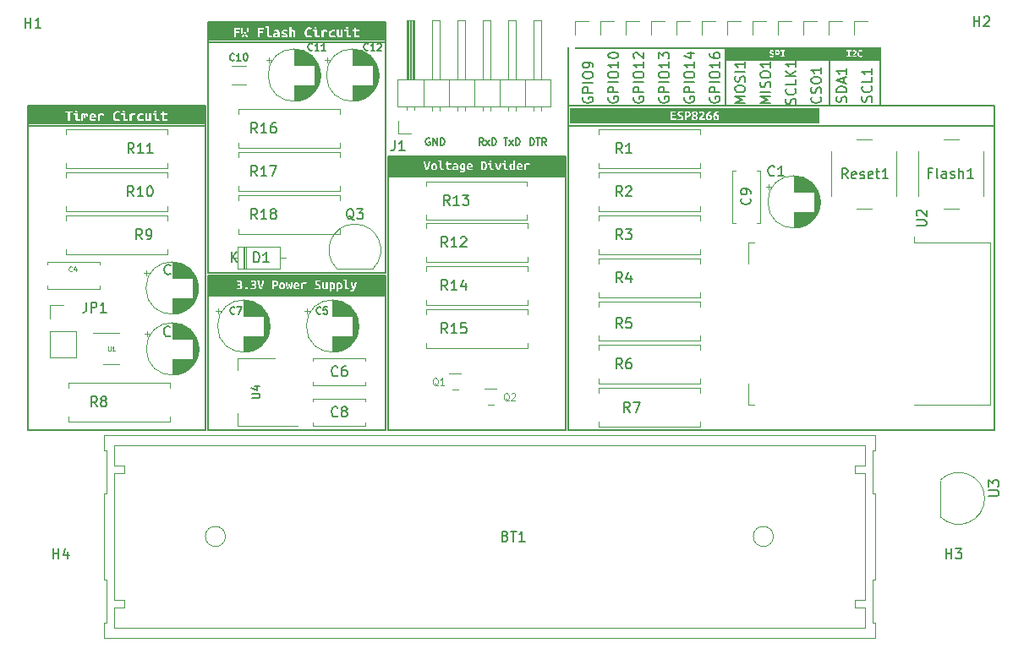
<source format=gbr>
G04 #@! TF.GenerationSoftware,KiCad,Pcbnew,7.0.9*
G04 #@! TF.CreationDate,2024-01-09T09:24:08+01:00*
G04 #@! TF.ProjectId,ltl,6c746c2e-6b69-4636-9164-5f7063625858,rev?*
G04 #@! TF.SameCoordinates,Original*
G04 #@! TF.FileFunction,Legend,Top*
G04 #@! TF.FilePolarity,Positive*
%FSLAX46Y46*%
G04 Gerber Fmt 4.6, Leading zero omitted, Abs format (unit mm)*
G04 Created by KiCad (PCBNEW 7.0.9) date 2024-01-09 09:24:08*
%MOMM*%
%LPD*%
G01*
G04 APERTURE LIST*
%ADD10C,0.150000*%
%ADD11C,0.100000*%
%ADD12C,0.125000*%
%ADD13C,0.120000*%
G04 APERTURE END LIST*
D10*
X174244000Y-79502000D02*
X131572000Y-79502000D01*
X95250000Y-79502000D02*
X77470000Y-79502000D01*
X113284000Y-71120000D02*
X95504000Y-71120000D01*
X131318000Y-82550000D02*
X113538000Y-82550000D01*
X147320000Y-72898000D02*
X162814000Y-72898000D01*
X157734000Y-71628000D02*
X157734000Y-77470000D01*
X131572000Y-77470000D02*
X131572000Y-109982000D01*
X77470000Y-77470000D02*
X77470000Y-109982000D01*
X113538000Y-109982000D02*
X131318000Y-109982000D01*
X113284000Y-94234000D02*
X113284000Y-69088000D01*
X131572000Y-109982000D02*
X174244000Y-109982000D01*
X77470000Y-109982000D02*
X95250000Y-109982000D01*
X95504000Y-109982000D02*
X113284000Y-109982000D01*
X95504000Y-94488000D02*
X95504000Y-109982000D01*
X113284000Y-69088000D02*
X95504000Y-69088000D01*
X113284000Y-109982000D02*
X113284000Y-94488000D01*
X113284000Y-94488000D02*
X95504000Y-94488000D01*
X113284000Y-94234000D02*
X95504000Y-94234000D01*
X113284000Y-96520000D02*
X95504000Y-96520000D01*
X162814000Y-71628000D02*
X162814000Y-77470000D01*
X131572000Y-71628000D02*
X131572000Y-77470000D01*
X174244000Y-109982000D02*
X174244000Y-77470000D01*
X147320000Y-71653400D02*
X147320000Y-77470000D01*
X95250000Y-77470000D02*
X77470000Y-77470000D01*
X174244000Y-77470000D02*
X131572000Y-77470000D01*
X113538000Y-82550000D02*
X113538000Y-109982000D01*
X131318000Y-84582000D02*
X113538000Y-84582000D01*
X95504000Y-94234000D02*
X95504000Y-69088000D01*
X131318000Y-109982000D02*
X131318000Y-82550000D01*
X95250000Y-109982000D02*
X95250000Y-77470000D01*
X125133350Y-80740533D02*
X125533350Y-80740533D01*
X125333350Y-81440533D02*
X125333350Y-80740533D01*
X125700017Y-81440533D02*
X126066683Y-80973866D01*
X125700017Y-80973866D02*
X126066683Y-81440533D01*
X126333350Y-81440533D02*
X126333350Y-80740533D01*
X126333350Y-80740533D02*
X126500017Y-80740533D01*
X126500017Y-80740533D02*
X126600017Y-80773866D01*
X126600017Y-80773866D02*
X126666684Y-80840533D01*
X126666684Y-80840533D02*
X126700017Y-80907200D01*
X126700017Y-80907200D02*
X126733350Y-81040533D01*
X126733350Y-81040533D02*
X126733350Y-81140533D01*
X126733350Y-81140533D02*
X126700017Y-81273866D01*
X126700017Y-81273866D02*
X126666684Y-81340533D01*
X126666684Y-81340533D02*
X126600017Y-81407200D01*
X126600017Y-81407200D02*
X126500017Y-81440533D01*
X126500017Y-81440533D02*
X126333350Y-81440533D01*
X123093350Y-81440533D02*
X122860017Y-81107200D01*
X122693350Y-81440533D02*
X122693350Y-80740533D01*
X122693350Y-80740533D02*
X122960017Y-80740533D01*
X122960017Y-80740533D02*
X123026684Y-80773866D01*
X123026684Y-80773866D02*
X123060017Y-80807200D01*
X123060017Y-80807200D02*
X123093350Y-80873866D01*
X123093350Y-80873866D02*
X123093350Y-80973866D01*
X123093350Y-80973866D02*
X123060017Y-81040533D01*
X123060017Y-81040533D02*
X123026684Y-81073866D01*
X123026684Y-81073866D02*
X122960017Y-81107200D01*
X122960017Y-81107200D02*
X122693350Y-81107200D01*
X123326684Y-81440533D02*
X123693350Y-80973866D01*
X123326684Y-80973866D02*
X123693350Y-81440533D01*
X123960017Y-81440533D02*
X123960017Y-80740533D01*
X123960017Y-80740533D02*
X124126684Y-80740533D01*
X124126684Y-80740533D02*
X124226684Y-80773866D01*
X124226684Y-80773866D02*
X124293351Y-80840533D01*
X124293351Y-80840533D02*
X124326684Y-80907200D01*
X124326684Y-80907200D02*
X124360017Y-81040533D01*
X124360017Y-81040533D02*
X124360017Y-81140533D01*
X124360017Y-81140533D02*
X124326684Y-81273866D01*
X124326684Y-81273866D02*
X124293351Y-81340533D01*
X124293351Y-81340533D02*
X124226684Y-81407200D01*
X124226684Y-81407200D02*
X124126684Y-81440533D01*
X124126684Y-81440533D02*
X123960017Y-81440533D01*
X117726017Y-80773866D02*
X117659350Y-80740533D01*
X117659350Y-80740533D02*
X117559350Y-80740533D01*
X117559350Y-80740533D02*
X117459350Y-80773866D01*
X117459350Y-80773866D02*
X117392684Y-80840533D01*
X117392684Y-80840533D02*
X117359350Y-80907200D01*
X117359350Y-80907200D02*
X117326017Y-81040533D01*
X117326017Y-81040533D02*
X117326017Y-81140533D01*
X117326017Y-81140533D02*
X117359350Y-81273866D01*
X117359350Y-81273866D02*
X117392684Y-81340533D01*
X117392684Y-81340533D02*
X117459350Y-81407200D01*
X117459350Y-81407200D02*
X117559350Y-81440533D01*
X117559350Y-81440533D02*
X117626017Y-81440533D01*
X117626017Y-81440533D02*
X117726017Y-81407200D01*
X117726017Y-81407200D02*
X117759350Y-81373866D01*
X117759350Y-81373866D02*
X117759350Y-81140533D01*
X117759350Y-81140533D02*
X117626017Y-81140533D01*
X118059350Y-81440533D02*
X118059350Y-80740533D01*
X118059350Y-80740533D02*
X118459350Y-81440533D01*
X118459350Y-81440533D02*
X118459350Y-80740533D01*
X118792683Y-81440533D02*
X118792683Y-80740533D01*
X118792683Y-80740533D02*
X118959350Y-80740533D01*
X118959350Y-80740533D02*
X119059350Y-80773866D01*
X119059350Y-80773866D02*
X119126017Y-80840533D01*
X119126017Y-80840533D02*
X119159350Y-80907200D01*
X119159350Y-80907200D02*
X119192683Y-81040533D01*
X119192683Y-81040533D02*
X119192683Y-81140533D01*
X119192683Y-81140533D02*
X119159350Y-81273866D01*
X119159350Y-81273866D02*
X119126017Y-81340533D01*
X119126017Y-81340533D02*
X119059350Y-81407200D01*
X119059350Y-81407200D02*
X118959350Y-81440533D01*
X118959350Y-81440533D02*
X118792683Y-81440533D01*
X127773350Y-81440533D02*
X127773350Y-80740533D01*
X127773350Y-80740533D02*
X127940017Y-80740533D01*
X127940017Y-80740533D02*
X128040017Y-80773866D01*
X128040017Y-80773866D02*
X128106684Y-80840533D01*
X128106684Y-80840533D02*
X128140017Y-80907200D01*
X128140017Y-80907200D02*
X128173350Y-81040533D01*
X128173350Y-81040533D02*
X128173350Y-81140533D01*
X128173350Y-81140533D02*
X128140017Y-81273866D01*
X128140017Y-81273866D02*
X128106684Y-81340533D01*
X128106684Y-81340533D02*
X128040017Y-81407200D01*
X128040017Y-81407200D02*
X127940017Y-81440533D01*
X127940017Y-81440533D02*
X127773350Y-81440533D01*
X128373350Y-80740533D02*
X128773350Y-80740533D01*
X128573350Y-81440533D02*
X128573350Y-80740533D01*
X129406683Y-81440533D02*
X129173350Y-81107200D01*
X129006683Y-81440533D02*
X129006683Y-80740533D01*
X129006683Y-80740533D02*
X129273350Y-80740533D01*
X129273350Y-80740533D02*
X129340017Y-80773866D01*
X129340017Y-80773866D02*
X129373350Y-80807200D01*
X129373350Y-80807200D02*
X129406683Y-80873866D01*
X129406683Y-80873866D02*
X129406683Y-80973866D01*
X129406683Y-80973866D02*
X129373350Y-81040533D01*
X129373350Y-81040533D02*
X129340017Y-81073866D01*
X129340017Y-81073866D02*
X129273350Y-81107200D01*
X129273350Y-81107200D02*
X129006683Y-81107200D01*
X137755333Y-108176219D02*
X137422000Y-107700028D01*
X137183905Y-108176219D02*
X137183905Y-107176219D01*
X137183905Y-107176219D02*
X137564857Y-107176219D01*
X137564857Y-107176219D02*
X137660095Y-107223838D01*
X137660095Y-107223838D02*
X137707714Y-107271457D01*
X137707714Y-107271457D02*
X137755333Y-107366695D01*
X137755333Y-107366695D02*
X137755333Y-107509552D01*
X137755333Y-107509552D02*
X137707714Y-107604790D01*
X137707714Y-107604790D02*
X137660095Y-107652409D01*
X137660095Y-107652409D02*
X137564857Y-107700028D01*
X137564857Y-107700028D02*
X137183905Y-107700028D01*
X138088667Y-107176219D02*
X138755333Y-107176219D01*
X138755333Y-107176219D02*
X138326762Y-108176219D01*
X136993333Y-103832819D02*
X136660000Y-103356628D01*
X136421905Y-103832819D02*
X136421905Y-102832819D01*
X136421905Y-102832819D02*
X136802857Y-102832819D01*
X136802857Y-102832819D02*
X136898095Y-102880438D01*
X136898095Y-102880438D02*
X136945714Y-102928057D01*
X136945714Y-102928057D02*
X136993333Y-103023295D01*
X136993333Y-103023295D02*
X136993333Y-103166152D01*
X136993333Y-103166152D02*
X136945714Y-103261390D01*
X136945714Y-103261390D02*
X136898095Y-103309009D01*
X136898095Y-103309009D02*
X136802857Y-103356628D01*
X136802857Y-103356628D02*
X136421905Y-103356628D01*
X137850476Y-102832819D02*
X137660000Y-102832819D01*
X137660000Y-102832819D02*
X137564762Y-102880438D01*
X137564762Y-102880438D02*
X137517143Y-102928057D01*
X137517143Y-102928057D02*
X137421905Y-103070914D01*
X137421905Y-103070914D02*
X137374286Y-103261390D01*
X137374286Y-103261390D02*
X137374286Y-103642342D01*
X137374286Y-103642342D02*
X137421905Y-103737580D01*
X137421905Y-103737580D02*
X137469524Y-103785200D01*
X137469524Y-103785200D02*
X137564762Y-103832819D01*
X137564762Y-103832819D02*
X137755238Y-103832819D01*
X137755238Y-103832819D02*
X137850476Y-103785200D01*
X137850476Y-103785200D02*
X137898095Y-103737580D01*
X137898095Y-103737580D02*
X137945714Y-103642342D01*
X137945714Y-103642342D02*
X137945714Y-103404247D01*
X137945714Y-103404247D02*
X137898095Y-103309009D01*
X137898095Y-103309009D02*
X137850476Y-103261390D01*
X137850476Y-103261390D02*
X137755238Y-103213771D01*
X137755238Y-103213771D02*
X137564762Y-103213771D01*
X137564762Y-103213771D02*
X137469524Y-103261390D01*
X137469524Y-103261390D02*
X137421905Y-103309009D01*
X137421905Y-103309009D02*
X137374286Y-103404247D01*
X136993333Y-82242819D02*
X136660000Y-81766628D01*
X136421905Y-82242819D02*
X136421905Y-81242819D01*
X136421905Y-81242819D02*
X136802857Y-81242819D01*
X136802857Y-81242819D02*
X136898095Y-81290438D01*
X136898095Y-81290438D02*
X136945714Y-81338057D01*
X136945714Y-81338057D02*
X136993333Y-81433295D01*
X136993333Y-81433295D02*
X136993333Y-81576152D01*
X136993333Y-81576152D02*
X136945714Y-81671390D01*
X136945714Y-81671390D02*
X136898095Y-81719009D01*
X136898095Y-81719009D02*
X136802857Y-81766628D01*
X136802857Y-81766628D02*
X136421905Y-81766628D01*
X137945714Y-82242819D02*
X137374286Y-82242819D01*
X137660000Y-82242819D02*
X137660000Y-81242819D01*
X137660000Y-81242819D02*
X137564762Y-81385676D01*
X137564762Y-81385676D02*
X137469524Y-81480914D01*
X137469524Y-81480914D02*
X137374286Y-81528533D01*
X136993333Y-86560819D02*
X136660000Y-86084628D01*
X136421905Y-86560819D02*
X136421905Y-85560819D01*
X136421905Y-85560819D02*
X136802857Y-85560819D01*
X136802857Y-85560819D02*
X136898095Y-85608438D01*
X136898095Y-85608438D02*
X136945714Y-85656057D01*
X136945714Y-85656057D02*
X136993333Y-85751295D01*
X136993333Y-85751295D02*
X136993333Y-85894152D01*
X136993333Y-85894152D02*
X136945714Y-85989390D01*
X136945714Y-85989390D02*
X136898095Y-86037009D01*
X136898095Y-86037009D02*
X136802857Y-86084628D01*
X136802857Y-86084628D02*
X136421905Y-86084628D01*
X137374286Y-85656057D02*
X137421905Y-85608438D01*
X137421905Y-85608438D02*
X137517143Y-85560819D01*
X137517143Y-85560819D02*
X137755238Y-85560819D01*
X137755238Y-85560819D02*
X137850476Y-85608438D01*
X137850476Y-85608438D02*
X137898095Y-85656057D01*
X137898095Y-85656057D02*
X137945714Y-85751295D01*
X137945714Y-85751295D02*
X137945714Y-85846533D01*
X137945714Y-85846533D02*
X137898095Y-85989390D01*
X137898095Y-85989390D02*
X137326667Y-86560819D01*
X137326667Y-86560819D02*
X137945714Y-86560819D01*
X136993333Y-95196819D02*
X136660000Y-94720628D01*
X136421905Y-95196819D02*
X136421905Y-94196819D01*
X136421905Y-94196819D02*
X136802857Y-94196819D01*
X136802857Y-94196819D02*
X136898095Y-94244438D01*
X136898095Y-94244438D02*
X136945714Y-94292057D01*
X136945714Y-94292057D02*
X136993333Y-94387295D01*
X136993333Y-94387295D02*
X136993333Y-94530152D01*
X136993333Y-94530152D02*
X136945714Y-94625390D01*
X136945714Y-94625390D02*
X136898095Y-94673009D01*
X136898095Y-94673009D02*
X136802857Y-94720628D01*
X136802857Y-94720628D02*
X136421905Y-94720628D01*
X137850476Y-94530152D02*
X137850476Y-95196819D01*
X137612381Y-94149200D02*
X137374286Y-94863485D01*
X137374286Y-94863485D02*
X137993333Y-94863485D01*
X166454819Y-89515904D02*
X167264342Y-89515904D01*
X167264342Y-89515904D02*
X167359580Y-89468285D01*
X167359580Y-89468285D02*
X167407200Y-89420666D01*
X167407200Y-89420666D02*
X167454819Y-89325428D01*
X167454819Y-89325428D02*
X167454819Y-89134952D01*
X167454819Y-89134952D02*
X167407200Y-89039714D01*
X167407200Y-89039714D02*
X167359580Y-88992095D01*
X167359580Y-88992095D02*
X167264342Y-88944476D01*
X167264342Y-88944476D02*
X166454819Y-88944476D01*
X166550057Y-88515904D02*
X166502438Y-88468285D01*
X166502438Y-88468285D02*
X166454819Y-88373047D01*
X166454819Y-88373047D02*
X166454819Y-88134952D01*
X166454819Y-88134952D02*
X166502438Y-88039714D01*
X166502438Y-88039714D02*
X166550057Y-87992095D01*
X166550057Y-87992095D02*
X166645295Y-87944476D01*
X166645295Y-87944476D02*
X166740533Y-87944476D01*
X166740533Y-87944476D02*
X166883390Y-87992095D01*
X166883390Y-87992095D02*
X167454819Y-88563523D01*
X167454819Y-88563523D02*
X167454819Y-87944476D01*
X173698819Y-116585904D02*
X174508342Y-116585904D01*
X174508342Y-116585904D02*
X174603580Y-116538285D01*
X174603580Y-116538285D02*
X174651200Y-116490666D01*
X174651200Y-116490666D02*
X174698819Y-116395428D01*
X174698819Y-116395428D02*
X174698819Y-116204952D01*
X174698819Y-116204952D02*
X174651200Y-116109714D01*
X174651200Y-116109714D02*
X174603580Y-116062095D01*
X174603580Y-116062095D02*
X174508342Y-116014476D01*
X174508342Y-116014476D02*
X173698819Y-116014476D01*
X173698819Y-115633523D02*
X173698819Y-115014476D01*
X173698819Y-115014476D02*
X174079771Y-115347809D01*
X174079771Y-115347809D02*
X174079771Y-115204952D01*
X174079771Y-115204952D02*
X174127390Y-115109714D01*
X174127390Y-115109714D02*
X174175009Y-115062095D01*
X174175009Y-115062095D02*
X174270247Y-115014476D01*
X174270247Y-115014476D02*
X174508342Y-115014476D01*
X174508342Y-115014476D02*
X174603580Y-115062095D01*
X174603580Y-115062095D02*
X174651200Y-115109714D01*
X174651200Y-115109714D02*
X174698819Y-115204952D01*
X174698819Y-115204952D02*
X174698819Y-115490666D01*
X174698819Y-115490666D02*
X174651200Y-115585904D01*
X174651200Y-115585904D02*
X174603580Y-115633523D01*
X159586313Y-84781619D02*
X159252980Y-84305428D01*
X159014885Y-84781619D02*
X159014885Y-83781619D01*
X159014885Y-83781619D02*
X159395837Y-83781619D01*
X159395837Y-83781619D02*
X159491075Y-83829238D01*
X159491075Y-83829238D02*
X159538694Y-83876857D01*
X159538694Y-83876857D02*
X159586313Y-83972095D01*
X159586313Y-83972095D02*
X159586313Y-84114952D01*
X159586313Y-84114952D02*
X159538694Y-84210190D01*
X159538694Y-84210190D02*
X159491075Y-84257809D01*
X159491075Y-84257809D02*
X159395837Y-84305428D01*
X159395837Y-84305428D02*
X159014885Y-84305428D01*
X160395837Y-84734000D02*
X160300599Y-84781619D01*
X160300599Y-84781619D02*
X160110123Y-84781619D01*
X160110123Y-84781619D02*
X160014885Y-84734000D01*
X160014885Y-84734000D02*
X159967266Y-84638761D01*
X159967266Y-84638761D02*
X159967266Y-84257809D01*
X159967266Y-84257809D02*
X160014885Y-84162571D01*
X160014885Y-84162571D02*
X160110123Y-84114952D01*
X160110123Y-84114952D02*
X160300599Y-84114952D01*
X160300599Y-84114952D02*
X160395837Y-84162571D01*
X160395837Y-84162571D02*
X160443456Y-84257809D01*
X160443456Y-84257809D02*
X160443456Y-84353047D01*
X160443456Y-84353047D02*
X159967266Y-84448285D01*
X160824409Y-84734000D02*
X160919647Y-84781619D01*
X160919647Y-84781619D02*
X161110123Y-84781619D01*
X161110123Y-84781619D02*
X161205361Y-84734000D01*
X161205361Y-84734000D02*
X161252980Y-84638761D01*
X161252980Y-84638761D02*
X161252980Y-84591142D01*
X161252980Y-84591142D02*
X161205361Y-84495904D01*
X161205361Y-84495904D02*
X161110123Y-84448285D01*
X161110123Y-84448285D02*
X160967266Y-84448285D01*
X160967266Y-84448285D02*
X160872028Y-84400666D01*
X160872028Y-84400666D02*
X160824409Y-84305428D01*
X160824409Y-84305428D02*
X160824409Y-84257809D01*
X160824409Y-84257809D02*
X160872028Y-84162571D01*
X160872028Y-84162571D02*
X160967266Y-84114952D01*
X160967266Y-84114952D02*
X161110123Y-84114952D01*
X161110123Y-84114952D02*
X161205361Y-84162571D01*
X162062504Y-84734000D02*
X161967266Y-84781619D01*
X161967266Y-84781619D02*
X161776790Y-84781619D01*
X161776790Y-84781619D02*
X161681552Y-84734000D01*
X161681552Y-84734000D02*
X161633933Y-84638761D01*
X161633933Y-84638761D02*
X161633933Y-84257809D01*
X161633933Y-84257809D02*
X161681552Y-84162571D01*
X161681552Y-84162571D02*
X161776790Y-84114952D01*
X161776790Y-84114952D02*
X161967266Y-84114952D01*
X161967266Y-84114952D02*
X162062504Y-84162571D01*
X162062504Y-84162571D02*
X162110123Y-84257809D01*
X162110123Y-84257809D02*
X162110123Y-84353047D01*
X162110123Y-84353047D02*
X161633933Y-84448285D01*
X162395838Y-84114952D02*
X162776790Y-84114952D01*
X162538695Y-83781619D02*
X162538695Y-84638761D01*
X162538695Y-84638761D02*
X162586314Y-84734000D01*
X162586314Y-84734000D02*
X162681552Y-84781619D01*
X162681552Y-84781619D02*
X162776790Y-84781619D01*
X163633933Y-84781619D02*
X163062505Y-84781619D01*
X163348219Y-84781619D02*
X163348219Y-83781619D01*
X163348219Y-83781619D02*
X163252981Y-83924476D01*
X163252981Y-83924476D02*
X163157743Y-84019714D01*
X163157743Y-84019714D02*
X163062505Y-84067333D01*
X125299885Y-120606409D02*
X125442742Y-120654028D01*
X125442742Y-120654028D02*
X125490361Y-120701647D01*
X125490361Y-120701647D02*
X125537980Y-120796885D01*
X125537980Y-120796885D02*
X125537980Y-120939742D01*
X125537980Y-120939742D02*
X125490361Y-121034980D01*
X125490361Y-121034980D02*
X125442742Y-121082600D01*
X125442742Y-121082600D02*
X125347504Y-121130219D01*
X125347504Y-121130219D02*
X124966552Y-121130219D01*
X124966552Y-121130219D02*
X124966552Y-120130219D01*
X124966552Y-120130219D02*
X125299885Y-120130219D01*
X125299885Y-120130219D02*
X125395123Y-120177838D01*
X125395123Y-120177838D02*
X125442742Y-120225457D01*
X125442742Y-120225457D02*
X125490361Y-120320695D01*
X125490361Y-120320695D02*
X125490361Y-120415933D01*
X125490361Y-120415933D02*
X125442742Y-120511171D01*
X125442742Y-120511171D02*
X125395123Y-120558790D01*
X125395123Y-120558790D02*
X125299885Y-120606409D01*
X125299885Y-120606409D02*
X124966552Y-120606409D01*
X125823695Y-120130219D02*
X126395123Y-120130219D01*
X126109409Y-121130219D02*
X126109409Y-120130219D01*
X127252266Y-121130219D02*
X126680838Y-121130219D01*
X126966552Y-121130219D02*
X126966552Y-120130219D01*
X126966552Y-120130219D02*
X126871314Y-120273076D01*
X126871314Y-120273076D02*
X126776076Y-120368314D01*
X126776076Y-120368314D02*
X126680838Y-120415933D01*
X167970437Y-84208209D02*
X167637104Y-84208209D01*
X167637104Y-84732019D02*
X167637104Y-83732019D01*
X167637104Y-83732019D02*
X168113294Y-83732019D01*
X168637104Y-84732019D02*
X168541866Y-84684400D01*
X168541866Y-84684400D02*
X168494247Y-84589161D01*
X168494247Y-84589161D02*
X168494247Y-83732019D01*
X169446628Y-84732019D02*
X169446628Y-84208209D01*
X169446628Y-84208209D02*
X169399009Y-84112971D01*
X169399009Y-84112971D02*
X169303771Y-84065352D01*
X169303771Y-84065352D02*
X169113295Y-84065352D01*
X169113295Y-84065352D02*
X169018057Y-84112971D01*
X169446628Y-84684400D02*
X169351390Y-84732019D01*
X169351390Y-84732019D02*
X169113295Y-84732019D01*
X169113295Y-84732019D02*
X169018057Y-84684400D01*
X169018057Y-84684400D02*
X168970438Y-84589161D01*
X168970438Y-84589161D02*
X168970438Y-84493923D01*
X168970438Y-84493923D02*
X169018057Y-84398685D01*
X169018057Y-84398685D02*
X169113295Y-84351066D01*
X169113295Y-84351066D02*
X169351390Y-84351066D01*
X169351390Y-84351066D02*
X169446628Y-84303447D01*
X169875200Y-84684400D02*
X169970438Y-84732019D01*
X169970438Y-84732019D02*
X170160914Y-84732019D01*
X170160914Y-84732019D02*
X170256152Y-84684400D01*
X170256152Y-84684400D02*
X170303771Y-84589161D01*
X170303771Y-84589161D02*
X170303771Y-84541542D01*
X170303771Y-84541542D02*
X170256152Y-84446304D01*
X170256152Y-84446304D02*
X170160914Y-84398685D01*
X170160914Y-84398685D02*
X170018057Y-84398685D01*
X170018057Y-84398685D02*
X169922819Y-84351066D01*
X169922819Y-84351066D02*
X169875200Y-84255828D01*
X169875200Y-84255828D02*
X169875200Y-84208209D01*
X169875200Y-84208209D02*
X169922819Y-84112971D01*
X169922819Y-84112971D02*
X170018057Y-84065352D01*
X170018057Y-84065352D02*
X170160914Y-84065352D01*
X170160914Y-84065352D02*
X170256152Y-84112971D01*
X170732343Y-84732019D02*
X170732343Y-83732019D01*
X171160914Y-84732019D02*
X171160914Y-84208209D01*
X171160914Y-84208209D02*
X171113295Y-84112971D01*
X171113295Y-84112971D02*
X171018057Y-84065352D01*
X171018057Y-84065352D02*
X170875200Y-84065352D01*
X170875200Y-84065352D02*
X170779962Y-84112971D01*
X170779962Y-84112971D02*
X170732343Y-84160590D01*
X172160914Y-84732019D02*
X171589486Y-84732019D01*
X171875200Y-84732019D02*
X171875200Y-83732019D01*
X171875200Y-83732019D02*
X171779962Y-83874876D01*
X171779962Y-83874876D02*
X171684724Y-83970114D01*
X171684724Y-83970114D02*
X171589486Y-84017733D01*
X136993333Y-90878819D02*
X136660000Y-90402628D01*
X136421905Y-90878819D02*
X136421905Y-89878819D01*
X136421905Y-89878819D02*
X136802857Y-89878819D01*
X136802857Y-89878819D02*
X136898095Y-89926438D01*
X136898095Y-89926438D02*
X136945714Y-89974057D01*
X136945714Y-89974057D02*
X136993333Y-90069295D01*
X136993333Y-90069295D02*
X136993333Y-90212152D01*
X136993333Y-90212152D02*
X136945714Y-90307390D01*
X136945714Y-90307390D02*
X136898095Y-90355009D01*
X136898095Y-90355009D02*
X136802857Y-90402628D01*
X136802857Y-90402628D02*
X136421905Y-90402628D01*
X137326667Y-89878819D02*
X137945714Y-89878819D01*
X137945714Y-89878819D02*
X137612381Y-90259771D01*
X137612381Y-90259771D02*
X137755238Y-90259771D01*
X137755238Y-90259771D02*
X137850476Y-90307390D01*
X137850476Y-90307390D02*
X137898095Y-90355009D01*
X137898095Y-90355009D02*
X137945714Y-90450247D01*
X137945714Y-90450247D02*
X137945714Y-90688342D01*
X137945714Y-90688342D02*
X137898095Y-90783580D01*
X137898095Y-90783580D02*
X137850476Y-90831200D01*
X137850476Y-90831200D02*
X137755238Y-90878819D01*
X137755238Y-90878819D02*
X137469524Y-90878819D01*
X137469524Y-90878819D02*
X137374286Y-90831200D01*
X137374286Y-90831200D02*
X137326667Y-90783580D01*
D11*
X118551333Y-105541300D02*
X118484666Y-105507966D01*
X118484666Y-105507966D02*
X118418000Y-105441300D01*
X118418000Y-105441300D02*
X118318000Y-105341300D01*
X118318000Y-105341300D02*
X118251333Y-105307966D01*
X118251333Y-105307966D02*
X118184666Y-105307966D01*
X118218000Y-105474633D02*
X118151333Y-105441300D01*
X118151333Y-105441300D02*
X118084666Y-105374633D01*
X118084666Y-105374633D02*
X118051333Y-105241300D01*
X118051333Y-105241300D02*
X118051333Y-105007966D01*
X118051333Y-105007966D02*
X118084666Y-104874633D01*
X118084666Y-104874633D02*
X118151333Y-104807966D01*
X118151333Y-104807966D02*
X118218000Y-104774633D01*
X118218000Y-104774633D02*
X118351333Y-104774633D01*
X118351333Y-104774633D02*
X118418000Y-104807966D01*
X118418000Y-104807966D02*
X118484666Y-104874633D01*
X118484666Y-104874633D02*
X118518000Y-105007966D01*
X118518000Y-105007966D02*
X118518000Y-105241300D01*
X118518000Y-105241300D02*
X118484666Y-105374633D01*
X118484666Y-105374633D02*
X118418000Y-105441300D01*
X118418000Y-105441300D02*
X118351333Y-105474633D01*
X118351333Y-105474633D02*
X118218000Y-105474633D01*
X119184666Y-105474633D02*
X118784666Y-105474633D01*
X118984666Y-105474633D02*
X118984666Y-104774633D01*
X118984666Y-104774633D02*
X118917999Y-104874633D01*
X118917999Y-104874633D02*
X118851333Y-104941300D01*
X118851333Y-104941300D02*
X118784666Y-104974633D01*
D10*
X152233333Y-84433580D02*
X152185714Y-84481200D01*
X152185714Y-84481200D02*
X152042857Y-84528819D01*
X152042857Y-84528819D02*
X151947619Y-84528819D01*
X151947619Y-84528819D02*
X151804762Y-84481200D01*
X151804762Y-84481200D02*
X151709524Y-84385961D01*
X151709524Y-84385961D02*
X151661905Y-84290723D01*
X151661905Y-84290723D02*
X151614286Y-84100247D01*
X151614286Y-84100247D02*
X151614286Y-83957390D01*
X151614286Y-83957390D02*
X151661905Y-83766914D01*
X151661905Y-83766914D02*
X151709524Y-83671676D01*
X151709524Y-83671676D02*
X151804762Y-83576438D01*
X151804762Y-83576438D02*
X151947619Y-83528819D01*
X151947619Y-83528819D02*
X152042857Y-83528819D01*
X152042857Y-83528819D02*
X152185714Y-83576438D01*
X152185714Y-83576438D02*
X152233333Y-83624057D01*
X153185714Y-84528819D02*
X152614286Y-84528819D01*
X152900000Y-84528819D02*
X152900000Y-83528819D01*
X152900000Y-83528819D02*
X152804762Y-83671676D01*
X152804762Y-83671676D02*
X152709524Y-83766914D01*
X152709524Y-83766914D02*
X152614286Y-83814533D01*
X108505333Y-104499580D02*
X108457714Y-104547200D01*
X108457714Y-104547200D02*
X108314857Y-104594819D01*
X108314857Y-104594819D02*
X108219619Y-104594819D01*
X108219619Y-104594819D02*
X108076762Y-104547200D01*
X108076762Y-104547200D02*
X107981524Y-104451961D01*
X107981524Y-104451961D02*
X107933905Y-104356723D01*
X107933905Y-104356723D02*
X107886286Y-104166247D01*
X107886286Y-104166247D02*
X107886286Y-104023390D01*
X107886286Y-104023390D02*
X107933905Y-103832914D01*
X107933905Y-103832914D02*
X107981524Y-103737676D01*
X107981524Y-103737676D02*
X108076762Y-103642438D01*
X108076762Y-103642438D02*
X108219619Y-103594819D01*
X108219619Y-103594819D02*
X108314857Y-103594819D01*
X108314857Y-103594819D02*
X108457714Y-103642438D01*
X108457714Y-103642438D02*
X108505333Y-103690057D01*
X109362476Y-103594819D02*
X109172000Y-103594819D01*
X109172000Y-103594819D02*
X109076762Y-103642438D01*
X109076762Y-103642438D02*
X109029143Y-103690057D01*
X109029143Y-103690057D02*
X108933905Y-103832914D01*
X108933905Y-103832914D02*
X108886286Y-104023390D01*
X108886286Y-104023390D02*
X108886286Y-104404342D01*
X108886286Y-104404342D02*
X108933905Y-104499580D01*
X108933905Y-104499580D02*
X108981524Y-104547200D01*
X108981524Y-104547200D02*
X109076762Y-104594819D01*
X109076762Y-104594819D02*
X109267238Y-104594819D01*
X109267238Y-104594819D02*
X109362476Y-104547200D01*
X109362476Y-104547200D02*
X109410095Y-104499580D01*
X109410095Y-104499580D02*
X109457714Y-104404342D01*
X109457714Y-104404342D02*
X109457714Y-104166247D01*
X109457714Y-104166247D02*
X109410095Y-104071009D01*
X109410095Y-104071009D02*
X109362476Y-104023390D01*
X109362476Y-104023390D02*
X109267238Y-103975771D01*
X109267238Y-103975771D02*
X109076762Y-103975771D01*
X109076762Y-103975771D02*
X108981524Y-104023390D01*
X108981524Y-104023390D02*
X108933905Y-104071009D01*
X108933905Y-104071009D02*
X108886286Y-104166247D01*
X135646438Y-76628380D02*
X135598819Y-76723618D01*
X135598819Y-76723618D02*
X135598819Y-76866475D01*
X135598819Y-76866475D02*
X135646438Y-77009332D01*
X135646438Y-77009332D02*
X135741676Y-77104570D01*
X135741676Y-77104570D02*
X135836914Y-77152189D01*
X135836914Y-77152189D02*
X136027390Y-77199808D01*
X136027390Y-77199808D02*
X136170247Y-77199808D01*
X136170247Y-77199808D02*
X136360723Y-77152189D01*
X136360723Y-77152189D02*
X136455961Y-77104570D01*
X136455961Y-77104570D02*
X136551200Y-77009332D01*
X136551200Y-77009332D02*
X136598819Y-76866475D01*
X136598819Y-76866475D02*
X136598819Y-76771237D01*
X136598819Y-76771237D02*
X136551200Y-76628380D01*
X136551200Y-76628380D02*
X136503580Y-76580761D01*
X136503580Y-76580761D02*
X136170247Y-76580761D01*
X136170247Y-76580761D02*
X136170247Y-76771237D01*
X136598819Y-76152189D02*
X135598819Y-76152189D01*
X135598819Y-76152189D02*
X135598819Y-75771237D01*
X135598819Y-75771237D02*
X135646438Y-75675999D01*
X135646438Y-75675999D02*
X135694057Y-75628380D01*
X135694057Y-75628380D02*
X135789295Y-75580761D01*
X135789295Y-75580761D02*
X135932152Y-75580761D01*
X135932152Y-75580761D02*
X136027390Y-75628380D01*
X136027390Y-75628380D02*
X136075009Y-75675999D01*
X136075009Y-75675999D02*
X136122628Y-75771237D01*
X136122628Y-75771237D02*
X136122628Y-76152189D01*
X136598819Y-75152189D02*
X135598819Y-75152189D01*
X135598819Y-74485523D02*
X135598819Y-74295047D01*
X135598819Y-74295047D02*
X135646438Y-74199809D01*
X135646438Y-74199809D02*
X135741676Y-74104571D01*
X135741676Y-74104571D02*
X135932152Y-74056952D01*
X135932152Y-74056952D02*
X136265485Y-74056952D01*
X136265485Y-74056952D02*
X136455961Y-74104571D01*
X136455961Y-74104571D02*
X136551200Y-74199809D01*
X136551200Y-74199809D02*
X136598819Y-74295047D01*
X136598819Y-74295047D02*
X136598819Y-74485523D01*
X136598819Y-74485523D02*
X136551200Y-74580761D01*
X136551200Y-74580761D02*
X136455961Y-74675999D01*
X136455961Y-74675999D02*
X136265485Y-74723618D01*
X136265485Y-74723618D02*
X135932152Y-74723618D01*
X135932152Y-74723618D02*
X135741676Y-74675999D01*
X135741676Y-74675999D02*
X135646438Y-74580761D01*
X135646438Y-74580761D02*
X135598819Y-74485523D01*
X136598819Y-73104571D02*
X136598819Y-73675999D01*
X136598819Y-73390285D02*
X135598819Y-73390285D01*
X135598819Y-73390285D02*
X135741676Y-73485523D01*
X135741676Y-73485523D02*
X135836914Y-73580761D01*
X135836914Y-73580761D02*
X135884533Y-73675999D01*
X135598819Y-72485523D02*
X135598819Y-72390285D01*
X135598819Y-72390285D02*
X135646438Y-72295047D01*
X135646438Y-72295047D02*
X135694057Y-72247428D01*
X135694057Y-72247428D02*
X135789295Y-72199809D01*
X135789295Y-72199809D02*
X135979771Y-72152190D01*
X135979771Y-72152190D02*
X136217866Y-72152190D01*
X136217866Y-72152190D02*
X136408342Y-72199809D01*
X136408342Y-72199809D02*
X136503580Y-72247428D01*
X136503580Y-72247428D02*
X136551200Y-72295047D01*
X136551200Y-72295047D02*
X136598819Y-72390285D01*
X136598819Y-72390285D02*
X136598819Y-72485523D01*
X136598819Y-72485523D02*
X136551200Y-72580761D01*
X136551200Y-72580761D02*
X136503580Y-72628380D01*
X136503580Y-72628380D02*
X136408342Y-72675999D01*
X136408342Y-72675999D02*
X136217866Y-72723618D01*
X136217866Y-72723618D02*
X135979771Y-72723618D01*
X135979771Y-72723618D02*
X135789295Y-72675999D01*
X135789295Y-72675999D02*
X135694057Y-72628380D01*
X135694057Y-72628380D02*
X135646438Y-72580761D01*
X135646438Y-72580761D02*
X135598819Y-72485523D01*
X88079342Y-86560819D02*
X87746009Y-86084628D01*
X87507914Y-86560819D02*
X87507914Y-85560819D01*
X87507914Y-85560819D02*
X87888866Y-85560819D01*
X87888866Y-85560819D02*
X87984104Y-85608438D01*
X87984104Y-85608438D02*
X88031723Y-85656057D01*
X88031723Y-85656057D02*
X88079342Y-85751295D01*
X88079342Y-85751295D02*
X88079342Y-85894152D01*
X88079342Y-85894152D02*
X88031723Y-85989390D01*
X88031723Y-85989390D02*
X87984104Y-86037009D01*
X87984104Y-86037009D02*
X87888866Y-86084628D01*
X87888866Y-86084628D02*
X87507914Y-86084628D01*
X89031723Y-86560819D02*
X88460295Y-86560819D01*
X88746009Y-86560819D02*
X88746009Y-85560819D01*
X88746009Y-85560819D02*
X88650771Y-85703676D01*
X88650771Y-85703676D02*
X88555533Y-85798914D01*
X88555533Y-85798914D02*
X88460295Y-85846533D01*
X89650771Y-85560819D02*
X89746009Y-85560819D01*
X89746009Y-85560819D02*
X89841247Y-85608438D01*
X89841247Y-85608438D02*
X89888866Y-85656057D01*
X89888866Y-85656057D02*
X89936485Y-85751295D01*
X89936485Y-85751295D02*
X89984104Y-85941771D01*
X89984104Y-85941771D02*
X89984104Y-86179866D01*
X89984104Y-86179866D02*
X89936485Y-86370342D01*
X89936485Y-86370342D02*
X89888866Y-86465580D01*
X89888866Y-86465580D02*
X89841247Y-86513200D01*
X89841247Y-86513200D02*
X89746009Y-86560819D01*
X89746009Y-86560819D02*
X89650771Y-86560819D01*
X89650771Y-86560819D02*
X89555533Y-86513200D01*
X89555533Y-86513200D02*
X89507914Y-86465580D01*
X89507914Y-86465580D02*
X89460295Y-86370342D01*
X89460295Y-86370342D02*
X89412676Y-86179866D01*
X89412676Y-86179866D02*
X89412676Y-85941771D01*
X89412676Y-85941771D02*
X89460295Y-85751295D01*
X89460295Y-85751295D02*
X89507914Y-85656057D01*
X89507914Y-85656057D02*
X89555533Y-85608438D01*
X89555533Y-85608438D02*
X89650771Y-85560819D01*
X151838819Y-77231618D02*
X150838819Y-77231618D01*
X150838819Y-77231618D02*
X151553104Y-76898285D01*
X151553104Y-76898285D02*
X150838819Y-76564952D01*
X150838819Y-76564952D02*
X151838819Y-76564952D01*
X151838819Y-76088761D02*
X150838819Y-76088761D01*
X151791200Y-75660190D02*
X151838819Y-75517333D01*
X151838819Y-75517333D02*
X151838819Y-75279238D01*
X151838819Y-75279238D02*
X151791200Y-75184000D01*
X151791200Y-75184000D02*
X151743580Y-75136381D01*
X151743580Y-75136381D02*
X151648342Y-75088762D01*
X151648342Y-75088762D02*
X151553104Y-75088762D01*
X151553104Y-75088762D02*
X151457866Y-75136381D01*
X151457866Y-75136381D02*
X151410247Y-75184000D01*
X151410247Y-75184000D02*
X151362628Y-75279238D01*
X151362628Y-75279238D02*
X151315009Y-75469714D01*
X151315009Y-75469714D02*
X151267390Y-75564952D01*
X151267390Y-75564952D02*
X151219771Y-75612571D01*
X151219771Y-75612571D02*
X151124533Y-75660190D01*
X151124533Y-75660190D02*
X151029295Y-75660190D01*
X151029295Y-75660190D02*
X150934057Y-75612571D01*
X150934057Y-75612571D02*
X150886438Y-75564952D01*
X150886438Y-75564952D02*
X150838819Y-75469714D01*
X150838819Y-75469714D02*
X150838819Y-75231619D01*
X150838819Y-75231619D02*
X150886438Y-75088762D01*
X150838819Y-74469714D02*
X150838819Y-74279238D01*
X150838819Y-74279238D02*
X150886438Y-74184000D01*
X150886438Y-74184000D02*
X150981676Y-74088762D01*
X150981676Y-74088762D02*
X151172152Y-74041143D01*
X151172152Y-74041143D02*
X151505485Y-74041143D01*
X151505485Y-74041143D02*
X151695961Y-74088762D01*
X151695961Y-74088762D02*
X151791200Y-74184000D01*
X151791200Y-74184000D02*
X151838819Y-74279238D01*
X151838819Y-74279238D02*
X151838819Y-74469714D01*
X151838819Y-74469714D02*
X151791200Y-74564952D01*
X151791200Y-74564952D02*
X151695961Y-74660190D01*
X151695961Y-74660190D02*
X151505485Y-74707809D01*
X151505485Y-74707809D02*
X151172152Y-74707809D01*
X151172152Y-74707809D02*
X150981676Y-74660190D01*
X150981676Y-74660190D02*
X150886438Y-74564952D01*
X150886438Y-74564952D02*
X150838819Y-74469714D01*
X151838819Y-73088762D02*
X151838819Y-73660190D01*
X151838819Y-73374476D02*
X150838819Y-73374476D01*
X150838819Y-73374476D02*
X150981676Y-73469714D01*
X150981676Y-73469714D02*
X151076914Y-73564952D01*
X151076914Y-73564952D02*
X151124533Y-73660190D01*
D11*
X125663333Y-107065300D02*
X125596666Y-107031966D01*
X125596666Y-107031966D02*
X125530000Y-106965300D01*
X125530000Y-106965300D02*
X125430000Y-106865300D01*
X125430000Y-106865300D02*
X125363333Y-106831966D01*
X125363333Y-106831966D02*
X125296666Y-106831966D01*
X125330000Y-106998633D02*
X125263333Y-106965300D01*
X125263333Y-106965300D02*
X125196666Y-106898633D01*
X125196666Y-106898633D02*
X125163333Y-106765300D01*
X125163333Y-106765300D02*
X125163333Y-106531966D01*
X125163333Y-106531966D02*
X125196666Y-106398633D01*
X125196666Y-106398633D02*
X125263333Y-106331966D01*
X125263333Y-106331966D02*
X125330000Y-106298633D01*
X125330000Y-106298633D02*
X125463333Y-106298633D01*
X125463333Y-106298633D02*
X125530000Y-106331966D01*
X125530000Y-106331966D02*
X125596666Y-106398633D01*
X125596666Y-106398633D02*
X125630000Y-106531966D01*
X125630000Y-106531966D02*
X125630000Y-106765300D01*
X125630000Y-106765300D02*
X125596666Y-106898633D01*
X125596666Y-106898633D02*
X125530000Y-106965300D01*
X125530000Y-106965300D02*
X125463333Y-106998633D01*
X125463333Y-106998633D02*
X125330000Y-106998633D01*
X125896666Y-106365300D02*
X125929999Y-106331966D01*
X125929999Y-106331966D02*
X125996666Y-106298633D01*
X125996666Y-106298633D02*
X126163333Y-106298633D01*
X126163333Y-106298633D02*
X126229999Y-106331966D01*
X126229999Y-106331966D02*
X126263333Y-106365300D01*
X126263333Y-106365300D02*
X126296666Y-106431966D01*
X126296666Y-106431966D02*
X126296666Y-106498633D01*
X126296666Y-106498633D02*
X126263333Y-106598633D01*
X126263333Y-106598633D02*
X125863333Y-106998633D01*
X125863333Y-106998633D02*
X126296666Y-106998633D01*
X85547238Y-101633847D02*
X85547238Y-101957657D01*
X85547238Y-101957657D02*
X85566285Y-101995752D01*
X85566285Y-101995752D02*
X85585333Y-102014800D01*
X85585333Y-102014800D02*
X85623428Y-102033847D01*
X85623428Y-102033847D02*
X85699619Y-102033847D01*
X85699619Y-102033847D02*
X85737714Y-102014800D01*
X85737714Y-102014800D02*
X85756761Y-101995752D01*
X85756761Y-101995752D02*
X85775809Y-101957657D01*
X85775809Y-101957657D02*
X85775809Y-101633847D01*
X86175809Y-102033847D02*
X85947238Y-102033847D01*
X86061524Y-102033847D02*
X86061524Y-101633847D01*
X86061524Y-101633847D02*
X86023428Y-101690990D01*
X86023428Y-101690990D02*
X85985333Y-101729085D01*
X85985333Y-101729085D02*
X85947238Y-101748133D01*
D10*
X100449142Y-84528819D02*
X100115809Y-84052628D01*
X99877714Y-84528819D02*
X99877714Y-83528819D01*
X99877714Y-83528819D02*
X100258666Y-83528819D01*
X100258666Y-83528819D02*
X100353904Y-83576438D01*
X100353904Y-83576438D02*
X100401523Y-83624057D01*
X100401523Y-83624057D02*
X100449142Y-83719295D01*
X100449142Y-83719295D02*
X100449142Y-83862152D01*
X100449142Y-83862152D02*
X100401523Y-83957390D01*
X100401523Y-83957390D02*
X100353904Y-84005009D01*
X100353904Y-84005009D02*
X100258666Y-84052628D01*
X100258666Y-84052628D02*
X99877714Y-84052628D01*
X101401523Y-84528819D02*
X100830095Y-84528819D01*
X101115809Y-84528819D02*
X101115809Y-83528819D01*
X101115809Y-83528819D02*
X101020571Y-83671676D01*
X101020571Y-83671676D02*
X100925333Y-83766914D01*
X100925333Y-83766914D02*
X100830095Y-83814533D01*
X101734857Y-83528819D02*
X102401523Y-83528819D01*
X102401523Y-83528819D02*
X101972952Y-84528819D01*
X110140761Y-88938057D02*
X110045523Y-88890438D01*
X110045523Y-88890438D02*
X109950285Y-88795200D01*
X109950285Y-88795200D02*
X109807428Y-88652342D01*
X109807428Y-88652342D02*
X109712190Y-88604723D01*
X109712190Y-88604723D02*
X109616952Y-88604723D01*
X109664571Y-88842819D02*
X109569333Y-88795200D01*
X109569333Y-88795200D02*
X109474095Y-88699961D01*
X109474095Y-88699961D02*
X109426476Y-88509485D01*
X109426476Y-88509485D02*
X109426476Y-88176152D01*
X109426476Y-88176152D02*
X109474095Y-87985676D01*
X109474095Y-87985676D02*
X109569333Y-87890438D01*
X109569333Y-87890438D02*
X109664571Y-87842819D01*
X109664571Y-87842819D02*
X109855047Y-87842819D01*
X109855047Y-87842819D02*
X109950285Y-87890438D01*
X109950285Y-87890438D02*
X110045523Y-87985676D01*
X110045523Y-87985676D02*
X110093142Y-88176152D01*
X110093142Y-88176152D02*
X110093142Y-88509485D01*
X110093142Y-88509485D02*
X110045523Y-88699961D01*
X110045523Y-88699961D02*
X109950285Y-88795200D01*
X109950285Y-88795200D02*
X109855047Y-88842819D01*
X109855047Y-88842819D02*
X109664571Y-88842819D01*
X110426476Y-87842819D02*
X111045523Y-87842819D01*
X111045523Y-87842819D02*
X110712190Y-88223771D01*
X110712190Y-88223771D02*
X110855047Y-88223771D01*
X110855047Y-88223771D02*
X110950285Y-88271390D01*
X110950285Y-88271390D02*
X110997904Y-88319009D01*
X110997904Y-88319009D02*
X111045523Y-88414247D01*
X111045523Y-88414247D02*
X111045523Y-88652342D01*
X111045523Y-88652342D02*
X110997904Y-88747580D01*
X110997904Y-88747580D02*
X110950285Y-88795200D01*
X110950285Y-88795200D02*
X110855047Y-88842819D01*
X110855047Y-88842819D02*
X110569333Y-88842819D01*
X110569333Y-88842819D02*
X110474095Y-88795200D01*
X110474095Y-88795200D02*
X110426476Y-88747580D01*
X100099905Y-93164819D02*
X100099905Y-92164819D01*
X100099905Y-92164819D02*
X100338000Y-92164819D01*
X100338000Y-92164819D02*
X100480857Y-92212438D01*
X100480857Y-92212438D02*
X100576095Y-92307676D01*
X100576095Y-92307676D02*
X100623714Y-92402914D01*
X100623714Y-92402914D02*
X100671333Y-92593390D01*
X100671333Y-92593390D02*
X100671333Y-92736247D01*
X100671333Y-92736247D02*
X100623714Y-92926723D01*
X100623714Y-92926723D02*
X100576095Y-93021961D01*
X100576095Y-93021961D02*
X100480857Y-93117200D01*
X100480857Y-93117200D02*
X100338000Y-93164819D01*
X100338000Y-93164819D02*
X100099905Y-93164819D01*
X101623714Y-93164819D02*
X101052286Y-93164819D01*
X101338000Y-93164819D02*
X101338000Y-92164819D01*
X101338000Y-92164819D02*
X101242762Y-92307676D01*
X101242762Y-92307676D02*
X101147524Y-92402914D01*
X101147524Y-92402914D02*
X101052286Y-92450533D01*
X97877095Y-93164819D02*
X97877095Y-92164819D01*
X98448523Y-93164819D02*
X98019952Y-92593390D01*
X98448523Y-92164819D02*
X97877095Y-92736247D01*
X161951200Y-77104666D02*
X161998819Y-76961809D01*
X161998819Y-76961809D02*
X161998819Y-76723714D01*
X161998819Y-76723714D02*
X161951200Y-76628476D01*
X161951200Y-76628476D02*
X161903580Y-76580857D01*
X161903580Y-76580857D02*
X161808342Y-76533238D01*
X161808342Y-76533238D02*
X161713104Y-76533238D01*
X161713104Y-76533238D02*
X161617866Y-76580857D01*
X161617866Y-76580857D02*
X161570247Y-76628476D01*
X161570247Y-76628476D02*
X161522628Y-76723714D01*
X161522628Y-76723714D02*
X161475009Y-76914190D01*
X161475009Y-76914190D02*
X161427390Y-77009428D01*
X161427390Y-77009428D02*
X161379771Y-77057047D01*
X161379771Y-77057047D02*
X161284533Y-77104666D01*
X161284533Y-77104666D02*
X161189295Y-77104666D01*
X161189295Y-77104666D02*
X161094057Y-77057047D01*
X161094057Y-77057047D02*
X161046438Y-77009428D01*
X161046438Y-77009428D02*
X160998819Y-76914190D01*
X160998819Y-76914190D02*
X160998819Y-76676095D01*
X160998819Y-76676095D02*
X161046438Y-76533238D01*
X161903580Y-75533238D02*
X161951200Y-75580857D01*
X161951200Y-75580857D02*
X161998819Y-75723714D01*
X161998819Y-75723714D02*
X161998819Y-75818952D01*
X161998819Y-75818952D02*
X161951200Y-75961809D01*
X161951200Y-75961809D02*
X161855961Y-76057047D01*
X161855961Y-76057047D02*
X161760723Y-76104666D01*
X161760723Y-76104666D02*
X161570247Y-76152285D01*
X161570247Y-76152285D02*
X161427390Y-76152285D01*
X161427390Y-76152285D02*
X161236914Y-76104666D01*
X161236914Y-76104666D02*
X161141676Y-76057047D01*
X161141676Y-76057047D02*
X161046438Y-75961809D01*
X161046438Y-75961809D02*
X160998819Y-75818952D01*
X160998819Y-75818952D02*
X160998819Y-75723714D01*
X160998819Y-75723714D02*
X161046438Y-75580857D01*
X161046438Y-75580857D02*
X161094057Y-75533238D01*
X161998819Y-74628476D02*
X161998819Y-75104666D01*
X161998819Y-75104666D02*
X160998819Y-75104666D01*
X161998819Y-73771333D02*
X161998819Y-74342761D01*
X161998819Y-74057047D02*
X160998819Y-74057047D01*
X160998819Y-74057047D02*
X161141676Y-74152285D01*
X161141676Y-74152285D02*
X161236914Y-74247523D01*
X161236914Y-74247523D02*
X161284533Y-74342761D01*
X88936533Y-90878819D02*
X88603200Y-90402628D01*
X88365105Y-90878819D02*
X88365105Y-89878819D01*
X88365105Y-89878819D02*
X88746057Y-89878819D01*
X88746057Y-89878819D02*
X88841295Y-89926438D01*
X88841295Y-89926438D02*
X88888914Y-89974057D01*
X88888914Y-89974057D02*
X88936533Y-90069295D01*
X88936533Y-90069295D02*
X88936533Y-90212152D01*
X88936533Y-90212152D02*
X88888914Y-90307390D01*
X88888914Y-90307390D02*
X88841295Y-90355009D01*
X88841295Y-90355009D02*
X88746057Y-90402628D01*
X88746057Y-90402628D02*
X88365105Y-90402628D01*
X89412724Y-90878819D02*
X89603200Y-90878819D01*
X89603200Y-90878819D02*
X89698438Y-90831200D01*
X89698438Y-90831200D02*
X89746057Y-90783580D01*
X89746057Y-90783580D02*
X89841295Y-90640723D01*
X89841295Y-90640723D02*
X89888914Y-90450247D01*
X89888914Y-90450247D02*
X89888914Y-90069295D01*
X89888914Y-90069295D02*
X89841295Y-89974057D01*
X89841295Y-89974057D02*
X89793676Y-89926438D01*
X89793676Y-89926438D02*
X89698438Y-89878819D01*
X89698438Y-89878819D02*
X89507962Y-89878819D01*
X89507962Y-89878819D02*
X89412724Y-89926438D01*
X89412724Y-89926438D02*
X89365105Y-89974057D01*
X89365105Y-89974057D02*
X89317486Y-90069295D01*
X89317486Y-90069295D02*
X89317486Y-90307390D01*
X89317486Y-90307390D02*
X89365105Y-90402628D01*
X89365105Y-90402628D02*
X89412724Y-90450247D01*
X89412724Y-90450247D02*
X89507962Y-90497866D01*
X89507962Y-90497866D02*
X89698438Y-90497866D01*
X89698438Y-90497866D02*
X89793676Y-90450247D01*
X89793676Y-90450247D02*
X89841295Y-90402628D01*
X89841295Y-90402628D02*
X89888914Y-90307390D01*
X77216095Y-69669819D02*
X77216095Y-68669819D01*
X77216095Y-69146009D02*
X77787523Y-69146009D01*
X77787523Y-69669819D02*
X77787523Y-68669819D01*
X78787523Y-69669819D02*
X78216095Y-69669819D01*
X78501809Y-69669819D02*
X78501809Y-68669819D01*
X78501809Y-68669819D02*
X78406571Y-68812676D01*
X78406571Y-68812676D02*
X78311333Y-68907914D01*
X78311333Y-68907914D02*
X78216095Y-68955533D01*
X143266438Y-76628380D02*
X143218819Y-76723618D01*
X143218819Y-76723618D02*
X143218819Y-76866475D01*
X143218819Y-76866475D02*
X143266438Y-77009332D01*
X143266438Y-77009332D02*
X143361676Y-77104570D01*
X143361676Y-77104570D02*
X143456914Y-77152189D01*
X143456914Y-77152189D02*
X143647390Y-77199808D01*
X143647390Y-77199808D02*
X143790247Y-77199808D01*
X143790247Y-77199808D02*
X143980723Y-77152189D01*
X143980723Y-77152189D02*
X144075961Y-77104570D01*
X144075961Y-77104570D02*
X144171200Y-77009332D01*
X144171200Y-77009332D02*
X144218819Y-76866475D01*
X144218819Y-76866475D02*
X144218819Y-76771237D01*
X144218819Y-76771237D02*
X144171200Y-76628380D01*
X144171200Y-76628380D02*
X144123580Y-76580761D01*
X144123580Y-76580761D02*
X143790247Y-76580761D01*
X143790247Y-76580761D02*
X143790247Y-76771237D01*
X144218819Y-76152189D02*
X143218819Y-76152189D01*
X143218819Y-76152189D02*
X143218819Y-75771237D01*
X143218819Y-75771237D02*
X143266438Y-75675999D01*
X143266438Y-75675999D02*
X143314057Y-75628380D01*
X143314057Y-75628380D02*
X143409295Y-75580761D01*
X143409295Y-75580761D02*
X143552152Y-75580761D01*
X143552152Y-75580761D02*
X143647390Y-75628380D01*
X143647390Y-75628380D02*
X143695009Y-75675999D01*
X143695009Y-75675999D02*
X143742628Y-75771237D01*
X143742628Y-75771237D02*
X143742628Y-76152189D01*
X144218819Y-75152189D02*
X143218819Y-75152189D01*
X143218819Y-74485523D02*
X143218819Y-74295047D01*
X143218819Y-74295047D02*
X143266438Y-74199809D01*
X143266438Y-74199809D02*
X143361676Y-74104571D01*
X143361676Y-74104571D02*
X143552152Y-74056952D01*
X143552152Y-74056952D02*
X143885485Y-74056952D01*
X143885485Y-74056952D02*
X144075961Y-74104571D01*
X144075961Y-74104571D02*
X144171200Y-74199809D01*
X144171200Y-74199809D02*
X144218819Y-74295047D01*
X144218819Y-74295047D02*
X144218819Y-74485523D01*
X144218819Y-74485523D02*
X144171200Y-74580761D01*
X144171200Y-74580761D02*
X144075961Y-74675999D01*
X144075961Y-74675999D02*
X143885485Y-74723618D01*
X143885485Y-74723618D02*
X143552152Y-74723618D01*
X143552152Y-74723618D02*
X143361676Y-74675999D01*
X143361676Y-74675999D02*
X143266438Y-74580761D01*
X143266438Y-74580761D02*
X143218819Y-74485523D01*
X144218819Y-73104571D02*
X144218819Y-73675999D01*
X144218819Y-73390285D02*
X143218819Y-73390285D01*
X143218819Y-73390285D02*
X143361676Y-73485523D01*
X143361676Y-73485523D02*
X143456914Y-73580761D01*
X143456914Y-73580761D02*
X143504533Y-73675999D01*
X143552152Y-72247428D02*
X144218819Y-72247428D01*
X143171200Y-72485523D02*
X143885485Y-72723618D01*
X143885485Y-72723618D02*
X143885485Y-72104571D01*
X105975999Y-71877366D02*
X105942666Y-71910700D01*
X105942666Y-71910700D02*
X105842666Y-71944033D01*
X105842666Y-71944033D02*
X105775999Y-71944033D01*
X105775999Y-71944033D02*
X105675999Y-71910700D01*
X105675999Y-71910700D02*
X105609333Y-71844033D01*
X105609333Y-71844033D02*
X105575999Y-71777366D01*
X105575999Y-71777366D02*
X105542666Y-71644033D01*
X105542666Y-71644033D02*
X105542666Y-71544033D01*
X105542666Y-71544033D02*
X105575999Y-71410700D01*
X105575999Y-71410700D02*
X105609333Y-71344033D01*
X105609333Y-71344033D02*
X105675999Y-71277366D01*
X105675999Y-71277366D02*
X105775999Y-71244033D01*
X105775999Y-71244033D02*
X105842666Y-71244033D01*
X105842666Y-71244033D02*
X105942666Y-71277366D01*
X105942666Y-71277366D02*
X105975999Y-71310700D01*
X106642666Y-71944033D02*
X106242666Y-71944033D01*
X106442666Y-71944033D02*
X106442666Y-71244033D01*
X106442666Y-71244033D02*
X106375999Y-71344033D01*
X106375999Y-71344033D02*
X106309333Y-71410700D01*
X106309333Y-71410700D02*
X106242666Y-71444033D01*
X107309333Y-71944033D02*
X106909333Y-71944033D01*
X107109333Y-71944033D02*
X107109333Y-71244033D01*
X107109333Y-71244033D02*
X107042666Y-71344033D01*
X107042666Y-71344033D02*
X106976000Y-71410700D01*
X106976000Y-71410700D02*
X106909333Y-71444033D01*
X99892295Y-106781523D02*
X100539914Y-106781523D01*
X100539914Y-106781523D02*
X100616104Y-106743428D01*
X100616104Y-106743428D02*
X100654200Y-106705333D01*
X100654200Y-106705333D02*
X100692295Y-106629142D01*
X100692295Y-106629142D02*
X100692295Y-106476761D01*
X100692295Y-106476761D02*
X100654200Y-106400571D01*
X100654200Y-106400571D02*
X100616104Y-106362476D01*
X100616104Y-106362476D02*
X100539914Y-106324380D01*
X100539914Y-106324380D02*
X99892295Y-106324380D01*
X100158961Y-105600571D02*
X100692295Y-105600571D01*
X99854200Y-105791047D02*
X100425628Y-105981524D01*
X100425628Y-105981524D02*
X100425628Y-105486285D01*
X149787780Y-86769866D02*
X149835400Y-86817485D01*
X149835400Y-86817485D02*
X149883019Y-86960342D01*
X149883019Y-86960342D02*
X149883019Y-87055580D01*
X149883019Y-87055580D02*
X149835400Y-87198437D01*
X149835400Y-87198437D02*
X149740161Y-87293675D01*
X149740161Y-87293675D02*
X149644923Y-87341294D01*
X149644923Y-87341294D02*
X149454447Y-87388913D01*
X149454447Y-87388913D02*
X149311590Y-87388913D01*
X149311590Y-87388913D02*
X149121114Y-87341294D01*
X149121114Y-87341294D02*
X149025876Y-87293675D01*
X149025876Y-87293675D02*
X148930638Y-87198437D01*
X148930638Y-87198437D02*
X148883019Y-87055580D01*
X148883019Y-87055580D02*
X148883019Y-86960342D01*
X148883019Y-86960342D02*
X148930638Y-86817485D01*
X148930638Y-86817485D02*
X148978257Y-86769866D01*
X149883019Y-86293675D02*
X149883019Y-86103199D01*
X149883019Y-86103199D02*
X149835400Y-86007961D01*
X149835400Y-86007961D02*
X149787780Y-85960342D01*
X149787780Y-85960342D02*
X149644923Y-85865104D01*
X149644923Y-85865104D02*
X149454447Y-85817485D01*
X149454447Y-85817485D02*
X149073495Y-85817485D01*
X149073495Y-85817485D02*
X148978257Y-85865104D01*
X148978257Y-85865104D02*
X148930638Y-85912723D01*
X148930638Y-85912723D02*
X148883019Y-86007961D01*
X148883019Y-86007961D02*
X148883019Y-86198437D01*
X148883019Y-86198437D02*
X148930638Y-86293675D01*
X148930638Y-86293675D02*
X148978257Y-86341294D01*
X148978257Y-86341294D02*
X149073495Y-86388913D01*
X149073495Y-86388913D02*
X149311590Y-86388913D01*
X149311590Y-86388913D02*
X149406828Y-86341294D01*
X149406828Y-86341294D02*
X149454447Y-86293675D01*
X149454447Y-86293675D02*
X149502066Y-86198437D01*
X149502066Y-86198437D02*
X149502066Y-86007961D01*
X149502066Y-86007961D02*
X149454447Y-85912723D01*
X149454447Y-85912723D02*
X149406828Y-85865104D01*
X149406828Y-85865104D02*
X149311590Y-85817485D01*
X114220666Y-80988819D02*
X114220666Y-81703104D01*
X114220666Y-81703104D02*
X114173047Y-81845961D01*
X114173047Y-81845961D02*
X114077809Y-81941200D01*
X114077809Y-81941200D02*
X113934952Y-81988819D01*
X113934952Y-81988819D02*
X113839714Y-81988819D01*
X115220666Y-81988819D02*
X114649238Y-81988819D01*
X114934952Y-81988819D02*
X114934952Y-80988819D01*
X114934952Y-80988819D02*
X114839714Y-81131676D01*
X114839714Y-81131676D02*
X114744476Y-81226914D01*
X114744476Y-81226914D02*
X114649238Y-81274533D01*
X98181345Y-98293366D02*
X98148012Y-98326700D01*
X98148012Y-98326700D02*
X98048012Y-98360033D01*
X98048012Y-98360033D02*
X97981345Y-98360033D01*
X97981345Y-98360033D02*
X97881345Y-98326700D01*
X97881345Y-98326700D02*
X97814679Y-98260033D01*
X97814679Y-98260033D02*
X97781345Y-98193366D01*
X97781345Y-98193366D02*
X97748012Y-98060033D01*
X97748012Y-98060033D02*
X97748012Y-97960033D01*
X97748012Y-97960033D02*
X97781345Y-97826700D01*
X97781345Y-97826700D02*
X97814679Y-97760033D01*
X97814679Y-97760033D02*
X97881345Y-97693366D01*
X97881345Y-97693366D02*
X97981345Y-97660033D01*
X97981345Y-97660033D02*
X98048012Y-97660033D01*
X98048012Y-97660033D02*
X98148012Y-97693366D01*
X98148012Y-97693366D02*
X98181345Y-97726700D01*
X98414679Y-97660033D02*
X98881345Y-97660033D01*
X98881345Y-97660033D02*
X98581345Y-98360033D01*
X119499142Y-100276819D02*
X119165809Y-99800628D01*
X118927714Y-100276819D02*
X118927714Y-99276819D01*
X118927714Y-99276819D02*
X119308666Y-99276819D01*
X119308666Y-99276819D02*
X119403904Y-99324438D01*
X119403904Y-99324438D02*
X119451523Y-99372057D01*
X119451523Y-99372057D02*
X119499142Y-99467295D01*
X119499142Y-99467295D02*
X119499142Y-99610152D01*
X119499142Y-99610152D02*
X119451523Y-99705390D01*
X119451523Y-99705390D02*
X119403904Y-99753009D01*
X119403904Y-99753009D02*
X119308666Y-99800628D01*
X119308666Y-99800628D02*
X118927714Y-99800628D01*
X120451523Y-100276819D02*
X119880095Y-100276819D01*
X120165809Y-100276819D02*
X120165809Y-99276819D01*
X120165809Y-99276819D02*
X120070571Y-99419676D01*
X120070571Y-99419676D02*
X119975333Y-99514914D01*
X119975333Y-99514914D02*
X119880095Y-99562533D01*
X121356285Y-99276819D02*
X120880095Y-99276819D01*
X120880095Y-99276819D02*
X120832476Y-99753009D01*
X120832476Y-99753009D02*
X120880095Y-99705390D01*
X120880095Y-99705390D02*
X120975333Y-99657771D01*
X120975333Y-99657771D02*
X121213428Y-99657771D01*
X121213428Y-99657771D02*
X121308666Y-99705390D01*
X121308666Y-99705390D02*
X121356285Y-99753009D01*
X121356285Y-99753009D02*
X121403904Y-99848247D01*
X121403904Y-99848247D02*
X121403904Y-100086342D01*
X121403904Y-100086342D02*
X121356285Y-100181580D01*
X121356285Y-100181580D02*
X121308666Y-100229200D01*
X121308666Y-100229200D02*
X121213428Y-100276819D01*
X121213428Y-100276819D02*
X120975333Y-100276819D01*
X120975333Y-100276819D02*
X120880095Y-100229200D01*
X120880095Y-100229200D02*
X120832476Y-100181580D01*
X100449142Y-88846819D02*
X100115809Y-88370628D01*
X99877714Y-88846819D02*
X99877714Y-87846819D01*
X99877714Y-87846819D02*
X100258666Y-87846819D01*
X100258666Y-87846819D02*
X100353904Y-87894438D01*
X100353904Y-87894438D02*
X100401523Y-87942057D01*
X100401523Y-87942057D02*
X100449142Y-88037295D01*
X100449142Y-88037295D02*
X100449142Y-88180152D01*
X100449142Y-88180152D02*
X100401523Y-88275390D01*
X100401523Y-88275390D02*
X100353904Y-88323009D01*
X100353904Y-88323009D02*
X100258666Y-88370628D01*
X100258666Y-88370628D02*
X99877714Y-88370628D01*
X101401523Y-88846819D02*
X100830095Y-88846819D01*
X101115809Y-88846819D02*
X101115809Y-87846819D01*
X101115809Y-87846819D02*
X101020571Y-87989676D01*
X101020571Y-87989676D02*
X100925333Y-88084914D01*
X100925333Y-88084914D02*
X100830095Y-88132533D01*
X101972952Y-88275390D02*
X101877714Y-88227771D01*
X101877714Y-88227771D02*
X101830095Y-88180152D01*
X101830095Y-88180152D02*
X101782476Y-88084914D01*
X101782476Y-88084914D02*
X101782476Y-88037295D01*
X101782476Y-88037295D02*
X101830095Y-87942057D01*
X101830095Y-87942057D02*
X101877714Y-87894438D01*
X101877714Y-87894438D02*
X101972952Y-87846819D01*
X101972952Y-87846819D02*
X102163428Y-87846819D01*
X102163428Y-87846819D02*
X102258666Y-87894438D01*
X102258666Y-87894438D02*
X102306285Y-87942057D01*
X102306285Y-87942057D02*
X102353904Y-88037295D01*
X102353904Y-88037295D02*
X102353904Y-88084914D01*
X102353904Y-88084914D02*
X102306285Y-88180152D01*
X102306285Y-88180152D02*
X102258666Y-88227771D01*
X102258666Y-88227771D02*
X102163428Y-88275390D01*
X102163428Y-88275390D02*
X101972952Y-88275390D01*
X101972952Y-88275390D02*
X101877714Y-88323009D01*
X101877714Y-88323009D02*
X101830095Y-88370628D01*
X101830095Y-88370628D02*
X101782476Y-88465866D01*
X101782476Y-88465866D02*
X101782476Y-88656342D01*
X101782476Y-88656342D02*
X101830095Y-88751580D01*
X101830095Y-88751580D02*
X101877714Y-88799200D01*
X101877714Y-88799200D02*
X101972952Y-88846819D01*
X101972952Y-88846819D02*
X102163428Y-88846819D01*
X102163428Y-88846819D02*
X102258666Y-88799200D01*
X102258666Y-88799200D02*
X102306285Y-88751580D01*
X102306285Y-88751580D02*
X102353904Y-88656342D01*
X102353904Y-88656342D02*
X102353904Y-88465866D01*
X102353904Y-88465866D02*
X102306285Y-88370628D01*
X102306285Y-88370628D02*
X102258666Y-88323009D01*
X102258666Y-88323009D02*
X102163428Y-88275390D01*
X98150999Y-72893366D02*
X98117666Y-72926700D01*
X98117666Y-72926700D02*
X98017666Y-72960033D01*
X98017666Y-72960033D02*
X97950999Y-72960033D01*
X97950999Y-72960033D02*
X97850999Y-72926700D01*
X97850999Y-72926700D02*
X97784333Y-72860033D01*
X97784333Y-72860033D02*
X97750999Y-72793366D01*
X97750999Y-72793366D02*
X97717666Y-72660033D01*
X97717666Y-72660033D02*
X97717666Y-72560033D01*
X97717666Y-72560033D02*
X97750999Y-72426700D01*
X97750999Y-72426700D02*
X97784333Y-72360033D01*
X97784333Y-72360033D02*
X97850999Y-72293366D01*
X97850999Y-72293366D02*
X97950999Y-72260033D01*
X97950999Y-72260033D02*
X98017666Y-72260033D01*
X98017666Y-72260033D02*
X98117666Y-72293366D01*
X98117666Y-72293366D02*
X98150999Y-72326700D01*
X98817666Y-72960033D02*
X98417666Y-72960033D01*
X98617666Y-72960033D02*
X98617666Y-72260033D01*
X98617666Y-72260033D02*
X98550999Y-72360033D01*
X98550999Y-72360033D02*
X98484333Y-72426700D01*
X98484333Y-72426700D02*
X98417666Y-72460033D01*
X99251000Y-72260033D02*
X99317666Y-72260033D01*
X99317666Y-72260033D02*
X99384333Y-72293366D01*
X99384333Y-72293366D02*
X99417666Y-72326700D01*
X99417666Y-72326700D02*
X99451000Y-72393366D01*
X99451000Y-72393366D02*
X99484333Y-72526700D01*
X99484333Y-72526700D02*
X99484333Y-72693366D01*
X99484333Y-72693366D02*
X99451000Y-72826700D01*
X99451000Y-72826700D02*
X99417666Y-72893366D01*
X99417666Y-72893366D02*
X99384333Y-72926700D01*
X99384333Y-72926700D02*
X99317666Y-72960033D01*
X99317666Y-72960033D02*
X99251000Y-72960033D01*
X99251000Y-72960033D02*
X99184333Y-72926700D01*
X99184333Y-72926700D02*
X99151000Y-72893366D01*
X99151000Y-72893366D02*
X99117666Y-72826700D01*
X99117666Y-72826700D02*
X99084333Y-72693366D01*
X99084333Y-72693366D02*
X99084333Y-72526700D01*
X99084333Y-72526700D02*
X99117666Y-72393366D01*
X99117666Y-72393366D02*
X99151000Y-72326700D01*
X99151000Y-72326700D02*
X99184333Y-72293366D01*
X99184333Y-72293366D02*
X99251000Y-72260033D01*
X140726438Y-76628380D02*
X140678819Y-76723618D01*
X140678819Y-76723618D02*
X140678819Y-76866475D01*
X140678819Y-76866475D02*
X140726438Y-77009332D01*
X140726438Y-77009332D02*
X140821676Y-77104570D01*
X140821676Y-77104570D02*
X140916914Y-77152189D01*
X140916914Y-77152189D02*
X141107390Y-77199808D01*
X141107390Y-77199808D02*
X141250247Y-77199808D01*
X141250247Y-77199808D02*
X141440723Y-77152189D01*
X141440723Y-77152189D02*
X141535961Y-77104570D01*
X141535961Y-77104570D02*
X141631200Y-77009332D01*
X141631200Y-77009332D02*
X141678819Y-76866475D01*
X141678819Y-76866475D02*
X141678819Y-76771237D01*
X141678819Y-76771237D02*
X141631200Y-76628380D01*
X141631200Y-76628380D02*
X141583580Y-76580761D01*
X141583580Y-76580761D02*
X141250247Y-76580761D01*
X141250247Y-76580761D02*
X141250247Y-76771237D01*
X141678819Y-76152189D02*
X140678819Y-76152189D01*
X140678819Y-76152189D02*
X140678819Y-75771237D01*
X140678819Y-75771237D02*
X140726438Y-75675999D01*
X140726438Y-75675999D02*
X140774057Y-75628380D01*
X140774057Y-75628380D02*
X140869295Y-75580761D01*
X140869295Y-75580761D02*
X141012152Y-75580761D01*
X141012152Y-75580761D02*
X141107390Y-75628380D01*
X141107390Y-75628380D02*
X141155009Y-75675999D01*
X141155009Y-75675999D02*
X141202628Y-75771237D01*
X141202628Y-75771237D02*
X141202628Y-76152189D01*
X141678819Y-75152189D02*
X140678819Y-75152189D01*
X140678819Y-74485523D02*
X140678819Y-74295047D01*
X140678819Y-74295047D02*
X140726438Y-74199809D01*
X140726438Y-74199809D02*
X140821676Y-74104571D01*
X140821676Y-74104571D02*
X141012152Y-74056952D01*
X141012152Y-74056952D02*
X141345485Y-74056952D01*
X141345485Y-74056952D02*
X141535961Y-74104571D01*
X141535961Y-74104571D02*
X141631200Y-74199809D01*
X141631200Y-74199809D02*
X141678819Y-74295047D01*
X141678819Y-74295047D02*
X141678819Y-74485523D01*
X141678819Y-74485523D02*
X141631200Y-74580761D01*
X141631200Y-74580761D02*
X141535961Y-74675999D01*
X141535961Y-74675999D02*
X141345485Y-74723618D01*
X141345485Y-74723618D02*
X141012152Y-74723618D01*
X141012152Y-74723618D02*
X140821676Y-74675999D01*
X140821676Y-74675999D02*
X140726438Y-74580761D01*
X140726438Y-74580761D02*
X140678819Y-74485523D01*
X141678819Y-73104571D02*
X141678819Y-73675999D01*
X141678819Y-73390285D02*
X140678819Y-73390285D01*
X140678819Y-73390285D02*
X140821676Y-73485523D01*
X140821676Y-73485523D02*
X140916914Y-73580761D01*
X140916914Y-73580761D02*
X140964533Y-73675999D01*
X140678819Y-72771237D02*
X140678819Y-72152190D01*
X140678819Y-72152190D02*
X141059771Y-72485523D01*
X141059771Y-72485523D02*
X141059771Y-72342666D01*
X141059771Y-72342666D02*
X141107390Y-72247428D01*
X141107390Y-72247428D02*
X141155009Y-72199809D01*
X141155009Y-72199809D02*
X141250247Y-72152190D01*
X141250247Y-72152190D02*
X141488342Y-72152190D01*
X141488342Y-72152190D02*
X141583580Y-72199809D01*
X141583580Y-72199809D02*
X141631200Y-72247428D01*
X141631200Y-72247428D02*
X141678819Y-72342666D01*
X141678819Y-72342666D02*
X141678819Y-72628380D01*
X141678819Y-72628380D02*
X141631200Y-72723618D01*
X141631200Y-72723618D02*
X141583580Y-72771237D01*
X106817345Y-98293366D02*
X106784012Y-98326700D01*
X106784012Y-98326700D02*
X106684012Y-98360033D01*
X106684012Y-98360033D02*
X106617345Y-98360033D01*
X106617345Y-98360033D02*
X106517345Y-98326700D01*
X106517345Y-98326700D02*
X106450679Y-98260033D01*
X106450679Y-98260033D02*
X106417345Y-98193366D01*
X106417345Y-98193366D02*
X106384012Y-98060033D01*
X106384012Y-98060033D02*
X106384012Y-97960033D01*
X106384012Y-97960033D02*
X106417345Y-97826700D01*
X106417345Y-97826700D02*
X106450679Y-97760033D01*
X106450679Y-97760033D02*
X106517345Y-97693366D01*
X106517345Y-97693366D02*
X106617345Y-97660033D01*
X106617345Y-97660033D02*
X106684012Y-97660033D01*
X106684012Y-97660033D02*
X106784012Y-97693366D01*
X106784012Y-97693366D02*
X106817345Y-97726700D01*
X107450679Y-97660033D02*
X107117345Y-97660033D01*
X107117345Y-97660033D02*
X107084012Y-97993366D01*
X107084012Y-97993366D02*
X107117345Y-97960033D01*
X107117345Y-97960033D02*
X107184012Y-97926700D01*
X107184012Y-97926700D02*
X107350679Y-97926700D01*
X107350679Y-97926700D02*
X107417345Y-97960033D01*
X107417345Y-97960033D02*
X107450679Y-97993366D01*
X107450679Y-97993366D02*
X107484012Y-98060033D01*
X107484012Y-98060033D02*
X107484012Y-98226700D01*
X107484012Y-98226700D02*
X107450679Y-98293366D01*
X107450679Y-98293366D02*
X107417345Y-98326700D01*
X107417345Y-98326700D02*
X107350679Y-98360033D01*
X107350679Y-98360033D02*
X107184012Y-98360033D01*
X107184012Y-98360033D02*
X107117345Y-98326700D01*
X107117345Y-98326700D02*
X107084012Y-98293366D01*
X159411200Y-77128475D02*
X159458819Y-76985618D01*
X159458819Y-76985618D02*
X159458819Y-76747523D01*
X159458819Y-76747523D02*
X159411200Y-76652285D01*
X159411200Y-76652285D02*
X159363580Y-76604666D01*
X159363580Y-76604666D02*
X159268342Y-76557047D01*
X159268342Y-76557047D02*
X159173104Y-76557047D01*
X159173104Y-76557047D02*
X159077866Y-76604666D01*
X159077866Y-76604666D02*
X159030247Y-76652285D01*
X159030247Y-76652285D02*
X158982628Y-76747523D01*
X158982628Y-76747523D02*
X158935009Y-76937999D01*
X158935009Y-76937999D02*
X158887390Y-77033237D01*
X158887390Y-77033237D02*
X158839771Y-77080856D01*
X158839771Y-77080856D02*
X158744533Y-77128475D01*
X158744533Y-77128475D02*
X158649295Y-77128475D01*
X158649295Y-77128475D02*
X158554057Y-77080856D01*
X158554057Y-77080856D02*
X158506438Y-77033237D01*
X158506438Y-77033237D02*
X158458819Y-76937999D01*
X158458819Y-76937999D02*
X158458819Y-76699904D01*
X158458819Y-76699904D02*
X158506438Y-76557047D01*
X159458819Y-76128475D02*
X158458819Y-76128475D01*
X158458819Y-76128475D02*
X158458819Y-75890380D01*
X158458819Y-75890380D02*
X158506438Y-75747523D01*
X158506438Y-75747523D02*
X158601676Y-75652285D01*
X158601676Y-75652285D02*
X158696914Y-75604666D01*
X158696914Y-75604666D02*
X158887390Y-75557047D01*
X158887390Y-75557047D02*
X159030247Y-75557047D01*
X159030247Y-75557047D02*
X159220723Y-75604666D01*
X159220723Y-75604666D02*
X159315961Y-75652285D01*
X159315961Y-75652285D02*
X159411200Y-75747523D01*
X159411200Y-75747523D02*
X159458819Y-75890380D01*
X159458819Y-75890380D02*
X159458819Y-76128475D01*
X159173104Y-75176094D02*
X159173104Y-74699904D01*
X159458819Y-75271332D02*
X158458819Y-74937999D01*
X158458819Y-74937999D02*
X159458819Y-74604666D01*
X159458819Y-73747523D02*
X159458819Y-74318951D01*
X159458819Y-74033237D02*
X158458819Y-74033237D01*
X158458819Y-74033237D02*
X158601676Y-74128475D01*
X158601676Y-74128475D02*
X158696914Y-74223713D01*
X158696914Y-74223713D02*
X158744533Y-74318951D01*
X156823580Y-76604666D02*
X156871200Y-76652285D01*
X156871200Y-76652285D02*
X156918819Y-76795142D01*
X156918819Y-76795142D02*
X156918819Y-76890380D01*
X156918819Y-76890380D02*
X156871200Y-77033237D01*
X156871200Y-77033237D02*
X156775961Y-77128475D01*
X156775961Y-77128475D02*
X156680723Y-77176094D01*
X156680723Y-77176094D02*
X156490247Y-77223713D01*
X156490247Y-77223713D02*
X156347390Y-77223713D01*
X156347390Y-77223713D02*
X156156914Y-77176094D01*
X156156914Y-77176094D02*
X156061676Y-77128475D01*
X156061676Y-77128475D02*
X155966438Y-77033237D01*
X155966438Y-77033237D02*
X155918819Y-76890380D01*
X155918819Y-76890380D02*
X155918819Y-76795142D01*
X155918819Y-76795142D02*
X155966438Y-76652285D01*
X155966438Y-76652285D02*
X156014057Y-76604666D01*
X156871200Y-76223713D02*
X156918819Y-76080856D01*
X156918819Y-76080856D02*
X156918819Y-75842761D01*
X156918819Y-75842761D02*
X156871200Y-75747523D01*
X156871200Y-75747523D02*
X156823580Y-75699904D01*
X156823580Y-75699904D02*
X156728342Y-75652285D01*
X156728342Y-75652285D02*
X156633104Y-75652285D01*
X156633104Y-75652285D02*
X156537866Y-75699904D01*
X156537866Y-75699904D02*
X156490247Y-75747523D01*
X156490247Y-75747523D02*
X156442628Y-75842761D01*
X156442628Y-75842761D02*
X156395009Y-76033237D01*
X156395009Y-76033237D02*
X156347390Y-76128475D01*
X156347390Y-76128475D02*
X156299771Y-76176094D01*
X156299771Y-76176094D02*
X156204533Y-76223713D01*
X156204533Y-76223713D02*
X156109295Y-76223713D01*
X156109295Y-76223713D02*
X156014057Y-76176094D01*
X156014057Y-76176094D02*
X155966438Y-76128475D01*
X155966438Y-76128475D02*
X155918819Y-76033237D01*
X155918819Y-76033237D02*
X155918819Y-75795142D01*
X155918819Y-75795142D02*
X155966438Y-75652285D01*
X155918819Y-75033237D02*
X155918819Y-74842761D01*
X155918819Y-74842761D02*
X155966438Y-74747523D01*
X155966438Y-74747523D02*
X156061676Y-74652285D01*
X156061676Y-74652285D02*
X156252152Y-74604666D01*
X156252152Y-74604666D02*
X156585485Y-74604666D01*
X156585485Y-74604666D02*
X156775961Y-74652285D01*
X156775961Y-74652285D02*
X156871200Y-74747523D01*
X156871200Y-74747523D02*
X156918819Y-74842761D01*
X156918819Y-74842761D02*
X156918819Y-75033237D01*
X156918819Y-75033237D02*
X156871200Y-75128475D01*
X156871200Y-75128475D02*
X156775961Y-75223713D01*
X156775961Y-75223713D02*
X156585485Y-75271332D01*
X156585485Y-75271332D02*
X156252152Y-75271332D01*
X156252152Y-75271332D02*
X156061676Y-75223713D01*
X156061676Y-75223713D02*
X155966438Y-75128475D01*
X155966438Y-75128475D02*
X155918819Y-75033237D01*
X156918819Y-73652285D02*
X156918819Y-74223713D01*
X156918819Y-73937999D02*
X155918819Y-73937999D01*
X155918819Y-73937999D02*
X156061676Y-74033237D01*
X156061676Y-74033237D02*
X156156914Y-74128475D01*
X156156914Y-74128475D02*
X156204533Y-74223713D01*
X119499142Y-91640819D02*
X119165809Y-91164628D01*
X118927714Y-91640819D02*
X118927714Y-90640819D01*
X118927714Y-90640819D02*
X119308666Y-90640819D01*
X119308666Y-90640819D02*
X119403904Y-90688438D01*
X119403904Y-90688438D02*
X119451523Y-90736057D01*
X119451523Y-90736057D02*
X119499142Y-90831295D01*
X119499142Y-90831295D02*
X119499142Y-90974152D01*
X119499142Y-90974152D02*
X119451523Y-91069390D01*
X119451523Y-91069390D02*
X119403904Y-91117009D01*
X119403904Y-91117009D02*
X119308666Y-91164628D01*
X119308666Y-91164628D02*
X118927714Y-91164628D01*
X120451523Y-91640819D02*
X119880095Y-91640819D01*
X120165809Y-91640819D02*
X120165809Y-90640819D01*
X120165809Y-90640819D02*
X120070571Y-90783676D01*
X120070571Y-90783676D02*
X119975333Y-90878914D01*
X119975333Y-90878914D02*
X119880095Y-90926533D01*
X120832476Y-90736057D02*
X120880095Y-90688438D01*
X120880095Y-90688438D02*
X120975333Y-90640819D01*
X120975333Y-90640819D02*
X121213428Y-90640819D01*
X121213428Y-90640819D02*
X121308666Y-90688438D01*
X121308666Y-90688438D02*
X121356285Y-90736057D01*
X121356285Y-90736057D02*
X121403904Y-90831295D01*
X121403904Y-90831295D02*
X121403904Y-90926533D01*
X121403904Y-90926533D02*
X121356285Y-91069390D01*
X121356285Y-91069390D02*
X120784857Y-91640819D01*
X120784857Y-91640819D02*
X121403904Y-91640819D01*
X136993333Y-99768819D02*
X136660000Y-99292628D01*
X136421905Y-99768819D02*
X136421905Y-98768819D01*
X136421905Y-98768819D02*
X136802857Y-98768819D01*
X136802857Y-98768819D02*
X136898095Y-98816438D01*
X136898095Y-98816438D02*
X136945714Y-98864057D01*
X136945714Y-98864057D02*
X136993333Y-98959295D01*
X136993333Y-98959295D02*
X136993333Y-99102152D01*
X136993333Y-99102152D02*
X136945714Y-99197390D01*
X136945714Y-99197390D02*
X136898095Y-99245009D01*
X136898095Y-99245009D02*
X136802857Y-99292628D01*
X136802857Y-99292628D02*
X136421905Y-99292628D01*
X137898095Y-98768819D02*
X137421905Y-98768819D01*
X137421905Y-98768819D02*
X137374286Y-99245009D01*
X137374286Y-99245009D02*
X137421905Y-99197390D01*
X137421905Y-99197390D02*
X137517143Y-99149771D01*
X137517143Y-99149771D02*
X137755238Y-99149771D01*
X137755238Y-99149771D02*
X137850476Y-99197390D01*
X137850476Y-99197390D02*
X137898095Y-99245009D01*
X137898095Y-99245009D02*
X137945714Y-99340247D01*
X137945714Y-99340247D02*
X137945714Y-99578342D01*
X137945714Y-99578342D02*
X137898095Y-99673580D01*
X137898095Y-99673580D02*
X137850476Y-99721200D01*
X137850476Y-99721200D02*
X137755238Y-99768819D01*
X137755238Y-99768819D02*
X137517143Y-99768819D01*
X137517143Y-99768819D02*
X137421905Y-99721200D01*
X137421905Y-99721200D02*
X137374286Y-99673580D01*
X91765333Y-94307580D02*
X91717714Y-94355200D01*
X91717714Y-94355200D02*
X91574857Y-94402819D01*
X91574857Y-94402819D02*
X91479619Y-94402819D01*
X91479619Y-94402819D02*
X91336762Y-94355200D01*
X91336762Y-94355200D02*
X91241524Y-94259961D01*
X91241524Y-94259961D02*
X91193905Y-94164723D01*
X91193905Y-94164723D02*
X91146286Y-93974247D01*
X91146286Y-93974247D02*
X91146286Y-93831390D01*
X91146286Y-93831390D02*
X91193905Y-93640914D01*
X91193905Y-93640914D02*
X91241524Y-93545676D01*
X91241524Y-93545676D02*
X91336762Y-93450438D01*
X91336762Y-93450438D02*
X91479619Y-93402819D01*
X91479619Y-93402819D02*
X91574857Y-93402819D01*
X91574857Y-93402819D02*
X91717714Y-93450438D01*
X91717714Y-93450438D02*
X91765333Y-93498057D01*
X92098667Y-93402819D02*
X92717714Y-93402819D01*
X92717714Y-93402819D02*
X92384381Y-93783771D01*
X92384381Y-93783771D02*
X92527238Y-93783771D01*
X92527238Y-93783771D02*
X92622476Y-93831390D01*
X92622476Y-93831390D02*
X92670095Y-93879009D01*
X92670095Y-93879009D02*
X92717714Y-93974247D01*
X92717714Y-93974247D02*
X92717714Y-94212342D01*
X92717714Y-94212342D02*
X92670095Y-94307580D01*
X92670095Y-94307580D02*
X92622476Y-94355200D01*
X92622476Y-94355200D02*
X92527238Y-94402819D01*
X92527238Y-94402819D02*
X92241524Y-94402819D01*
X92241524Y-94402819D02*
X92146286Y-94355200D01*
X92146286Y-94355200D02*
X92098667Y-94307580D01*
X100449142Y-80210819D02*
X100115809Y-79734628D01*
X99877714Y-80210819D02*
X99877714Y-79210819D01*
X99877714Y-79210819D02*
X100258666Y-79210819D01*
X100258666Y-79210819D02*
X100353904Y-79258438D01*
X100353904Y-79258438D02*
X100401523Y-79306057D01*
X100401523Y-79306057D02*
X100449142Y-79401295D01*
X100449142Y-79401295D02*
X100449142Y-79544152D01*
X100449142Y-79544152D02*
X100401523Y-79639390D01*
X100401523Y-79639390D02*
X100353904Y-79687009D01*
X100353904Y-79687009D02*
X100258666Y-79734628D01*
X100258666Y-79734628D02*
X99877714Y-79734628D01*
X101401523Y-80210819D02*
X100830095Y-80210819D01*
X101115809Y-80210819D02*
X101115809Y-79210819D01*
X101115809Y-79210819D02*
X101020571Y-79353676D01*
X101020571Y-79353676D02*
X100925333Y-79448914D01*
X100925333Y-79448914D02*
X100830095Y-79496533D01*
X102258666Y-79210819D02*
X102068190Y-79210819D01*
X102068190Y-79210819D02*
X101972952Y-79258438D01*
X101972952Y-79258438D02*
X101925333Y-79306057D01*
X101925333Y-79306057D02*
X101830095Y-79448914D01*
X101830095Y-79448914D02*
X101782476Y-79639390D01*
X101782476Y-79639390D02*
X101782476Y-80020342D01*
X101782476Y-80020342D02*
X101830095Y-80115580D01*
X101830095Y-80115580D02*
X101877714Y-80163200D01*
X101877714Y-80163200D02*
X101972952Y-80210819D01*
X101972952Y-80210819D02*
X102163428Y-80210819D01*
X102163428Y-80210819D02*
X102258666Y-80163200D01*
X102258666Y-80163200D02*
X102306285Y-80115580D01*
X102306285Y-80115580D02*
X102353904Y-80020342D01*
X102353904Y-80020342D02*
X102353904Y-79782247D01*
X102353904Y-79782247D02*
X102306285Y-79687009D01*
X102306285Y-79687009D02*
X102258666Y-79639390D01*
X102258666Y-79639390D02*
X102163428Y-79591771D01*
X102163428Y-79591771D02*
X101972952Y-79591771D01*
X101972952Y-79591771D02*
X101877714Y-79639390D01*
X101877714Y-79639390D02*
X101830095Y-79687009D01*
X101830095Y-79687009D02*
X101782476Y-79782247D01*
X119727742Y-87449819D02*
X119394409Y-86973628D01*
X119156314Y-87449819D02*
X119156314Y-86449819D01*
X119156314Y-86449819D02*
X119537266Y-86449819D01*
X119537266Y-86449819D02*
X119632504Y-86497438D01*
X119632504Y-86497438D02*
X119680123Y-86545057D01*
X119680123Y-86545057D02*
X119727742Y-86640295D01*
X119727742Y-86640295D02*
X119727742Y-86783152D01*
X119727742Y-86783152D02*
X119680123Y-86878390D01*
X119680123Y-86878390D02*
X119632504Y-86926009D01*
X119632504Y-86926009D02*
X119537266Y-86973628D01*
X119537266Y-86973628D02*
X119156314Y-86973628D01*
X120680123Y-87449819D02*
X120108695Y-87449819D01*
X120394409Y-87449819D02*
X120394409Y-86449819D01*
X120394409Y-86449819D02*
X120299171Y-86592676D01*
X120299171Y-86592676D02*
X120203933Y-86687914D01*
X120203933Y-86687914D02*
X120108695Y-86735533D01*
X121013457Y-86449819D02*
X121632504Y-86449819D01*
X121632504Y-86449819D02*
X121299171Y-86830771D01*
X121299171Y-86830771D02*
X121442028Y-86830771D01*
X121442028Y-86830771D02*
X121537266Y-86878390D01*
X121537266Y-86878390D02*
X121584885Y-86926009D01*
X121584885Y-86926009D02*
X121632504Y-87021247D01*
X121632504Y-87021247D02*
X121632504Y-87259342D01*
X121632504Y-87259342D02*
X121584885Y-87354580D01*
X121584885Y-87354580D02*
X121537266Y-87402200D01*
X121537266Y-87402200D02*
X121442028Y-87449819D01*
X121442028Y-87449819D02*
X121156314Y-87449819D01*
X121156314Y-87449819D02*
X121061076Y-87402200D01*
X121061076Y-87402200D02*
X121013457Y-87354580D01*
D12*
X81901266Y-94055590D02*
X81877457Y-94079400D01*
X81877457Y-94079400D02*
X81806028Y-94103209D01*
X81806028Y-94103209D02*
X81758409Y-94103209D01*
X81758409Y-94103209D02*
X81686981Y-94079400D01*
X81686981Y-94079400D02*
X81639362Y-94031780D01*
X81639362Y-94031780D02*
X81615552Y-93984161D01*
X81615552Y-93984161D02*
X81591743Y-93888923D01*
X81591743Y-93888923D02*
X81591743Y-93817495D01*
X81591743Y-93817495D02*
X81615552Y-93722257D01*
X81615552Y-93722257D02*
X81639362Y-93674638D01*
X81639362Y-93674638D02*
X81686981Y-93627019D01*
X81686981Y-93627019D02*
X81758409Y-93603209D01*
X81758409Y-93603209D02*
X81806028Y-93603209D01*
X81806028Y-93603209D02*
X81877457Y-93627019D01*
X81877457Y-93627019D02*
X81901266Y-93650828D01*
X82329838Y-93769876D02*
X82329838Y-94103209D01*
X82210790Y-93579400D02*
X82091743Y-93936542D01*
X82091743Y-93936542D02*
X82401266Y-93936542D01*
D10*
X138186438Y-76628380D02*
X138138819Y-76723618D01*
X138138819Y-76723618D02*
X138138819Y-76866475D01*
X138138819Y-76866475D02*
X138186438Y-77009332D01*
X138186438Y-77009332D02*
X138281676Y-77104570D01*
X138281676Y-77104570D02*
X138376914Y-77152189D01*
X138376914Y-77152189D02*
X138567390Y-77199808D01*
X138567390Y-77199808D02*
X138710247Y-77199808D01*
X138710247Y-77199808D02*
X138900723Y-77152189D01*
X138900723Y-77152189D02*
X138995961Y-77104570D01*
X138995961Y-77104570D02*
X139091200Y-77009332D01*
X139091200Y-77009332D02*
X139138819Y-76866475D01*
X139138819Y-76866475D02*
X139138819Y-76771237D01*
X139138819Y-76771237D02*
X139091200Y-76628380D01*
X139091200Y-76628380D02*
X139043580Y-76580761D01*
X139043580Y-76580761D02*
X138710247Y-76580761D01*
X138710247Y-76580761D02*
X138710247Y-76771237D01*
X139138819Y-76152189D02*
X138138819Y-76152189D01*
X138138819Y-76152189D02*
X138138819Y-75771237D01*
X138138819Y-75771237D02*
X138186438Y-75675999D01*
X138186438Y-75675999D02*
X138234057Y-75628380D01*
X138234057Y-75628380D02*
X138329295Y-75580761D01*
X138329295Y-75580761D02*
X138472152Y-75580761D01*
X138472152Y-75580761D02*
X138567390Y-75628380D01*
X138567390Y-75628380D02*
X138615009Y-75675999D01*
X138615009Y-75675999D02*
X138662628Y-75771237D01*
X138662628Y-75771237D02*
X138662628Y-76152189D01*
X139138819Y-75152189D02*
X138138819Y-75152189D01*
X138138819Y-74485523D02*
X138138819Y-74295047D01*
X138138819Y-74295047D02*
X138186438Y-74199809D01*
X138186438Y-74199809D02*
X138281676Y-74104571D01*
X138281676Y-74104571D02*
X138472152Y-74056952D01*
X138472152Y-74056952D02*
X138805485Y-74056952D01*
X138805485Y-74056952D02*
X138995961Y-74104571D01*
X138995961Y-74104571D02*
X139091200Y-74199809D01*
X139091200Y-74199809D02*
X139138819Y-74295047D01*
X139138819Y-74295047D02*
X139138819Y-74485523D01*
X139138819Y-74485523D02*
X139091200Y-74580761D01*
X139091200Y-74580761D02*
X138995961Y-74675999D01*
X138995961Y-74675999D02*
X138805485Y-74723618D01*
X138805485Y-74723618D02*
X138472152Y-74723618D01*
X138472152Y-74723618D02*
X138281676Y-74675999D01*
X138281676Y-74675999D02*
X138186438Y-74580761D01*
X138186438Y-74580761D02*
X138138819Y-74485523D01*
X139138819Y-73104571D02*
X139138819Y-73675999D01*
X139138819Y-73390285D02*
X138138819Y-73390285D01*
X138138819Y-73390285D02*
X138281676Y-73485523D01*
X138281676Y-73485523D02*
X138376914Y-73580761D01*
X138376914Y-73580761D02*
X138424533Y-73675999D01*
X138234057Y-72723618D02*
X138186438Y-72675999D01*
X138186438Y-72675999D02*
X138138819Y-72580761D01*
X138138819Y-72580761D02*
X138138819Y-72342666D01*
X138138819Y-72342666D02*
X138186438Y-72247428D01*
X138186438Y-72247428D02*
X138234057Y-72199809D01*
X138234057Y-72199809D02*
X138329295Y-72152190D01*
X138329295Y-72152190D02*
X138424533Y-72152190D01*
X138424533Y-72152190D02*
X138567390Y-72199809D01*
X138567390Y-72199809D02*
X139138819Y-72771237D01*
X139138819Y-72771237D02*
X139138819Y-72152190D01*
X145806438Y-76628380D02*
X145758819Y-76723618D01*
X145758819Y-76723618D02*
X145758819Y-76866475D01*
X145758819Y-76866475D02*
X145806438Y-77009332D01*
X145806438Y-77009332D02*
X145901676Y-77104570D01*
X145901676Y-77104570D02*
X145996914Y-77152189D01*
X145996914Y-77152189D02*
X146187390Y-77199808D01*
X146187390Y-77199808D02*
X146330247Y-77199808D01*
X146330247Y-77199808D02*
X146520723Y-77152189D01*
X146520723Y-77152189D02*
X146615961Y-77104570D01*
X146615961Y-77104570D02*
X146711200Y-77009332D01*
X146711200Y-77009332D02*
X146758819Y-76866475D01*
X146758819Y-76866475D02*
X146758819Y-76771237D01*
X146758819Y-76771237D02*
X146711200Y-76628380D01*
X146711200Y-76628380D02*
X146663580Y-76580761D01*
X146663580Y-76580761D02*
X146330247Y-76580761D01*
X146330247Y-76580761D02*
X146330247Y-76771237D01*
X146758819Y-76152189D02*
X145758819Y-76152189D01*
X145758819Y-76152189D02*
X145758819Y-75771237D01*
X145758819Y-75771237D02*
X145806438Y-75675999D01*
X145806438Y-75675999D02*
X145854057Y-75628380D01*
X145854057Y-75628380D02*
X145949295Y-75580761D01*
X145949295Y-75580761D02*
X146092152Y-75580761D01*
X146092152Y-75580761D02*
X146187390Y-75628380D01*
X146187390Y-75628380D02*
X146235009Y-75675999D01*
X146235009Y-75675999D02*
X146282628Y-75771237D01*
X146282628Y-75771237D02*
X146282628Y-76152189D01*
X146758819Y-75152189D02*
X145758819Y-75152189D01*
X145758819Y-74485523D02*
X145758819Y-74295047D01*
X145758819Y-74295047D02*
X145806438Y-74199809D01*
X145806438Y-74199809D02*
X145901676Y-74104571D01*
X145901676Y-74104571D02*
X146092152Y-74056952D01*
X146092152Y-74056952D02*
X146425485Y-74056952D01*
X146425485Y-74056952D02*
X146615961Y-74104571D01*
X146615961Y-74104571D02*
X146711200Y-74199809D01*
X146711200Y-74199809D02*
X146758819Y-74295047D01*
X146758819Y-74295047D02*
X146758819Y-74485523D01*
X146758819Y-74485523D02*
X146711200Y-74580761D01*
X146711200Y-74580761D02*
X146615961Y-74675999D01*
X146615961Y-74675999D02*
X146425485Y-74723618D01*
X146425485Y-74723618D02*
X146092152Y-74723618D01*
X146092152Y-74723618D02*
X145901676Y-74675999D01*
X145901676Y-74675999D02*
X145806438Y-74580761D01*
X145806438Y-74580761D02*
X145758819Y-74485523D01*
X146758819Y-73104571D02*
X146758819Y-73675999D01*
X146758819Y-73390285D02*
X145758819Y-73390285D01*
X145758819Y-73390285D02*
X145901676Y-73485523D01*
X145901676Y-73485523D02*
X145996914Y-73580761D01*
X145996914Y-73580761D02*
X146044533Y-73675999D01*
X145758819Y-72247428D02*
X145758819Y-72437904D01*
X145758819Y-72437904D02*
X145806438Y-72533142D01*
X145806438Y-72533142D02*
X145854057Y-72580761D01*
X145854057Y-72580761D02*
X145996914Y-72675999D01*
X145996914Y-72675999D02*
X146187390Y-72723618D01*
X146187390Y-72723618D02*
X146568342Y-72723618D01*
X146568342Y-72723618D02*
X146663580Y-72675999D01*
X146663580Y-72675999D02*
X146711200Y-72628380D01*
X146711200Y-72628380D02*
X146758819Y-72533142D01*
X146758819Y-72533142D02*
X146758819Y-72342666D01*
X146758819Y-72342666D02*
X146711200Y-72247428D01*
X146711200Y-72247428D02*
X146663580Y-72199809D01*
X146663580Y-72199809D02*
X146568342Y-72152190D01*
X146568342Y-72152190D02*
X146330247Y-72152190D01*
X146330247Y-72152190D02*
X146235009Y-72199809D01*
X146235009Y-72199809D02*
X146187390Y-72247428D01*
X146187390Y-72247428D02*
X146139771Y-72342666D01*
X146139771Y-72342666D02*
X146139771Y-72533142D01*
X146139771Y-72533142D02*
X146187390Y-72628380D01*
X146187390Y-72628380D02*
X146235009Y-72675999D01*
X146235009Y-72675999D02*
X146330247Y-72723618D01*
X80010095Y-122873819D02*
X80010095Y-121873819D01*
X80010095Y-122350009D02*
X80581523Y-122350009D01*
X80581523Y-122873819D02*
X80581523Y-121873819D01*
X81486285Y-122207152D02*
X81486285Y-122873819D01*
X81248190Y-121826200D02*
X81010095Y-122540485D01*
X81010095Y-122540485D02*
X81629142Y-122540485D01*
X111563999Y-71877366D02*
X111530666Y-71910700D01*
X111530666Y-71910700D02*
X111430666Y-71944033D01*
X111430666Y-71944033D02*
X111363999Y-71944033D01*
X111363999Y-71944033D02*
X111263999Y-71910700D01*
X111263999Y-71910700D02*
X111197333Y-71844033D01*
X111197333Y-71844033D02*
X111163999Y-71777366D01*
X111163999Y-71777366D02*
X111130666Y-71644033D01*
X111130666Y-71644033D02*
X111130666Y-71544033D01*
X111130666Y-71544033D02*
X111163999Y-71410700D01*
X111163999Y-71410700D02*
X111197333Y-71344033D01*
X111197333Y-71344033D02*
X111263999Y-71277366D01*
X111263999Y-71277366D02*
X111363999Y-71244033D01*
X111363999Y-71244033D02*
X111430666Y-71244033D01*
X111430666Y-71244033D02*
X111530666Y-71277366D01*
X111530666Y-71277366D02*
X111563999Y-71310700D01*
X112230666Y-71944033D02*
X111830666Y-71944033D01*
X112030666Y-71944033D02*
X112030666Y-71244033D01*
X112030666Y-71244033D02*
X111963999Y-71344033D01*
X111963999Y-71344033D02*
X111897333Y-71410700D01*
X111897333Y-71410700D02*
X111830666Y-71444033D01*
X112497333Y-71310700D02*
X112530666Y-71277366D01*
X112530666Y-71277366D02*
X112597333Y-71244033D01*
X112597333Y-71244033D02*
X112764000Y-71244033D01*
X112764000Y-71244033D02*
X112830666Y-71277366D01*
X112830666Y-71277366D02*
X112864000Y-71310700D01*
X112864000Y-71310700D02*
X112897333Y-71377366D01*
X112897333Y-71377366D02*
X112897333Y-71444033D01*
X112897333Y-71444033D02*
X112864000Y-71544033D01*
X112864000Y-71544033D02*
X112464000Y-71944033D01*
X112464000Y-71944033D02*
X112897333Y-71944033D01*
X88104742Y-82242819D02*
X87771409Y-81766628D01*
X87533314Y-82242819D02*
X87533314Y-81242819D01*
X87533314Y-81242819D02*
X87914266Y-81242819D01*
X87914266Y-81242819D02*
X88009504Y-81290438D01*
X88009504Y-81290438D02*
X88057123Y-81338057D01*
X88057123Y-81338057D02*
X88104742Y-81433295D01*
X88104742Y-81433295D02*
X88104742Y-81576152D01*
X88104742Y-81576152D02*
X88057123Y-81671390D01*
X88057123Y-81671390D02*
X88009504Y-81719009D01*
X88009504Y-81719009D02*
X87914266Y-81766628D01*
X87914266Y-81766628D02*
X87533314Y-81766628D01*
X89057123Y-82242819D02*
X88485695Y-82242819D01*
X88771409Y-82242819D02*
X88771409Y-81242819D01*
X88771409Y-81242819D02*
X88676171Y-81385676D01*
X88676171Y-81385676D02*
X88580933Y-81480914D01*
X88580933Y-81480914D02*
X88485695Y-81528533D01*
X90009504Y-82242819D02*
X89438076Y-82242819D01*
X89723790Y-82242819D02*
X89723790Y-81242819D01*
X89723790Y-81242819D02*
X89628552Y-81385676D01*
X89628552Y-81385676D02*
X89533314Y-81480914D01*
X89533314Y-81480914D02*
X89438076Y-81528533D01*
X108505333Y-108563580D02*
X108457714Y-108611200D01*
X108457714Y-108611200D02*
X108314857Y-108658819D01*
X108314857Y-108658819D02*
X108219619Y-108658819D01*
X108219619Y-108658819D02*
X108076762Y-108611200D01*
X108076762Y-108611200D02*
X107981524Y-108515961D01*
X107981524Y-108515961D02*
X107933905Y-108420723D01*
X107933905Y-108420723D02*
X107886286Y-108230247D01*
X107886286Y-108230247D02*
X107886286Y-108087390D01*
X107886286Y-108087390D02*
X107933905Y-107896914D01*
X107933905Y-107896914D02*
X107981524Y-107801676D01*
X107981524Y-107801676D02*
X108076762Y-107706438D01*
X108076762Y-107706438D02*
X108219619Y-107658819D01*
X108219619Y-107658819D02*
X108314857Y-107658819D01*
X108314857Y-107658819D02*
X108457714Y-107706438D01*
X108457714Y-107706438D02*
X108505333Y-107754057D01*
X109076762Y-108087390D02*
X108981524Y-108039771D01*
X108981524Y-108039771D02*
X108933905Y-107992152D01*
X108933905Y-107992152D02*
X108886286Y-107896914D01*
X108886286Y-107896914D02*
X108886286Y-107849295D01*
X108886286Y-107849295D02*
X108933905Y-107754057D01*
X108933905Y-107754057D02*
X108981524Y-107706438D01*
X108981524Y-107706438D02*
X109076762Y-107658819D01*
X109076762Y-107658819D02*
X109267238Y-107658819D01*
X109267238Y-107658819D02*
X109362476Y-107706438D01*
X109362476Y-107706438D02*
X109410095Y-107754057D01*
X109410095Y-107754057D02*
X109457714Y-107849295D01*
X109457714Y-107849295D02*
X109457714Y-107896914D01*
X109457714Y-107896914D02*
X109410095Y-107992152D01*
X109410095Y-107992152D02*
X109362476Y-108039771D01*
X109362476Y-108039771D02*
X109267238Y-108087390D01*
X109267238Y-108087390D02*
X109076762Y-108087390D01*
X109076762Y-108087390D02*
X108981524Y-108135009D01*
X108981524Y-108135009D02*
X108933905Y-108182628D01*
X108933905Y-108182628D02*
X108886286Y-108277866D01*
X108886286Y-108277866D02*
X108886286Y-108468342D01*
X108886286Y-108468342D02*
X108933905Y-108563580D01*
X108933905Y-108563580D02*
X108981524Y-108611200D01*
X108981524Y-108611200D02*
X109076762Y-108658819D01*
X109076762Y-108658819D02*
X109267238Y-108658819D01*
X109267238Y-108658819D02*
X109362476Y-108611200D01*
X109362476Y-108611200D02*
X109410095Y-108563580D01*
X109410095Y-108563580D02*
X109457714Y-108468342D01*
X109457714Y-108468342D02*
X109457714Y-108277866D01*
X109457714Y-108277866D02*
X109410095Y-108182628D01*
X109410095Y-108182628D02*
X109362476Y-108135009D01*
X109362476Y-108135009D02*
X109267238Y-108087390D01*
X119499142Y-95958819D02*
X119165809Y-95482628D01*
X118927714Y-95958819D02*
X118927714Y-94958819D01*
X118927714Y-94958819D02*
X119308666Y-94958819D01*
X119308666Y-94958819D02*
X119403904Y-95006438D01*
X119403904Y-95006438D02*
X119451523Y-95054057D01*
X119451523Y-95054057D02*
X119499142Y-95149295D01*
X119499142Y-95149295D02*
X119499142Y-95292152D01*
X119499142Y-95292152D02*
X119451523Y-95387390D01*
X119451523Y-95387390D02*
X119403904Y-95435009D01*
X119403904Y-95435009D02*
X119308666Y-95482628D01*
X119308666Y-95482628D02*
X118927714Y-95482628D01*
X120451523Y-95958819D02*
X119880095Y-95958819D01*
X120165809Y-95958819D02*
X120165809Y-94958819D01*
X120165809Y-94958819D02*
X120070571Y-95101676D01*
X120070571Y-95101676D02*
X119975333Y-95196914D01*
X119975333Y-95196914D02*
X119880095Y-95244533D01*
X121308666Y-95292152D02*
X121308666Y-95958819D01*
X121070571Y-94911200D02*
X120832476Y-95625485D01*
X120832476Y-95625485D02*
X121451523Y-95625485D01*
X133106438Y-76660190D02*
X133058819Y-76755428D01*
X133058819Y-76755428D02*
X133058819Y-76898285D01*
X133058819Y-76898285D02*
X133106438Y-77041142D01*
X133106438Y-77041142D02*
X133201676Y-77136380D01*
X133201676Y-77136380D02*
X133296914Y-77183999D01*
X133296914Y-77183999D02*
X133487390Y-77231618D01*
X133487390Y-77231618D02*
X133630247Y-77231618D01*
X133630247Y-77231618D02*
X133820723Y-77183999D01*
X133820723Y-77183999D02*
X133915961Y-77136380D01*
X133915961Y-77136380D02*
X134011200Y-77041142D01*
X134011200Y-77041142D02*
X134058819Y-76898285D01*
X134058819Y-76898285D02*
X134058819Y-76803047D01*
X134058819Y-76803047D02*
X134011200Y-76660190D01*
X134011200Y-76660190D02*
X133963580Y-76612571D01*
X133963580Y-76612571D02*
X133630247Y-76612571D01*
X133630247Y-76612571D02*
X133630247Y-76803047D01*
X134058819Y-76183999D02*
X133058819Y-76183999D01*
X133058819Y-76183999D02*
X133058819Y-75803047D01*
X133058819Y-75803047D02*
X133106438Y-75707809D01*
X133106438Y-75707809D02*
X133154057Y-75660190D01*
X133154057Y-75660190D02*
X133249295Y-75612571D01*
X133249295Y-75612571D02*
X133392152Y-75612571D01*
X133392152Y-75612571D02*
X133487390Y-75660190D01*
X133487390Y-75660190D02*
X133535009Y-75707809D01*
X133535009Y-75707809D02*
X133582628Y-75803047D01*
X133582628Y-75803047D02*
X133582628Y-76183999D01*
X134058819Y-75183999D02*
X133058819Y-75183999D01*
X133058819Y-74517333D02*
X133058819Y-74326857D01*
X133058819Y-74326857D02*
X133106438Y-74231619D01*
X133106438Y-74231619D02*
X133201676Y-74136381D01*
X133201676Y-74136381D02*
X133392152Y-74088762D01*
X133392152Y-74088762D02*
X133725485Y-74088762D01*
X133725485Y-74088762D02*
X133915961Y-74136381D01*
X133915961Y-74136381D02*
X134011200Y-74231619D01*
X134011200Y-74231619D02*
X134058819Y-74326857D01*
X134058819Y-74326857D02*
X134058819Y-74517333D01*
X134058819Y-74517333D02*
X134011200Y-74612571D01*
X134011200Y-74612571D02*
X133915961Y-74707809D01*
X133915961Y-74707809D02*
X133725485Y-74755428D01*
X133725485Y-74755428D02*
X133392152Y-74755428D01*
X133392152Y-74755428D02*
X133201676Y-74707809D01*
X133201676Y-74707809D02*
X133106438Y-74612571D01*
X133106438Y-74612571D02*
X133058819Y-74517333D01*
X134058819Y-73612571D02*
X134058819Y-73422095D01*
X134058819Y-73422095D02*
X134011200Y-73326857D01*
X134011200Y-73326857D02*
X133963580Y-73279238D01*
X133963580Y-73279238D02*
X133820723Y-73184000D01*
X133820723Y-73184000D02*
X133630247Y-73136381D01*
X133630247Y-73136381D02*
X133249295Y-73136381D01*
X133249295Y-73136381D02*
X133154057Y-73184000D01*
X133154057Y-73184000D02*
X133106438Y-73231619D01*
X133106438Y-73231619D02*
X133058819Y-73326857D01*
X133058819Y-73326857D02*
X133058819Y-73517333D01*
X133058819Y-73517333D02*
X133106438Y-73612571D01*
X133106438Y-73612571D02*
X133154057Y-73660190D01*
X133154057Y-73660190D02*
X133249295Y-73707809D01*
X133249295Y-73707809D02*
X133487390Y-73707809D01*
X133487390Y-73707809D02*
X133582628Y-73660190D01*
X133582628Y-73660190D02*
X133630247Y-73612571D01*
X133630247Y-73612571D02*
X133677866Y-73517333D01*
X133677866Y-73517333D02*
X133677866Y-73326857D01*
X133677866Y-73326857D02*
X133630247Y-73231619D01*
X133630247Y-73231619D02*
X133582628Y-73184000D01*
X133582628Y-73184000D02*
X133487390Y-73136381D01*
X154331200Y-77350666D02*
X154378819Y-77207809D01*
X154378819Y-77207809D02*
X154378819Y-76969714D01*
X154378819Y-76969714D02*
X154331200Y-76874476D01*
X154331200Y-76874476D02*
X154283580Y-76826857D01*
X154283580Y-76826857D02*
X154188342Y-76779238D01*
X154188342Y-76779238D02*
X154093104Y-76779238D01*
X154093104Y-76779238D02*
X153997866Y-76826857D01*
X153997866Y-76826857D02*
X153950247Y-76874476D01*
X153950247Y-76874476D02*
X153902628Y-76969714D01*
X153902628Y-76969714D02*
X153855009Y-77160190D01*
X153855009Y-77160190D02*
X153807390Y-77255428D01*
X153807390Y-77255428D02*
X153759771Y-77303047D01*
X153759771Y-77303047D02*
X153664533Y-77350666D01*
X153664533Y-77350666D02*
X153569295Y-77350666D01*
X153569295Y-77350666D02*
X153474057Y-77303047D01*
X153474057Y-77303047D02*
X153426438Y-77255428D01*
X153426438Y-77255428D02*
X153378819Y-77160190D01*
X153378819Y-77160190D02*
X153378819Y-76922095D01*
X153378819Y-76922095D02*
X153426438Y-76779238D01*
X154283580Y-75779238D02*
X154331200Y-75826857D01*
X154331200Y-75826857D02*
X154378819Y-75969714D01*
X154378819Y-75969714D02*
X154378819Y-76064952D01*
X154378819Y-76064952D02*
X154331200Y-76207809D01*
X154331200Y-76207809D02*
X154235961Y-76303047D01*
X154235961Y-76303047D02*
X154140723Y-76350666D01*
X154140723Y-76350666D02*
X153950247Y-76398285D01*
X153950247Y-76398285D02*
X153807390Y-76398285D01*
X153807390Y-76398285D02*
X153616914Y-76350666D01*
X153616914Y-76350666D02*
X153521676Y-76303047D01*
X153521676Y-76303047D02*
X153426438Y-76207809D01*
X153426438Y-76207809D02*
X153378819Y-76064952D01*
X153378819Y-76064952D02*
X153378819Y-75969714D01*
X153378819Y-75969714D02*
X153426438Y-75826857D01*
X153426438Y-75826857D02*
X153474057Y-75779238D01*
X154378819Y-74874476D02*
X154378819Y-75350666D01*
X154378819Y-75350666D02*
X153378819Y-75350666D01*
X154378819Y-74541142D02*
X153378819Y-74541142D01*
X154378819Y-73969714D02*
X153807390Y-74398285D01*
X153378819Y-73969714D02*
X153950247Y-74541142D01*
X154378819Y-73017333D02*
X154378819Y-73588761D01*
X154378819Y-73303047D02*
X153378819Y-73303047D01*
X153378819Y-73303047D02*
X153521676Y-73398285D01*
X153521676Y-73398285D02*
X153616914Y-73493523D01*
X153616914Y-73493523D02*
X153664533Y-73588761D01*
X172212095Y-69542819D02*
X172212095Y-68542819D01*
X172212095Y-69019009D02*
X172783523Y-69019009D01*
X172783523Y-69542819D02*
X172783523Y-68542819D01*
X173212095Y-68638057D02*
X173259714Y-68590438D01*
X173259714Y-68590438D02*
X173354952Y-68542819D01*
X173354952Y-68542819D02*
X173593047Y-68542819D01*
X173593047Y-68542819D02*
X173688285Y-68590438D01*
X173688285Y-68590438D02*
X173735904Y-68638057D01*
X173735904Y-68638057D02*
X173783523Y-68733295D01*
X173783523Y-68733295D02*
X173783523Y-68828533D01*
X173783523Y-68828533D02*
X173735904Y-68971390D01*
X173735904Y-68971390D02*
X173164476Y-69542819D01*
X173164476Y-69542819D02*
X173783523Y-69542819D01*
X169418095Y-122873819D02*
X169418095Y-121873819D01*
X169418095Y-122350009D02*
X169989523Y-122350009D01*
X169989523Y-122873819D02*
X169989523Y-121873819D01*
X170370476Y-121873819D02*
X170989523Y-121873819D01*
X170989523Y-121873819D02*
X170656190Y-122254771D01*
X170656190Y-122254771D02*
X170799047Y-122254771D01*
X170799047Y-122254771D02*
X170894285Y-122302390D01*
X170894285Y-122302390D02*
X170941904Y-122350009D01*
X170941904Y-122350009D02*
X170989523Y-122445247D01*
X170989523Y-122445247D02*
X170989523Y-122683342D01*
X170989523Y-122683342D02*
X170941904Y-122778580D01*
X170941904Y-122778580D02*
X170894285Y-122826200D01*
X170894285Y-122826200D02*
X170799047Y-122873819D01*
X170799047Y-122873819D02*
X170513333Y-122873819D01*
X170513333Y-122873819D02*
X170418095Y-122826200D01*
X170418095Y-122826200D02*
X170370476Y-122778580D01*
X83342266Y-97189019D02*
X83342266Y-97903304D01*
X83342266Y-97903304D02*
X83294647Y-98046161D01*
X83294647Y-98046161D02*
X83199409Y-98141400D01*
X83199409Y-98141400D02*
X83056552Y-98189019D01*
X83056552Y-98189019D02*
X82961314Y-98189019D01*
X83818457Y-98189019D02*
X83818457Y-97189019D01*
X83818457Y-97189019D02*
X84199409Y-97189019D01*
X84199409Y-97189019D02*
X84294647Y-97236638D01*
X84294647Y-97236638D02*
X84342266Y-97284257D01*
X84342266Y-97284257D02*
X84389885Y-97379495D01*
X84389885Y-97379495D02*
X84389885Y-97522352D01*
X84389885Y-97522352D02*
X84342266Y-97617590D01*
X84342266Y-97617590D02*
X84294647Y-97665209D01*
X84294647Y-97665209D02*
X84199409Y-97712828D01*
X84199409Y-97712828D02*
X83818457Y-97712828D01*
X85342266Y-98189019D02*
X84770838Y-98189019D01*
X85056552Y-98189019D02*
X85056552Y-97189019D01*
X85056552Y-97189019D02*
X84961314Y-97331876D01*
X84961314Y-97331876D02*
X84866076Y-97427114D01*
X84866076Y-97427114D02*
X84770838Y-97474733D01*
X91730533Y-100511780D02*
X91682914Y-100559400D01*
X91682914Y-100559400D02*
X91540057Y-100607019D01*
X91540057Y-100607019D02*
X91444819Y-100607019D01*
X91444819Y-100607019D02*
X91301962Y-100559400D01*
X91301962Y-100559400D02*
X91206724Y-100464161D01*
X91206724Y-100464161D02*
X91159105Y-100368923D01*
X91159105Y-100368923D02*
X91111486Y-100178447D01*
X91111486Y-100178447D02*
X91111486Y-100035590D01*
X91111486Y-100035590D02*
X91159105Y-99845114D01*
X91159105Y-99845114D02*
X91206724Y-99749876D01*
X91206724Y-99749876D02*
X91301962Y-99654638D01*
X91301962Y-99654638D02*
X91444819Y-99607019D01*
X91444819Y-99607019D02*
X91540057Y-99607019D01*
X91540057Y-99607019D02*
X91682914Y-99654638D01*
X91682914Y-99654638D02*
X91730533Y-99702257D01*
X92111486Y-99702257D02*
X92159105Y-99654638D01*
X92159105Y-99654638D02*
X92254343Y-99607019D01*
X92254343Y-99607019D02*
X92492438Y-99607019D01*
X92492438Y-99607019D02*
X92587676Y-99654638D01*
X92587676Y-99654638D02*
X92635295Y-99702257D01*
X92635295Y-99702257D02*
X92682914Y-99797495D01*
X92682914Y-99797495D02*
X92682914Y-99892733D01*
X92682914Y-99892733D02*
X92635295Y-100035590D01*
X92635295Y-100035590D02*
X92063867Y-100607019D01*
X92063867Y-100607019D02*
X92682914Y-100607019D01*
X84415333Y-107642819D02*
X84082000Y-107166628D01*
X83843905Y-107642819D02*
X83843905Y-106642819D01*
X83843905Y-106642819D02*
X84224857Y-106642819D01*
X84224857Y-106642819D02*
X84320095Y-106690438D01*
X84320095Y-106690438D02*
X84367714Y-106738057D01*
X84367714Y-106738057D02*
X84415333Y-106833295D01*
X84415333Y-106833295D02*
X84415333Y-106976152D01*
X84415333Y-106976152D02*
X84367714Y-107071390D01*
X84367714Y-107071390D02*
X84320095Y-107119009D01*
X84320095Y-107119009D02*
X84224857Y-107166628D01*
X84224857Y-107166628D02*
X83843905Y-107166628D01*
X84986762Y-107071390D02*
X84891524Y-107023771D01*
X84891524Y-107023771D02*
X84843905Y-106976152D01*
X84843905Y-106976152D02*
X84796286Y-106880914D01*
X84796286Y-106880914D02*
X84796286Y-106833295D01*
X84796286Y-106833295D02*
X84843905Y-106738057D01*
X84843905Y-106738057D02*
X84891524Y-106690438D01*
X84891524Y-106690438D02*
X84986762Y-106642819D01*
X84986762Y-106642819D02*
X85177238Y-106642819D01*
X85177238Y-106642819D02*
X85272476Y-106690438D01*
X85272476Y-106690438D02*
X85320095Y-106738057D01*
X85320095Y-106738057D02*
X85367714Y-106833295D01*
X85367714Y-106833295D02*
X85367714Y-106880914D01*
X85367714Y-106880914D02*
X85320095Y-106976152D01*
X85320095Y-106976152D02*
X85272476Y-107023771D01*
X85272476Y-107023771D02*
X85177238Y-107071390D01*
X85177238Y-107071390D02*
X84986762Y-107071390D01*
X84986762Y-107071390D02*
X84891524Y-107119009D01*
X84891524Y-107119009D02*
X84843905Y-107166628D01*
X84843905Y-107166628D02*
X84796286Y-107261866D01*
X84796286Y-107261866D02*
X84796286Y-107452342D01*
X84796286Y-107452342D02*
X84843905Y-107547580D01*
X84843905Y-107547580D02*
X84891524Y-107595200D01*
X84891524Y-107595200D02*
X84986762Y-107642819D01*
X84986762Y-107642819D02*
X85177238Y-107642819D01*
X85177238Y-107642819D02*
X85272476Y-107595200D01*
X85272476Y-107595200D02*
X85320095Y-107547580D01*
X85320095Y-107547580D02*
X85367714Y-107452342D01*
X85367714Y-107452342D02*
X85367714Y-107261866D01*
X85367714Y-107261866D02*
X85320095Y-107166628D01*
X85320095Y-107166628D02*
X85272476Y-107119009D01*
X85272476Y-107119009D02*
X85177238Y-107071390D01*
X149298819Y-77231618D02*
X148298819Y-77231618D01*
X148298819Y-77231618D02*
X149013104Y-76898285D01*
X149013104Y-76898285D02*
X148298819Y-76564952D01*
X148298819Y-76564952D02*
X149298819Y-76564952D01*
X148298819Y-75898285D02*
X148298819Y-75707809D01*
X148298819Y-75707809D02*
X148346438Y-75612571D01*
X148346438Y-75612571D02*
X148441676Y-75517333D01*
X148441676Y-75517333D02*
X148632152Y-75469714D01*
X148632152Y-75469714D02*
X148965485Y-75469714D01*
X148965485Y-75469714D02*
X149155961Y-75517333D01*
X149155961Y-75517333D02*
X149251200Y-75612571D01*
X149251200Y-75612571D02*
X149298819Y-75707809D01*
X149298819Y-75707809D02*
X149298819Y-75898285D01*
X149298819Y-75898285D02*
X149251200Y-75993523D01*
X149251200Y-75993523D02*
X149155961Y-76088761D01*
X149155961Y-76088761D02*
X148965485Y-76136380D01*
X148965485Y-76136380D02*
X148632152Y-76136380D01*
X148632152Y-76136380D02*
X148441676Y-76088761D01*
X148441676Y-76088761D02*
X148346438Y-75993523D01*
X148346438Y-75993523D02*
X148298819Y-75898285D01*
X149251200Y-75088761D02*
X149298819Y-74945904D01*
X149298819Y-74945904D02*
X149298819Y-74707809D01*
X149298819Y-74707809D02*
X149251200Y-74612571D01*
X149251200Y-74612571D02*
X149203580Y-74564952D01*
X149203580Y-74564952D02*
X149108342Y-74517333D01*
X149108342Y-74517333D02*
X149013104Y-74517333D01*
X149013104Y-74517333D02*
X148917866Y-74564952D01*
X148917866Y-74564952D02*
X148870247Y-74612571D01*
X148870247Y-74612571D02*
X148822628Y-74707809D01*
X148822628Y-74707809D02*
X148775009Y-74898285D01*
X148775009Y-74898285D02*
X148727390Y-74993523D01*
X148727390Y-74993523D02*
X148679771Y-75041142D01*
X148679771Y-75041142D02*
X148584533Y-75088761D01*
X148584533Y-75088761D02*
X148489295Y-75088761D01*
X148489295Y-75088761D02*
X148394057Y-75041142D01*
X148394057Y-75041142D02*
X148346438Y-74993523D01*
X148346438Y-74993523D02*
X148298819Y-74898285D01*
X148298819Y-74898285D02*
X148298819Y-74660190D01*
X148298819Y-74660190D02*
X148346438Y-74517333D01*
X149298819Y-74088761D02*
X148298819Y-74088761D01*
X149298819Y-73088762D02*
X149298819Y-73660190D01*
X149298819Y-73374476D02*
X148298819Y-73374476D01*
X148298819Y-73374476D02*
X148441676Y-73469714D01*
X148441676Y-73469714D02*
X148536914Y-73564952D01*
X148536914Y-73564952D02*
X148584533Y-73660190D01*
D13*
X134630000Y-105801400D02*
X144770000Y-105801400D01*
X134630000Y-106281400D02*
X134630000Y-105801400D01*
X134630000Y-109161400D02*
X134630000Y-109641400D01*
X134630000Y-109641400D02*
X144770000Y-109641400D01*
X144770000Y-105801400D02*
X144770000Y-106281400D01*
X144770000Y-109641400D02*
X144770000Y-109161400D01*
X134630000Y-101458000D02*
X144770000Y-101458000D01*
X134630000Y-101938000D02*
X134630000Y-101458000D01*
X134630000Y-104818000D02*
X134630000Y-105298000D01*
X134630000Y-105298000D02*
X144770000Y-105298000D01*
X144770000Y-101458000D02*
X144770000Y-101938000D01*
X144770000Y-105298000D02*
X144770000Y-104818000D01*
X134630000Y-79868000D02*
X144770000Y-79868000D01*
X134630000Y-80348000D02*
X134630000Y-79868000D01*
X134630000Y-83228000D02*
X134630000Y-83708000D01*
X134630000Y-83708000D02*
X144770000Y-83708000D01*
X144770000Y-79868000D02*
X144770000Y-80348000D01*
X144770000Y-83708000D02*
X144770000Y-83228000D01*
X134630000Y-84186000D02*
X144770000Y-84186000D01*
X134630000Y-84666000D02*
X134630000Y-84186000D01*
X134630000Y-87546000D02*
X134630000Y-88026000D01*
X134630000Y-88026000D02*
X144770000Y-88026000D01*
X144770000Y-84186000D02*
X144770000Y-84666000D01*
X144770000Y-88026000D02*
X144770000Y-87546000D01*
X134630000Y-92822000D02*
X144770000Y-92822000D01*
X134630000Y-93302000D02*
X134630000Y-92822000D01*
X134630000Y-96182000D02*
X134630000Y-96662000D01*
X134630000Y-96662000D02*
X144770000Y-96662000D01*
X144770000Y-92822000D02*
X144770000Y-93302000D01*
X144770000Y-96662000D02*
X144770000Y-96182000D01*
X173860000Y-91194000D02*
X173860000Y-107434000D01*
X166240000Y-91194000D02*
X166240000Y-90584000D01*
X166240000Y-91194000D02*
X173860000Y-91194000D01*
X149620000Y-91194000D02*
X150240000Y-91194000D01*
X149620000Y-93314000D02*
X149620000Y-91194000D01*
X173860000Y-107434000D02*
X166240000Y-107434000D01*
X150240000Y-107434000D02*
X149620000Y-107434000D01*
X149620000Y-107434000D02*
X149620000Y-105314000D01*
X168838000Y-115040000D02*
X168838000Y-118640000D01*
X173288000Y-116840000D02*
G75*
G03*
X168849522Y-115001522I-2600000J0D01*
G01*
X168849522Y-118678478D02*
G75*
G03*
X173288000Y-116840000I1838478J1838478D01*
G01*
X160449000Y-87826800D02*
X161949000Y-87826800D01*
X164449000Y-86576800D02*
X164449000Y-82076800D01*
X157949000Y-82076800D02*
X157949000Y-86576800D01*
X161949000Y-80826800D02*
X160449000Y-80826800D01*
X85090000Y-110490000D02*
X85090000Y-112014000D01*
X85090000Y-112014000D02*
X85344000Y-112014000D01*
X85090000Y-116332000D02*
X85344000Y-116332000D01*
X85090000Y-124968000D02*
X85090000Y-116332000D01*
X85090000Y-124968000D02*
X85344000Y-124968000D01*
X85090000Y-129286000D02*
X85090000Y-130810000D01*
X85090000Y-129286000D02*
X85344000Y-129286000D01*
X85090000Y-130810000D02*
X162306000Y-130810000D01*
X85344000Y-116332000D02*
X85344000Y-112014000D01*
X85344000Y-124968000D02*
X85344000Y-129286000D01*
X86106000Y-111506000D02*
X86106000Y-113538000D01*
X86106000Y-113538000D02*
X87122000Y-113538000D01*
X86106000Y-114300000D02*
X86106000Y-127000000D01*
X86106000Y-127762000D02*
X86106000Y-129794000D01*
X86106000Y-127762000D02*
X87122000Y-127762000D01*
X87122000Y-113538000D02*
X87122000Y-114300000D01*
X87122000Y-114300000D02*
X86106000Y-114300000D01*
X87122000Y-127000000D02*
X86106000Y-127000000D01*
X87122000Y-127000000D02*
X87122000Y-127762000D01*
X123698000Y-110490000D02*
X85090000Y-110490000D01*
X160274000Y-114300000D02*
X160274000Y-113538000D01*
X160274000Y-114300000D02*
X161290000Y-114300000D01*
X160274000Y-127762000D02*
X160274000Y-127000000D01*
X160274000Y-127762000D02*
X161290000Y-127762000D01*
X161290000Y-111506000D02*
X86106000Y-111506000D01*
X161290000Y-111506000D02*
X161290000Y-113538000D01*
X161290000Y-113538000D02*
X160274000Y-113538000D01*
X161290000Y-114300000D02*
X161290000Y-127000000D01*
X161290000Y-127000000D02*
X160274000Y-127000000D01*
X161290000Y-127762000D02*
X161290000Y-129794000D01*
X161290000Y-129794000D02*
X86106000Y-129794000D01*
X162052000Y-112014000D02*
X162052000Y-116332000D01*
X162052000Y-112014000D02*
X162306000Y-112014000D01*
X162052000Y-116332000D02*
X162306000Y-116332000D01*
X162052000Y-124968000D02*
X162052000Y-129286000D01*
X162052000Y-124968000D02*
X162306000Y-124968000D01*
X162052000Y-129286000D02*
X162306000Y-129286000D01*
X162306000Y-110490000D02*
X123698000Y-110490000D01*
X162306000Y-110490000D02*
X162306000Y-112014000D01*
X162306000Y-124968000D02*
X162306000Y-116332000D01*
X162306000Y-129286000D02*
X162306000Y-130810000D01*
X97266000Y-120650000D02*
G75*
G03*
X97266000Y-120650000I-1000000J0D01*
G01*
X152130000Y-120650000D02*
G75*
G03*
X152130000Y-120650000I-1000000J0D01*
G01*
X170676000Y-80828000D02*
X169176000Y-80828000D01*
X166676000Y-82078000D02*
X166676000Y-86578000D01*
X173176000Y-86578000D02*
X173176000Y-82078000D01*
X169176000Y-87828000D02*
X170676000Y-87828000D01*
X134630000Y-88504000D02*
X144770000Y-88504000D01*
X134630000Y-88984000D02*
X134630000Y-88504000D01*
X134630000Y-91864000D02*
X134630000Y-92344000D01*
X134630000Y-92344000D02*
X144770000Y-92344000D01*
X144770000Y-88504000D02*
X144770000Y-88984000D01*
X144770000Y-92344000D02*
X144770000Y-91864000D01*
X120629000Y-105956000D02*
X120029000Y-105956000D01*
X120829000Y-104356000D02*
X119629000Y-104356000D01*
X151389225Y-85647000D02*
X151889225Y-85647000D01*
X151639225Y-85397000D02*
X151639225Y-85897000D01*
X154194000Y-84542000D02*
X154194000Y-86082000D01*
X154194000Y-88162000D02*
X154194000Y-89702000D01*
X154234000Y-84542000D02*
X154234000Y-86082000D01*
X154234000Y-88162000D02*
X154234000Y-89702000D01*
X154274000Y-84543000D02*
X154274000Y-86082000D01*
X154274000Y-88162000D02*
X154274000Y-89701000D01*
X154314000Y-84544000D02*
X154314000Y-86082000D01*
X154314000Y-88162000D02*
X154314000Y-89700000D01*
X154354000Y-84546000D02*
X154354000Y-86082000D01*
X154354000Y-88162000D02*
X154354000Y-89698000D01*
X154394000Y-84549000D02*
X154394000Y-86082000D01*
X154394000Y-88162000D02*
X154394000Y-89695000D01*
X154434000Y-84553000D02*
X154434000Y-86082000D01*
X154434000Y-88162000D02*
X154434000Y-89691000D01*
X154474000Y-84557000D02*
X154474000Y-86082000D01*
X154474000Y-88162000D02*
X154474000Y-89687000D01*
X154514000Y-84561000D02*
X154514000Y-86082000D01*
X154514000Y-88162000D02*
X154514000Y-89683000D01*
X154554000Y-84566000D02*
X154554000Y-86082000D01*
X154554000Y-88162000D02*
X154554000Y-89678000D01*
X154594000Y-84572000D02*
X154594000Y-86082000D01*
X154594000Y-88162000D02*
X154594000Y-89672000D01*
X154634000Y-84579000D02*
X154634000Y-86082000D01*
X154634000Y-88162000D02*
X154634000Y-89665000D01*
X154674000Y-84586000D02*
X154674000Y-86082000D01*
X154674000Y-88162000D02*
X154674000Y-89658000D01*
X154714000Y-84594000D02*
X154714000Y-86082000D01*
X154714000Y-88162000D02*
X154714000Y-89650000D01*
X154754000Y-84602000D02*
X154754000Y-86082000D01*
X154754000Y-88162000D02*
X154754000Y-89642000D01*
X154794000Y-84611000D02*
X154794000Y-86082000D01*
X154794000Y-88162000D02*
X154794000Y-89633000D01*
X154834000Y-84621000D02*
X154834000Y-86082000D01*
X154834000Y-88162000D02*
X154834000Y-89623000D01*
X154874000Y-84631000D02*
X154874000Y-86082000D01*
X154874000Y-88162000D02*
X154874000Y-89613000D01*
X154915000Y-84642000D02*
X154915000Y-86082000D01*
X154915000Y-88162000D02*
X154915000Y-89602000D01*
X154955000Y-84654000D02*
X154955000Y-86082000D01*
X154955000Y-88162000D02*
X154955000Y-89590000D01*
X154995000Y-84667000D02*
X154995000Y-86082000D01*
X154995000Y-88162000D02*
X154995000Y-89577000D01*
X155035000Y-84680000D02*
X155035000Y-86082000D01*
X155035000Y-88162000D02*
X155035000Y-89564000D01*
X155075000Y-84694000D02*
X155075000Y-86082000D01*
X155075000Y-88162000D02*
X155075000Y-89550000D01*
X155115000Y-84708000D02*
X155115000Y-86082000D01*
X155115000Y-88162000D02*
X155115000Y-89536000D01*
X155155000Y-84724000D02*
X155155000Y-86082000D01*
X155155000Y-88162000D02*
X155155000Y-89520000D01*
X155195000Y-84740000D02*
X155195000Y-86082000D01*
X155195000Y-88162000D02*
X155195000Y-89504000D01*
X155235000Y-84757000D02*
X155235000Y-86082000D01*
X155235000Y-88162000D02*
X155235000Y-89487000D01*
X155275000Y-84774000D02*
X155275000Y-86082000D01*
X155275000Y-88162000D02*
X155275000Y-89470000D01*
X155315000Y-84793000D02*
X155315000Y-86082000D01*
X155315000Y-88162000D02*
X155315000Y-89451000D01*
X155355000Y-84812000D02*
X155355000Y-86082000D01*
X155355000Y-88162000D02*
X155355000Y-89432000D01*
X155395000Y-84832000D02*
X155395000Y-86082000D01*
X155395000Y-88162000D02*
X155395000Y-89412000D01*
X155435000Y-84854000D02*
X155435000Y-86082000D01*
X155435000Y-88162000D02*
X155435000Y-89390000D01*
X155475000Y-84875000D02*
X155475000Y-86082000D01*
X155475000Y-88162000D02*
X155475000Y-89369000D01*
X155515000Y-84898000D02*
X155515000Y-86082000D01*
X155515000Y-88162000D02*
X155515000Y-89346000D01*
X155555000Y-84922000D02*
X155555000Y-86082000D01*
X155555000Y-88162000D02*
X155555000Y-89322000D01*
X155595000Y-84947000D02*
X155595000Y-86082000D01*
X155595000Y-88162000D02*
X155595000Y-89297000D01*
X155635000Y-84973000D02*
X155635000Y-86082000D01*
X155635000Y-88162000D02*
X155635000Y-89271000D01*
X155675000Y-85000000D02*
X155675000Y-86082000D01*
X155675000Y-88162000D02*
X155675000Y-89244000D01*
X155715000Y-85027000D02*
X155715000Y-86082000D01*
X155715000Y-88162000D02*
X155715000Y-89217000D01*
X155755000Y-85057000D02*
X155755000Y-86082000D01*
X155755000Y-88162000D02*
X155755000Y-89187000D01*
X155795000Y-85087000D02*
X155795000Y-86082000D01*
X155795000Y-88162000D02*
X155795000Y-89157000D01*
X155835000Y-85118000D02*
X155835000Y-86082000D01*
X155835000Y-88162000D02*
X155835000Y-89126000D01*
X155875000Y-85151000D02*
X155875000Y-86082000D01*
X155875000Y-88162000D02*
X155875000Y-89093000D01*
X155915000Y-85185000D02*
X155915000Y-86082000D01*
X155915000Y-88162000D02*
X155915000Y-89059000D01*
X155955000Y-85221000D02*
X155955000Y-86082000D01*
X155955000Y-88162000D02*
X155955000Y-89023000D01*
X155995000Y-85258000D02*
X155995000Y-86082000D01*
X155995000Y-88162000D02*
X155995000Y-88986000D01*
X156035000Y-85296000D02*
X156035000Y-86082000D01*
X156035000Y-88162000D02*
X156035000Y-88948000D01*
X156075000Y-85337000D02*
X156075000Y-86082000D01*
X156075000Y-88162000D02*
X156075000Y-88907000D01*
X156115000Y-85379000D02*
X156115000Y-86082000D01*
X156115000Y-88162000D02*
X156115000Y-88865000D01*
X156155000Y-85423000D02*
X156155000Y-86082000D01*
X156155000Y-88162000D02*
X156155000Y-88821000D01*
X156195000Y-85469000D02*
X156195000Y-86082000D01*
X156195000Y-88162000D02*
X156195000Y-88775000D01*
X156235000Y-85517000D02*
X156235000Y-88727000D01*
X156275000Y-85568000D02*
X156275000Y-88676000D01*
X156315000Y-85622000D02*
X156315000Y-88622000D01*
X156355000Y-85679000D02*
X156355000Y-88565000D01*
X156395000Y-85739000D02*
X156395000Y-88505000D01*
X156435000Y-85803000D02*
X156435000Y-88441000D01*
X156475000Y-85871000D02*
X156475000Y-88373000D01*
X156515000Y-85944000D02*
X156515000Y-88300000D01*
X156555000Y-86024000D02*
X156555000Y-88220000D01*
X156595000Y-86111000D02*
X156595000Y-88133000D01*
X156635000Y-86207000D02*
X156635000Y-88037000D01*
X156675000Y-86317000D02*
X156675000Y-87927000D01*
X156715000Y-86445000D02*
X156715000Y-87799000D01*
X156755000Y-86604000D02*
X156755000Y-87640000D01*
X156795000Y-86838000D02*
X156795000Y-87406000D01*
X156814000Y-87122000D02*
G75*
G03*
X156814000Y-87122000I-2620000J0D01*
G01*
X106052000Y-102770000D02*
X106052000Y-103085000D01*
X106052000Y-102770000D02*
X111292000Y-102770000D01*
X106052000Y-105195000D02*
X106052000Y-105510000D01*
X106052000Y-105510000D02*
X111292000Y-105510000D01*
X111292000Y-102770000D02*
X111292000Y-103085000D01*
X111292000Y-105195000D02*
X111292000Y-105510000D01*
X134814000Y-69028000D02*
X136144000Y-69028000D01*
X134814000Y-70358000D02*
X134814000Y-69028000D01*
X134814000Y-71628000D02*
X134814000Y-71688000D01*
X134814000Y-71628000D02*
X137474000Y-71628000D01*
X134814000Y-71688000D02*
X137474000Y-71688000D01*
X137474000Y-71628000D02*
X137474000Y-71688000D01*
G36*
X102451694Y-70323075D02*
G01*
X102497731Y-70328631D01*
X102497731Y-70500081D01*
X102445344Y-70504050D01*
X102383431Y-70504844D01*
X102285006Y-70483412D01*
X102246906Y-70411181D01*
X102259606Y-70365144D01*
X102293737Y-70338156D01*
X102343744Y-70324663D01*
X102402481Y-70320694D01*
X102451694Y-70323075D01*
G37*
G36*
X113280701Y-70995910D02*
G01*
X112949972Y-70995910D01*
X110433644Y-70995910D01*
X109658944Y-70995910D01*
X108731844Y-70995910D01*
X108042869Y-70995910D01*
X107085606Y-70995910D01*
X106483944Y-70995910D01*
X105629869Y-70995910D01*
X103672481Y-70995910D01*
X103139081Y-70995910D01*
X102369144Y-70995910D01*
X101713506Y-70995910D01*
X100497481Y-70995910D01*
X99511644Y-70995910D01*
X98116231Y-70995910D01*
X95838028Y-70995910D01*
X95507299Y-70995910D01*
X95507299Y-69661881D01*
X98116231Y-69661881D01*
X98116231Y-70644544D01*
X98311494Y-70644544D01*
X98311494Y-70223856D01*
X98667094Y-70223856D01*
X98667094Y-70061931D01*
X98311494Y-70061931D01*
X98311494Y-69823806D01*
X98717894Y-69823806D01*
X98717894Y-69661881D01*
X98846481Y-69661881D01*
X98850053Y-69783127D01*
X98854419Y-69908737D01*
X98859777Y-70036134D01*
X98866325Y-70162737D01*
X98874064Y-70288150D01*
X98882994Y-70411975D01*
X98893312Y-70531633D01*
X98905219Y-70644544D01*
X99067144Y-70644544D01*
X99100481Y-70540166D01*
X99136994Y-70427056D01*
X99174300Y-70313947D01*
X99210019Y-70209569D01*
X99244944Y-70316923D01*
X99279869Y-70429438D01*
X99314794Y-70540761D01*
X99349719Y-70644544D01*
X99511644Y-70644544D01*
X99522161Y-70531831D01*
X99531487Y-70412769D01*
X99539623Y-70289539D01*
X99546569Y-70164325D01*
X99552522Y-70037722D01*
X99557681Y-69910325D01*
X99562444Y-69784317D01*
X99567206Y-69661881D01*
X100497481Y-69661881D01*
X100497481Y-70644544D01*
X100692744Y-70644544D01*
X100692744Y-70223856D01*
X101048344Y-70223856D01*
X101048344Y-70061931D01*
X100692744Y-70061931D01*
X100692744Y-69823806D01*
X101099144Y-69823806D01*
X101099144Y-69661881D01*
X100497481Y-69661881D01*
X99567206Y-69661881D01*
X99386231Y-69661881D01*
X99386628Y-69757330D01*
X99387819Y-69856350D01*
X99389406Y-69956561D01*
X99390994Y-70055581D01*
X99392581Y-70153014D01*
X99394169Y-70248462D01*
X99395359Y-70339942D01*
X99395756Y-70425469D01*
X99360037Y-70298469D01*
X99326700Y-70182581D01*
X99298919Y-70084156D01*
X99279869Y-70009544D01*
X99136994Y-70009544D01*
X99114769Y-70087331D01*
X99083812Y-70195281D01*
X99048887Y-70314344D01*
X99016344Y-70425469D01*
X99016741Y-70339942D01*
X99017931Y-70248462D01*
X99019519Y-70152816D01*
X99021106Y-70054787D01*
X99022694Y-69955370D01*
X99024281Y-69855556D01*
X99025869Y-69757131D01*
X99027456Y-69661881D01*
X98846481Y-69661881D01*
X98717894Y-69661881D01*
X98116231Y-69661881D01*
X95507299Y-69661881D01*
X95507299Y-69552344D01*
X101248369Y-69552344D01*
X101248369Y-69714269D01*
X101454744Y-69714269D01*
X101454744Y-70347681D01*
X101470222Y-70483214D01*
X101516656Y-70581837D01*
X101596825Y-70641964D01*
X101713506Y-70662006D01*
X101801612Y-70655656D01*
X101867494Y-70640575D01*
X101911150Y-70623906D01*
X101932581Y-70612794D01*
X101907181Y-70455631D01*
X101854794Y-70476269D01*
X101756369Y-70492144D01*
X101680169Y-70465156D01*
X101665784Y-70415944D01*
X102054819Y-70415944D01*
X102077044Y-70531037D01*
X102140544Y-70607237D01*
X102239762Y-70649306D01*
X102369144Y-70662006D01*
X102468759Y-70658831D01*
X102558056Y-70649306D01*
X102685056Y-70627081D01*
X102685056Y-70600094D01*
X102864444Y-70600094D01*
X102973981Y-70639781D01*
X103049387Y-70656450D01*
X103139081Y-70662006D01*
X103226791Y-70657641D01*
X103299419Y-70644544D01*
X103672481Y-70644544D01*
X103867744Y-70644544D01*
X103867744Y-70069869D01*
X103909812Y-70058756D01*
X103962994Y-70052406D01*
X104053481Y-70098444D01*
X104071341Y-70159166D01*
X104077294Y-70249256D01*
X104077294Y-70644544D01*
X104272556Y-70644544D01*
X104272556Y-70223856D01*
X104269052Y-70152419D01*
X105202831Y-70152419D01*
X105209677Y-70268405D01*
X105230216Y-70370303D01*
X105264446Y-70458112D01*
X105312369Y-70531831D01*
X105396330Y-70605915D01*
X105502163Y-70650365D01*
X105629869Y-70665181D01*
X105716586Y-70659823D01*
X105792587Y-70643750D01*
X105904506Y-70596919D01*
X105855294Y-70442931D01*
X105775125Y-70477856D01*
X105648919Y-70495319D01*
X105535611Y-70472895D01*
X105459213Y-70405625D01*
X105427022Y-70337098D01*
X105407707Y-70251108D01*
X105401269Y-70147656D01*
X105406531Y-70060344D01*
X106010869Y-70060344D01*
X106217244Y-70060344D01*
X106217244Y-70334981D01*
X106220419Y-70408403D01*
X106229944Y-70473094D01*
X106273600Y-70575487D01*
X106356150Y-70639781D01*
X106413895Y-70656450D01*
X106483944Y-70662006D01*
X106581575Y-70651688D01*
X106602424Y-70644544D01*
X106888756Y-70644544D01*
X107085606Y-70644544D01*
X107085606Y-70271481D01*
X107611069Y-70271481D01*
X107617220Y-70351253D01*
X107635675Y-70425469D01*
X107667227Y-70492144D01*
X107712669Y-70549294D01*
X107772398Y-70596125D01*
X107846813Y-70631844D01*
X107936705Y-70654466D01*
X108042869Y-70662006D01*
X108117084Y-70659427D01*
X108180981Y-70651688D01*
X108280994Y-70625494D01*
X108252419Y-70465156D01*
X108161138Y-70485794D01*
X108065094Y-70492144D01*
X107945833Y-70477459D01*
X107867450Y-70433406D01*
X107823992Y-70363556D01*
X107809506Y-70271481D01*
X107822206Y-70182581D01*
X107863481Y-70111937D01*
X107938887Y-70065900D01*
X108055569Y-70049231D01*
X108154788Y-70057962D01*
X108225431Y-70077806D01*
X108268294Y-69920644D01*
X108191617Y-69898419D01*
X108428631Y-69898419D01*
X108428631Y-70314344D01*
X108431806Y-70387369D01*
X108441331Y-70454044D01*
X108488163Y-70564375D01*
X108581031Y-70636606D01*
X108648103Y-70655656D01*
X108731844Y-70662006D01*
X108818958Y-70658434D01*
X108899325Y-70647719D01*
X108970564Y-70633431D01*
X109030294Y-70619144D01*
X109030294Y-70060344D01*
X109185869Y-70060344D01*
X109392244Y-70060344D01*
X109392244Y-70334981D01*
X109395419Y-70408403D01*
X109404944Y-70473094D01*
X109448600Y-70575487D01*
X109531150Y-70639781D01*
X109588895Y-70656450D01*
X109658944Y-70662006D01*
X109756575Y-70651688D01*
X109870081Y-70612794D01*
X109844681Y-70455631D01*
X109758956Y-70485000D01*
X109693869Y-70492144D01*
X109612112Y-70459600D01*
X109587506Y-70360381D01*
X109587506Y-70060344D01*
X109979619Y-70060344D01*
X110149481Y-70060344D01*
X110149481Y-70366731D01*
X110154244Y-70451464D01*
X110168531Y-70518337D01*
X110224094Y-70608031D01*
X110312994Y-70650894D01*
X110433644Y-70662006D01*
X110555088Y-70652481D01*
X110671769Y-70620731D01*
X110644781Y-70452456D01*
X110594775Y-70473094D01*
X110550325Y-70485000D01*
X110505875Y-70490556D01*
X110455869Y-70492144D01*
X110409831Y-70487381D01*
X110374906Y-70468331D01*
X110352681Y-70428644D01*
X110344744Y-70361969D01*
X110344744Y-70060344D01*
X110657481Y-70060344D01*
X110657481Y-69898419D01*
X110344744Y-69898419D01*
X110344744Y-69679344D01*
X110149481Y-69711094D01*
X110149481Y-69898419D01*
X109979619Y-69898419D01*
X109979619Y-70060344D01*
X109587506Y-70060344D01*
X109587506Y-69898419D01*
X109455744Y-69898419D01*
X109185869Y-69898419D01*
X109185869Y-70060344D01*
X109030294Y-70060344D01*
X109030294Y-69898419D01*
X108833444Y-69898419D01*
X108833444Y-70484206D01*
X108744544Y-70492144D01*
X108648500Y-70442138D01*
X108630045Y-70378836D01*
X108623894Y-70288944D01*
X108623894Y-69898419D01*
X108428631Y-69898419D01*
X108191617Y-69898419D01*
X108158756Y-69888894D01*
X108038106Y-69879369D01*
X107934720Y-69887108D01*
X107846813Y-69910325D01*
X107773589Y-69946837D01*
X107714256Y-69994462D01*
X107668616Y-70052208D01*
X107636469Y-70119081D01*
X107617419Y-70192900D01*
X107611069Y-70271481D01*
X107085606Y-70271481D01*
X107085606Y-70090506D01*
X107166569Y-70075425D01*
X107247531Y-70071456D01*
X107290394Y-70073044D01*
X107342781Y-70078600D01*
X107395963Y-70087331D01*
X107441206Y-70096856D01*
X107476131Y-69915881D01*
X107415013Y-69900800D01*
X107347544Y-69891275D01*
X107284837Y-69885719D01*
X107239594Y-69884131D01*
X107137002Y-69888497D01*
X107048300Y-69901594D01*
X106967536Y-69921834D01*
X106888756Y-69947631D01*
X106888756Y-70644544D01*
X106602424Y-70644544D01*
X106695081Y-70612794D01*
X106669681Y-70455631D01*
X106583956Y-70485000D01*
X106518869Y-70492144D01*
X106437112Y-70459600D01*
X106412506Y-70360381D01*
X106412506Y-69898419D01*
X106280744Y-69898419D01*
X106010869Y-69898419D01*
X106010869Y-70060344D01*
X105406531Y-70060344D01*
X105406627Y-70058756D01*
X105422700Y-69985731D01*
X105478262Y-69881750D01*
X105556050Y-69826187D01*
X105645744Y-69809519D01*
X105764013Y-69826187D01*
X105852119Y-69866669D01*
X105902919Y-69711094D01*
X105870375Y-69692044D01*
X105852647Y-69684106D01*
X106158506Y-69684106D01*
X106194225Y-69774594D01*
X106280744Y-69807931D01*
X106368056Y-69774594D01*
X106404569Y-69684106D01*
X109333506Y-69684106D01*
X109369225Y-69774594D01*
X109455744Y-69807931D01*
X109543056Y-69774594D01*
X109579569Y-69684106D01*
X109543056Y-69592031D01*
X109455744Y-69558694D01*
X109369225Y-69592031D01*
X109333506Y-69684106D01*
X106404569Y-69684106D01*
X106368056Y-69592031D01*
X106280744Y-69558694D01*
X106194225Y-69592031D01*
X106158506Y-69684106D01*
X105852647Y-69684106D01*
X105817194Y-69668231D01*
X105743375Y-69648387D01*
X105648919Y-69639656D01*
X105555852Y-69648189D01*
X105470325Y-69673787D01*
X105394125Y-69715856D01*
X105329037Y-69773800D01*
X105276055Y-69847023D01*
X105236169Y-69934931D01*
X105211166Y-70036928D01*
X105202831Y-70152419D01*
X104269052Y-70152419D01*
X104268984Y-70151030D01*
X104258269Y-70084950D01*
X104210644Y-69977000D01*
X104121744Y-69907150D01*
X104059434Y-69888695D01*
X103983631Y-69882544D01*
X103924894Y-69889687D01*
X103867744Y-69904769D01*
X103867744Y-69542819D01*
X103672481Y-69576156D01*
X103672481Y-70644544D01*
X103299419Y-70644544D01*
X103404988Y-70596919D01*
X103462931Y-70525481D01*
X103480394Y-70438169D01*
X103456581Y-70338950D01*
X103395462Y-70272275D01*
X103312119Y-70228619D01*
X103223219Y-70196869D01*
X103166862Y-70177025D01*
X103120825Y-70155594D01*
X103089075Y-70130987D01*
X103077169Y-70100031D01*
X103103362Y-70061137D01*
X103204169Y-70042881D01*
X103332756Y-70061137D01*
X103416894Y-70087331D01*
X103447056Y-69922231D01*
X103338313Y-69890481D01*
X103273027Y-69882147D01*
X103202581Y-69879369D01*
X103124397Y-69883933D01*
X103058119Y-69897625D01*
X102958900Y-69948425D01*
X102901750Y-70023037D01*
X102883494Y-70112731D01*
X102907306Y-70210362D01*
X102967631Y-70274656D01*
X103048594Y-70316725D01*
X103135906Y-70346094D01*
X103193850Y-70365144D01*
X103243062Y-70384987D01*
X103276400Y-70409594D01*
X103288306Y-70444519D01*
X103250206Y-70486588D01*
X103140669Y-70496906D01*
X103012875Y-70477856D01*
X102894606Y-70436581D01*
X102864444Y-70600094D01*
X102685056Y-70600094D01*
X102685056Y-70182581D01*
X102669181Y-70056375D01*
X102616794Y-69961125D01*
X102519162Y-69900800D01*
X102450305Y-69884727D01*
X102365969Y-69879369D01*
X102295722Y-69881948D01*
X102227856Y-69889687D01*
X102124669Y-69912706D01*
X102151656Y-70069869D01*
X102235000Y-70050819D01*
X102342156Y-70042881D01*
X102415181Y-70052208D01*
X102462806Y-70080187D01*
X102497731Y-70173056D01*
X102497731Y-70196869D01*
X102434628Y-70187344D01*
X102362794Y-70184169D01*
X102246906Y-70196075D01*
X102148481Y-70234969D01*
X102080219Y-70306406D01*
X102054819Y-70415944D01*
X101665784Y-70415944D01*
X101650006Y-70361969D01*
X101650006Y-69552344D01*
X101248369Y-69552344D01*
X95507299Y-69552344D01*
X95507299Y-69212090D01*
X95838028Y-69212090D01*
X112949972Y-69212090D01*
X113280701Y-69212090D01*
X113280701Y-70995910D01*
G37*
X81290000Y-84186000D02*
X91430000Y-84186000D01*
X81290000Y-84666000D02*
X81290000Y-84186000D01*
X81290000Y-87546000D02*
X81290000Y-88026000D01*
X81290000Y-88026000D02*
X91430000Y-88026000D01*
X91430000Y-84186000D02*
X91430000Y-84666000D01*
X91430000Y-88026000D02*
X91430000Y-87546000D01*
X150054000Y-69028000D02*
X151384000Y-69028000D01*
X150054000Y-70358000D02*
X150054000Y-69028000D01*
X150054000Y-71628000D02*
X150054000Y-71688000D01*
X150054000Y-71628000D02*
X152714000Y-71628000D01*
X150054000Y-71688000D02*
X152714000Y-71688000D01*
X152714000Y-71628000D02*
X152714000Y-71688000D01*
X124185000Y-107480000D02*
X123585000Y-107480000D01*
X124385000Y-105880000D02*
X123185000Y-105880000D01*
X85852000Y-100294000D02*
X84052000Y-100294000D01*
X85852000Y-100294000D02*
X86652000Y-100294000D01*
X85852000Y-103414000D02*
X85052000Y-103414000D01*
X85852000Y-103414000D02*
X86652000Y-103414000D01*
X98562000Y-82154000D02*
X108702000Y-82154000D01*
X98562000Y-82634000D02*
X98562000Y-82154000D01*
X98562000Y-85514000D02*
X98562000Y-85994000D01*
X98562000Y-85994000D02*
X108702000Y-85994000D01*
X108702000Y-82154000D02*
X108702000Y-82634000D01*
X108702000Y-85994000D02*
X108702000Y-85514000D01*
X108436000Y-93798000D02*
X112036000Y-93798000D01*
X110236000Y-89348000D02*
G75*
G03*
X108397522Y-93786478I0J-2600000D01*
G01*
X112074478Y-93786478D02*
G75*
G03*
X110236000Y-89348000I-1838478J1838478D01*
G01*
X97814000Y-92710000D02*
X98464000Y-92710000D01*
X98464000Y-91590000D02*
X98464000Y-93830000D01*
X98464000Y-93830000D02*
X102704000Y-93830000D01*
X99064000Y-91590000D02*
X99064000Y-93830000D01*
X99184000Y-91590000D02*
X99184000Y-93830000D01*
X99304000Y-91590000D02*
X99304000Y-93830000D01*
X102704000Y-91590000D02*
X98464000Y-91590000D01*
X102704000Y-93830000D02*
X102704000Y-91590000D01*
X103354000Y-92710000D02*
X102704000Y-92710000D01*
X160214000Y-69028000D02*
X161544000Y-69028000D01*
X160214000Y-70358000D02*
X160214000Y-69028000D01*
X160214000Y-71628000D02*
X160214000Y-71688000D01*
X160214000Y-71628000D02*
X162874000Y-71628000D01*
X160214000Y-71688000D02*
X162874000Y-71688000D01*
X162874000Y-71628000D02*
X162874000Y-71688000D01*
X81290000Y-88504000D02*
X91430000Y-88504000D01*
X81290000Y-88984000D02*
X81290000Y-88504000D01*
X81290000Y-91864000D02*
X81290000Y-92344000D01*
X81290000Y-92344000D02*
X91430000Y-92344000D01*
X91430000Y-88504000D02*
X91430000Y-88984000D01*
X91430000Y-92344000D02*
X91430000Y-91864000D01*
G36*
X162773072Y-72853444D02*
G01*
X162541562Y-72853444D01*
X160867963Y-72853444D01*
X160496806Y-72853444D01*
X159487791Y-72853444D01*
X158006438Y-72853444D01*
X157774928Y-72853444D01*
X157774928Y-71919624D01*
X159487791Y-71919624D01*
X159487791Y-72032971D01*
X159637809Y-72032971D01*
X159637809Y-72494140D01*
X159487791Y-72494140D01*
X159487791Y-72607487D01*
X159924512Y-72607487D01*
X159924512Y-72494140D01*
X159775604Y-72494140D01*
X159775604Y-72032971D01*
X159924512Y-72032971D01*
X159924512Y-71995189D01*
X160031192Y-71995189D01*
X160098978Y-72090756D01*
X160168987Y-72038527D01*
X160236773Y-72022970D01*
X160301226Y-72045751D01*
X160326784Y-72110759D01*
X160306226Y-72169655D01*
X160253997Y-72229662D01*
X160221216Y-72261472D01*
X160186211Y-72294671D01*
X160151207Y-72329953D01*
X160118425Y-72368013D01*
X160089532Y-72409268D01*
X160066196Y-72454135D01*
X160050778Y-72503030D01*
X160045638Y-72556370D01*
X160045082Y-72579706D01*
X160047861Y-72607487D01*
X160496806Y-72607487D01*
X160496806Y-72494140D01*
X160201213Y-72494140D01*
X160212881Y-72457469D01*
X160241218Y-72418019D01*
X160276778Y-72380237D01*
X160310116Y-72348566D01*
X160366789Y-72293004D01*
X160391793Y-72263000D01*
X160569037Y-72263000D01*
X160573829Y-72344191D01*
X160588206Y-72415519D01*
X160612167Y-72476985D01*
X160645713Y-72528589D01*
X160704486Y-72580447D01*
X160778569Y-72611562D01*
X160867963Y-72621934D01*
X160928665Y-72618183D01*
X160981866Y-72606932D01*
X161060209Y-72574150D01*
X161025761Y-72466359D01*
X160969642Y-72490806D01*
X160881298Y-72503030D01*
X160801983Y-72487334D01*
X160748504Y-72440244D01*
X160725970Y-72392275D01*
X160712450Y-72332083D01*
X160707943Y-72259666D01*
X160711694Y-72197436D01*
X160722945Y-72146319D01*
X160761839Y-72073532D01*
X160816290Y-72034638D01*
X160879076Y-72022970D01*
X160961864Y-72034638D01*
X161023538Y-72062975D01*
X161059098Y-71954072D01*
X161036318Y-71940737D01*
X160999091Y-71924069D01*
X160947417Y-71910178D01*
X160881298Y-71904066D01*
X160816151Y-71910039D01*
X160756282Y-71927958D01*
X160702942Y-71957406D01*
X160657381Y-71997967D01*
X160620293Y-72049223D01*
X160592373Y-72110759D01*
X160574871Y-72182157D01*
X160569037Y-72263000D01*
X160391793Y-72263000D01*
X160416796Y-72232996D01*
X160452356Y-72169099D01*
X160465691Y-72100757D01*
X160447911Y-72014636D01*
X160400127Y-71952961D01*
X160331229Y-71916290D01*
X160250108Y-71904066D01*
X160192184Y-71909622D01*
X160133982Y-71926291D01*
X160079115Y-71954628D01*
X160031192Y-71995189D01*
X159924512Y-71995189D01*
X159924512Y-71919624D01*
X159487791Y-71919624D01*
X157774928Y-71919624D01*
X157774928Y-71672556D01*
X158006438Y-71672556D01*
X162541562Y-71672556D01*
X162773072Y-71672556D01*
X162773072Y-72853444D01*
G37*
G36*
X152569922Y-72037000D02*
G01*
X152608121Y-72055752D01*
X152632708Y-72089506D01*
X152640903Y-72140762D01*
X152632569Y-72194797D01*
X152607566Y-72230218D01*
X152566172Y-72249804D01*
X152508664Y-72256332D01*
X152453102Y-72256332D01*
X152453102Y-72034082D01*
X152486995Y-72031304D01*
X152520888Y-72030749D01*
X152569922Y-72037000D01*
G37*
G36*
X157675089Y-72853444D02*
G01*
X157443578Y-72853444D01*
X152872043Y-72853444D01*
X152453102Y-72853444D01*
X151958596Y-72853444D01*
X147610422Y-72853444D01*
X147378911Y-72853444D01*
X147378911Y-72569705D01*
X151745236Y-72569705D01*
X151821912Y-72603598D01*
X151881642Y-72617350D01*
X151958596Y-72621934D01*
X152036568Y-72616069D01*
X152067553Y-72607487D01*
X152316418Y-72607487D01*
X152453102Y-72607487D01*
X152453102Y-72375236D01*
X152501997Y-72375236D01*
X152584168Y-72369124D01*
X152652880Y-72350789D01*
X152708134Y-72320229D01*
X152748571Y-72275965D01*
X152772833Y-72216513D01*
X152780921Y-72141874D01*
X152772895Y-72067976D01*
X152748818Y-72009265D01*
X152708689Y-71965741D01*
X152653991Y-71935799D01*
X152592962Y-71919624D01*
X152872043Y-71919624D01*
X152872043Y-72032971D01*
X153022062Y-72032971D01*
X153022062Y-72494140D01*
X152872043Y-72494140D01*
X152872043Y-72607487D01*
X153308764Y-72607487D01*
X153308764Y-72494140D01*
X153159857Y-72494140D01*
X153159857Y-72032971D01*
X153308764Y-72032971D01*
X153308764Y-71919624D01*
X152872043Y-71919624D01*
X152592962Y-71919624D01*
X152586205Y-71917833D01*
X152505331Y-71911845D01*
X152461992Y-71912956D01*
X152411986Y-71915734D01*
X152361424Y-71920735D01*
X152316418Y-71928514D01*
X152316418Y-72607487D01*
X152067553Y-72607487D01*
X152100095Y-72598474D01*
X152149175Y-72569149D01*
X152196264Y-72505391D01*
X152211961Y-72419686D01*
X152207238Y-72367874D01*
X152193069Y-72325786D01*
X152144730Y-72263556D01*
X152080277Y-72223551D01*
X152013047Y-72196325D01*
X151970264Y-72179656D01*
X151931370Y-72159098D01*
X151903033Y-72132428D01*
X151891921Y-72097424D01*
X151904021Y-72053591D01*
X151940322Y-72027292D01*
X152000823Y-72018525D01*
X152079166Y-72029637D01*
X152140841Y-72056307D01*
X152180846Y-71950739D01*
X152101391Y-71918512D01*
X152050135Y-71907678D01*
X151990822Y-71904066D01*
X151922727Y-71910116D01*
X151865127Y-71928267D01*
X151818022Y-71958517D01*
X151770933Y-72023526D01*
X151755237Y-72109647D01*
X151773017Y-72191324D01*
X151818022Y-72246331D01*
X151878586Y-72283002D01*
X151943038Y-72308561D01*
X151989711Y-72328008D01*
X152031938Y-72351344D01*
X152063053Y-72380792D01*
X152075277Y-72418575D01*
X152070276Y-72451357D01*
X152051941Y-72480249D01*
X152015825Y-72500252D01*
X151958596Y-72507475D01*
X151903172Y-72503586D01*
X151856916Y-72491917D01*
X151785241Y-72458580D01*
X151745236Y-72569705D01*
X147378911Y-72569705D01*
X147378911Y-71672556D01*
X147610422Y-71672556D01*
X157443578Y-71672556D01*
X157675089Y-71672556D01*
X157675089Y-72853444D01*
G37*
G36*
X84055744Y-78430438D02*
G01*
X84100194Y-78466156D01*
X84125594Y-78516162D01*
X84133531Y-78574106D01*
X83835081Y-78574106D01*
X83848575Y-78515369D01*
X83877150Y-78464569D01*
X83923187Y-78429644D01*
X83989069Y-78416944D01*
X84055744Y-78430438D01*
G37*
G36*
X95246701Y-79369973D02*
G01*
X94915972Y-79369973D01*
X91239181Y-79369973D01*
X90464481Y-79369973D01*
X89537381Y-79369973D01*
X88848406Y-79369973D01*
X87891144Y-79369973D01*
X87289481Y-79369973D01*
X86435406Y-79369973D01*
X84716144Y-79369973D01*
X84043044Y-79369973D01*
X83538219Y-79369973D01*
X82526981Y-79369973D01*
X81698306Y-79369973D01*
X77804028Y-79369973D01*
X77473299Y-79369973D01*
X77473299Y-78035944D01*
X81242694Y-78035944D01*
X81242694Y-78197869D01*
X81501456Y-78197869D01*
X81501456Y-79018606D01*
X81698306Y-79018606D01*
X81698306Y-78434406D01*
X82053906Y-78434406D01*
X82260281Y-78434406D01*
X82260281Y-78709044D01*
X82263456Y-78782466D01*
X82272981Y-78847156D01*
X82316638Y-78949550D01*
X82399187Y-79013844D01*
X82456933Y-79030513D01*
X82526981Y-79036069D01*
X82624612Y-79025750D01*
X82645461Y-79018606D01*
X82836544Y-79018606D01*
X82995294Y-79018606D01*
X82995294Y-78432819D01*
X83021487Y-78428056D01*
X83044506Y-78426469D01*
X83092925Y-78456631D01*
X83108006Y-78562994D01*
X83108006Y-78734444D01*
X83266756Y-78734444D01*
X83266756Y-78585219D01*
X83263581Y-78504256D01*
X83255644Y-78437581D01*
X83284219Y-78428850D01*
X83314381Y-78426469D01*
X83338987Y-78431231D01*
X83359625Y-78450281D01*
X83373912Y-78491556D01*
X83379469Y-78562994D01*
X83379469Y-79018606D01*
X83538219Y-79018606D01*
X83538219Y-78651894D01*
X83633469Y-78651894D01*
X83640612Y-78741191D01*
X83662044Y-78818581D01*
X83696770Y-78884264D01*
X83743800Y-78938438D01*
X83802537Y-78980903D01*
X83872387Y-79011463D01*
X83952755Y-79029917D01*
X84043044Y-79036069D01*
X84171631Y-79024163D01*
X84192057Y-79018606D01*
X84519294Y-79018606D01*
X84716144Y-79018606D01*
X84716144Y-78526481D01*
X86008369Y-78526481D01*
X86015215Y-78642468D01*
X86035753Y-78744366D01*
X86069984Y-78832174D01*
X86117906Y-78905894D01*
X86201867Y-78979977D01*
X86307701Y-79024427D01*
X86435406Y-79039244D01*
X86522123Y-79033886D01*
X86598125Y-79017812D01*
X86710044Y-78970981D01*
X86660831Y-78816994D01*
X86580662Y-78851919D01*
X86454456Y-78869381D01*
X86341148Y-78846958D01*
X86264750Y-78779687D01*
X86232559Y-78711160D01*
X86213244Y-78625171D01*
X86206806Y-78521719D01*
X86212068Y-78434406D01*
X86816406Y-78434406D01*
X87022781Y-78434406D01*
X87022781Y-78709044D01*
X87025956Y-78782466D01*
X87035481Y-78847156D01*
X87079138Y-78949550D01*
X87161688Y-79013844D01*
X87219433Y-79030513D01*
X87289481Y-79036069D01*
X87387113Y-79025750D01*
X87407962Y-79018606D01*
X87694294Y-79018606D01*
X87891144Y-79018606D01*
X87891144Y-78645544D01*
X88416606Y-78645544D01*
X88422758Y-78725316D01*
X88441213Y-78799531D01*
X88472764Y-78866206D01*
X88518206Y-78923356D01*
X88577936Y-78970188D01*
X88652350Y-79005906D01*
X88742242Y-79028528D01*
X88848406Y-79036069D01*
X88922622Y-79033489D01*
X88986519Y-79025750D01*
X89086531Y-78999556D01*
X89057956Y-78839219D01*
X88966675Y-78859856D01*
X88870631Y-78866206D01*
X88751370Y-78851522D01*
X88672988Y-78807469D01*
X88629530Y-78737619D01*
X88615044Y-78645544D01*
X88627744Y-78556644D01*
X88669019Y-78486000D01*
X88744425Y-78439963D01*
X88861106Y-78423294D01*
X88960325Y-78432025D01*
X89030969Y-78451869D01*
X89073831Y-78294706D01*
X88997155Y-78272481D01*
X89234169Y-78272481D01*
X89234169Y-78688406D01*
X89237344Y-78761431D01*
X89246869Y-78828106D01*
X89293700Y-78938438D01*
X89386569Y-79010669D01*
X89453641Y-79029719D01*
X89537381Y-79036069D01*
X89624495Y-79032497D01*
X89704863Y-79021781D01*
X89776102Y-79007494D01*
X89835831Y-78993206D01*
X89835831Y-78434406D01*
X89991406Y-78434406D01*
X90197781Y-78434406D01*
X90197781Y-78709044D01*
X90200956Y-78782466D01*
X90210481Y-78847156D01*
X90254138Y-78949550D01*
X90336688Y-79013844D01*
X90394433Y-79030513D01*
X90464481Y-79036069D01*
X90562112Y-79025750D01*
X90675619Y-78986856D01*
X90650219Y-78829694D01*
X90564494Y-78859063D01*
X90499406Y-78866206D01*
X90417650Y-78833663D01*
X90393044Y-78734444D01*
X90393044Y-78434406D01*
X90785156Y-78434406D01*
X90955019Y-78434406D01*
X90955019Y-78740794D01*
X90959781Y-78825527D01*
X90974069Y-78892400D01*
X91029631Y-78982094D01*
X91118531Y-79024956D01*
X91239181Y-79036069D01*
X91360625Y-79026544D01*
X91477306Y-78994794D01*
X91450319Y-78826519D01*
X91400313Y-78847156D01*
X91355862Y-78859063D01*
X91311413Y-78864619D01*
X91261406Y-78866206D01*
X91215369Y-78861444D01*
X91180444Y-78842394D01*
X91158219Y-78802706D01*
X91150281Y-78736031D01*
X91150281Y-78434406D01*
X91463019Y-78434406D01*
X91463019Y-78272481D01*
X91150281Y-78272481D01*
X91150281Y-78053406D01*
X90955019Y-78085156D01*
X90955019Y-78272481D01*
X90785156Y-78272481D01*
X90785156Y-78434406D01*
X90393044Y-78434406D01*
X90393044Y-78272481D01*
X90261281Y-78272481D01*
X89991406Y-78272481D01*
X89991406Y-78434406D01*
X89835831Y-78434406D01*
X89835831Y-78272481D01*
X89638981Y-78272481D01*
X89638981Y-78858269D01*
X89550081Y-78866206D01*
X89454038Y-78816200D01*
X89435583Y-78752898D01*
X89429431Y-78663006D01*
X89429431Y-78272481D01*
X89234169Y-78272481D01*
X88997155Y-78272481D01*
X88964294Y-78262956D01*
X88843644Y-78253431D01*
X88740258Y-78261170D01*
X88652350Y-78284387D01*
X88579127Y-78320900D01*
X88519794Y-78368525D01*
X88474153Y-78426270D01*
X88442006Y-78493144D01*
X88422956Y-78566962D01*
X88416606Y-78645544D01*
X87891144Y-78645544D01*
X87891144Y-78464569D01*
X87972106Y-78449487D01*
X88053069Y-78445519D01*
X88095931Y-78447106D01*
X88148319Y-78452662D01*
X88201500Y-78461394D01*
X88246744Y-78470919D01*
X88281669Y-78289944D01*
X88220550Y-78274862D01*
X88153081Y-78265337D01*
X88090375Y-78259781D01*
X88045131Y-78258194D01*
X87942539Y-78262559D01*
X87853838Y-78275656D01*
X87773073Y-78295897D01*
X87694294Y-78321694D01*
X87694294Y-79018606D01*
X87407962Y-79018606D01*
X87500619Y-78986856D01*
X87475219Y-78829694D01*
X87389494Y-78859063D01*
X87324406Y-78866206D01*
X87242650Y-78833663D01*
X87218044Y-78734444D01*
X87218044Y-78272481D01*
X87086281Y-78272481D01*
X86816406Y-78272481D01*
X86816406Y-78434406D01*
X86212068Y-78434406D01*
X86212164Y-78432819D01*
X86228237Y-78359794D01*
X86283800Y-78255812D01*
X86361588Y-78200250D01*
X86451281Y-78183581D01*
X86569550Y-78200250D01*
X86657656Y-78240731D01*
X86708456Y-78085156D01*
X86675912Y-78066106D01*
X86658186Y-78058169D01*
X86964044Y-78058169D01*
X86999762Y-78148656D01*
X87086281Y-78181994D01*
X87173594Y-78148656D01*
X87210106Y-78058169D01*
X90139044Y-78058169D01*
X90174763Y-78148656D01*
X90261281Y-78181994D01*
X90348594Y-78148656D01*
X90385106Y-78058169D01*
X90348594Y-77966094D01*
X90261281Y-77932756D01*
X90174763Y-77966094D01*
X90139044Y-78058169D01*
X87210106Y-78058169D01*
X87173594Y-77966094D01*
X87086281Y-77932756D01*
X86999762Y-77966094D01*
X86964044Y-78058169D01*
X86658186Y-78058169D01*
X86622731Y-78042294D01*
X86548912Y-78022450D01*
X86454456Y-78013719D01*
X86361389Y-78022252D01*
X86275863Y-78047850D01*
X86199663Y-78089919D01*
X86134575Y-78147862D01*
X86081592Y-78221086D01*
X86041706Y-78308994D01*
X86016703Y-78410991D01*
X86008369Y-78526481D01*
X84716144Y-78526481D01*
X84716144Y-78464569D01*
X84797106Y-78449487D01*
X84878069Y-78445519D01*
X84920931Y-78447106D01*
X84973319Y-78452662D01*
X85026500Y-78461394D01*
X85071744Y-78470919D01*
X85106669Y-78289944D01*
X85045550Y-78274862D01*
X84978081Y-78265337D01*
X84915375Y-78259781D01*
X84870131Y-78258194D01*
X84767539Y-78262559D01*
X84678837Y-78275656D01*
X84598073Y-78295897D01*
X84519294Y-78321694D01*
X84519294Y-79018606D01*
X84192057Y-79018606D01*
X84279581Y-78994794D01*
X84252594Y-78828106D01*
X84162900Y-78853506D01*
X84050981Y-78866206D01*
X83964462Y-78855689D01*
X83895406Y-78824137D01*
X83850163Y-78774330D01*
X83835081Y-78709044D01*
X84319269Y-78709044D01*
X84321650Y-78675706D01*
X84322444Y-78636019D01*
X84312919Y-78521101D01*
X84284344Y-78426116D01*
X84236719Y-78351062D01*
X84170749Y-78296823D01*
X84087141Y-78264279D01*
X83985894Y-78253431D01*
X83920012Y-78259781D01*
X83855719Y-78278831D01*
X83795791Y-78310383D01*
X83743006Y-78354237D01*
X83698556Y-78410395D01*
X83663631Y-78478856D01*
X83641009Y-78559422D01*
X83633469Y-78651894D01*
X83538219Y-78651894D01*
X83538219Y-78572519D01*
X83536234Y-78499692D01*
X83530281Y-78436788D01*
X83499325Y-78340744D01*
X83436619Y-78283594D01*
X83335019Y-78264544D01*
X83258819Y-78278037D01*
X83195319Y-78308994D01*
X83138962Y-78274862D01*
X83065144Y-78264544D01*
X82958781Y-78274069D01*
X82836544Y-78301056D01*
X82836544Y-79018606D01*
X82645461Y-79018606D01*
X82738119Y-78986856D01*
X82712719Y-78829694D01*
X82626994Y-78859063D01*
X82561906Y-78866206D01*
X82480150Y-78833663D01*
X82455544Y-78734444D01*
X82455544Y-78272481D01*
X82323781Y-78272481D01*
X82053906Y-78272481D01*
X82053906Y-78434406D01*
X81698306Y-78434406D01*
X81698306Y-78197869D01*
X81957069Y-78197869D01*
X81957069Y-78058169D01*
X82201544Y-78058169D01*
X82237262Y-78148656D01*
X82323781Y-78181994D01*
X82411094Y-78148656D01*
X82447606Y-78058169D01*
X82411094Y-77966094D01*
X82323781Y-77932756D01*
X82237262Y-77966094D01*
X82201544Y-78058169D01*
X81957069Y-78058169D01*
X81957069Y-78035944D01*
X81242694Y-78035944D01*
X77473299Y-78035944D01*
X77473299Y-77602027D01*
X77804028Y-77602027D01*
X94915972Y-77602027D01*
X95246701Y-77602027D01*
X95246701Y-79369973D01*
G37*
X142434000Y-69028000D02*
X143764000Y-69028000D01*
X142434000Y-70358000D02*
X142434000Y-69028000D01*
X142434000Y-71628000D02*
X142434000Y-71688000D01*
X142434000Y-71628000D02*
X145094000Y-71628000D01*
X142434000Y-71688000D02*
X145094000Y-71688000D01*
X145094000Y-71628000D02*
X145094000Y-71688000D01*
X101351225Y-72947000D02*
X101851225Y-72947000D01*
X101601225Y-72697000D02*
X101601225Y-73197000D01*
X104156000Y-71842000D02*
X104156000Y-73382000D01*
X104156000Y-75462000D02*
X104156000Y-77002000D01*
X104196000Y-71842000D02*
X104196000Y-73382000D01*
X104196000Y-75462000D02*
X104196000Y-77002000D01*
X104236000Y-71843000D02*
X104236000Y-73382000D01*
X104236000Y-75462000D02*
X104236000Y-77001000D01*
X104276000Y-71844000D02*
X104276000Y-73382000D01*
X104276000Y-75462000D02*
X104276000Y-77000000D01*
X104316000Y-71846000D02*
X104316000Y-73382000D01*
X104316000Y-75462000D02*
X104316000Y-76998000D01*
X104356000Y-71849000D02*
X104356000Y-73382000D01*
X104356000Y-75462000D02*
X104356000Y-76995000D01*
X104396000Y-71853000D02*
X104396000Y-73382000D01*
X104396000Y-75462000D02*
X104396000Y-76991000D01*
X104436000Y-71857000D02*
X104436000Y-73382000D01*
X104436000Y-75462000D02*
X104436000Y-76987000D01*
X104476000Y-71861000D02*
X104476000Y-73382000D01*
X104476000Y-75462000D02*
X104476000Y-76983000D01*
X104516000Y-71866000D02*
X104516000Y-73382000D01*
X104516000Y-75462000D02*
X104516000Y-76978000D01*
X104556000Y-71872000D02*
X104556000Y-73382000D01*
X104556000Y-75462000D02*
X104556000Y-76972000D01*
X104596000Y-71879000D02*
X104596000Y-73382000D01*
X104596000Y-75462000D02*
X104596000Y-76965000D01*
X104636000Y-71886000D02*
X104636000Y-73382000D01*
X104636000Y-75462000D02*
X104636000Y-76958000D01*
X104676000Y-71894000D02*
X104676000Y-73382000D01*
X104676000Y-75462000D02*
X104676000Y-76950000D01*
X104716000Y-71902000D02*
X104716000Y-73382000D01*
X104716000Y-75462000D02*
X104716000Y-76942000D01*
X104756000Y-71911000D02*
X104756000Y-73382000D01*
X104756000Y-75462000D02*
X104756000Y-76933000D01*
X104796000Y-71921000D02*
X104796000Y-73382000D01*
X104796000Y-75462000D02*
X104796000Y-76923000D01*
X104836000Y-71931000D02*
X104836000Y-73382000D01*
X104836000Y-75462000D02*
X104836000Y-76913000D01*
X104877000Y-71942000D02*
X104877000Y-73382000D01*
X104877000Y-75462000D02*
X104877000Y-76902000D01*
X104917000Y-71954000D02*
X104917000Y-73382000D01*
X104917000Y-75462000D02*
X104917000Y-76890000D01*
X104957000Y-71967000D02*
X104957000Y-73382000D01*
X104957000Y-75462000D02*
X104957000Y-76877000D01*
X104997000Y-71980000D02*
X104997000Y-73382000D01*
X104997000Y-75462000D02*
X104997000Y-76864000D01*
X105037000Y-71994000D02*
X105037000Y-73382000D01*
X105037000Y-75462000D02*
X105037000Y-76850000D01*
X105077000Y-72008000D02*
X105077000Y-73382000D01*
X105077000Y-75462000D02*
X105077000Y-76836000D01*
X105117000Y-72024000D02*
X105117000Y-73382000D01*
X105117000Y-75462000D02*
X105117000Y-76820000D01*
X105157000Y-72040000D02*
X105157000Y-73382000D01*
X105157000Y-75462000D02*
X105157000Y-76804000D01*
X105197000Y-72057000D02*
X105197000Y-73382000D01*
X105197000Y-75462000D02*
X105197000Y-76787000D01*
X105237000Y-72074000D02*
X105237000Y-73382000D01*
X105237000Y-75462000D02*
X105237000Y-76770000D01*
X105277000Y-72093000D02*
X105277000Y-73382000D01*
X105277000Y-75462000D02*
X105277000Y-76751000D01*
X105317000Y-72112000D02*
X105317000Y-73382000D01*
X105317000Y-75462000D02*
X105317000Y-76732000D01*
X105357000Y-72132000D02*
X105357000Y-73382000D01*
X105357000Y-75462000D02*
X105357000Y-76712000D01*
X105397000Y-72154000D02*
X105397000Y-73382000D01*
X105397000Y-75462000D02*
X105397000Y-76690000D01*
X105437000Y-72175000D02*
X105437000Y-73382000D01*
X105437000Y-75462000D02*
X105437000Y-76669000D01*
X105477000Y-72198000D02*
X105477000Y-73382000D01*
X105477000Y-75462000D02*
X105477000Y-76646000D01*
X105517000Y-72222000D02*
X105517000Y-73382000D01*
X105517000Y-75462000D02*
X105517000Y-76622000D01*
X105557000Y-72247000D02*
X105557000Y-73382000D01*
X105557000Y-75462000D02*
X105557000Y-76597000D01*
X105597000Y-72273000D02*
X105597000Y-73382000D01*
X105597000Y-75462000D02*
X105597000Y-76571000D01*
X105637000Y-72300000D02*
X105637000Y-73382000D01*
X105637000Y-75462000D02*
X105637000Y-76544000D01*
X105677000Y-72327000D02*
X105677000Y-73382000D01*
X105677000Y-75462000D02*
X105677000Y-76517000D01*
X105717000Y-72357000D02*
X105717000Y-73382000D01*
X105717000Y-75462000D02*
X105717000Y-76487000D01*
X105757000Y-72387000D02*
X105757000Y-73382000D01*
X105757000Y-75462000D02*
X105757000Y-76457000D01*
X105797000Y-72418000D02*
X105797000Y-73382000D01*
X105797000Y-75462000D02*
X105797000Y-76426000D01*
X105837000Y-72451000D02*
X105837000Y-73382000D01*
X105837000Y-75462000D02*
X105837000Y-76393000D01*
X105877000Y-72485000D02*
X105877000Y-73382000D01*
X105877000Y-75462000D02*
X105877000Y-76359000D01*
X105917000Y-72521000D02*
X105917000Y-73382000D01*
X105917000Y-75462000D02*
X105917000Y-76323000D01*
X105957000Y-72558000D02*
X105957000Y-73382000D01*
X105957000Y-75462000D02*
X105957000Y-76286000D01*
X105997000Y-72596000D02*
X105997000Y-73382000D01*
X105997000Y-75462000D02*
X105997000Y-76248000D01*
X106037000Y-72637000D02*
X106037000Y-73382000D01*
X106037000Y-75462000D02*
X106037000Y-76207000D01*
X106077000Y-72679000D02*
X106077000Y-73382000D01*
X106077000Y-75462000D02*
X106077000Y-76165000D01*
X106117000Y-72723000D02*
X106117000Y-73382000D01*
X106117000Y-75462000D02*
X106117000Y-76121000D01*
X106157000Y-72769000D02*
X106157000Y-73382000D01*
X106157000Y-75462000D02*
X106157000Y-76075000D01*
X106197000Y-72817000D02*
X106197000Y-76027000D01*
X106237000Y-72868000D02*
X106237000Y-75976000D01*
X106277000Y-72922000D02*
X106277000Y-75922000D01*
X106317000Y-72979000D02*
X106317000Y-75865000D01*
X106357000Y-73039000D02*
X106357000Y-75805000D01*
X106397000Y-73103000D02*
X106397000Y-75741000D01*
X106437000Y-73171000D02*
X106437000Y-75673000D01*
X106477000Y-73244000D02*
X106477000Y-75600000D01*
X106517000Y-73324000D02*
X106517000Y-75520000D01*
X106557000Y-73411000D02*
X106557000Y-75433000D01*
X106597000Y-73507000D02*
X106597000Y-75337000D01*
X106637000Y-73617000D02*
X106637000Y-75227000D01*
X106677000Y-73745000D02*
X106677000Y-75099000D01*
X106717000Y-73904000D02*
X106717000Y-74940000D01*
X106757000Y-74138000D02*
X106757000Y-74706000D01*
X106776000Y-74422000D02*
G75*
G03*
X106776000Y-74422000I-2620000J0D01*
G01*
X104467500Y-109582000D02*
X98457500Y-109582000D01*
X102217500Y-102762000D02*
X98457500Y-102762000D01*
X98457500Y-109582000D02*
X98457500Y-108322000D01*
X98457500Y-102762000D02*
X98457500Y-104022000D01*
X150798200Y-83983200D02*
X150483200Y-83983200D01*
X150798200Y-83983200D02*
X150798200Y-89223200D01*
X148373200Y-83983200D02*
X148058200Y-83983200D01*
X148058200Y-83983200D02*
X148058200Y-89223200D01*
X150798200Y-89223200D02*
X150483200Y-89223200D01*
X148373200Y-89223200D02*
X148058200Y-89223200D01*
X114554000Y-80264000D02*
X114554000Y-78994000D01*
X115824000Y-80264000D02*
X114554000Y-80264000D01*
X117984000Y-77951071D02*
X117984000Y-77554000D01*
X118744000Y-77951071D02*
X118744000Y-77554000D01*
X120524000Y-77951071D02*
X120524000Y-77554000D01*
X121284000Y-77951071D02*
X121284000Y-77554000D01*
X123064000Y-77951071D02*
X123064000Y-77554000D01*
X123824000Y-77951071D02*
X123824000Y-77554000D01*
X125604000Y-77951071D02*
X125604000Y-77554000D01*
X126364000Y-77951071D02*
X126364000Y-77554000D01*
X128144000Y-77951071D02*
X128144000Y-77554000D01*
X128904000Y-77951071D02*
X128904000Y-77554000D01*
X115444000Y-77884000D02*
X115444000Y-77554000D01*
X116204000Y-77884000D02*
X116204000Y-77554000D01*
X114494000Y-77554000D02*
X129854000Y-77554000D01*
X117094000Y-77554000D02*
X117094000Y-74894000D01*
X119634000Y-77554000D02*
X119634000Y-74894000D01*
X122174000Y-77554000D02*
X122174000Y-74894000D01*
X124714000Y-77554000D02*
X124714000Y-74894000D01*
X127254000Y-77554000D02*
X127254000Y-74894000D01*
X129854000Y-77554000D02*
X129854000Y-74894000D01*
X114494000Y-74894000D02*
X114494000Y-77554000D01*
X115444000Y-74894000D02*
X115444000Y-68894000D01*
X115504000Y-74894000D02*
X115504000Y-68894000D01*
X115624000Y-74894000D02*
X115624000Y-68894000D01*
X115744000Y-74894000D02*
X115744000Y-68894000D01*
X115864000Y-74894000D02*
X115864000Y-68894000D01*
X115984000Y-74894000D02*
X115984000Y-68894000D01*
X116104000Y-74894000D02*
X116104000Y-68894000D01*
X117984000Y-74894000D02*
X117984000Y-68894000D01*
X120524000Y-74894000D02*
X120524000Y-68894000D01*
X123064000Y-74894000D02*
X123064000Y-68894000D01*
X125604000Y-74894000D02*
X125604000Y-68894000D01*
X128144000Y-74894000D02*
X128144000Y-68894000D01*
X129854000Y-74894000D02*
X114494000Y-74894000D01*
X115444000Y-68894000D02*
X116204000Y-68894000D01*
X116204000Y-68894000D02*
X116204000Y-74894000D01*
X117984000Y-68894000D02*
X118744000Y-68894000D01*
X118744000Y-68894000D02*
X118744000Y-74894000D01*
X120524000Y-68894000D02*
X121284000Y-68894000D01*
X121284000Y-68894000D02*
X121284000Y-74894000D01*
X123064000Y-68894000D02*
X123824000Y-68894000D01*
X123824000Y-68894000D02*
X123824000Y-74894000D01*
X125604000Y-68894000D02*
X126364000Y-68894000D01*
X126364000Y-68894000D02*
X126364000Y-74894000D01*
X128144000Y-68894000D02*
X128904000Y-68894000D01*
X128904000Y-68894000D02*
X128904000Y-74894000D01*
X96300125Y-98093000D02*
X96800125Y-98093000D01*
X96550125Y-97843000D02*
X96550125Y-98343000D01*
X99104900Y-96988000D02*
X99104900Y-98528000D01*
X99104900Y-100608000D02*
X99104900Y-102148000D01*
X99144900Y-96988000D02*
X99144900Y-98528000D01*
X99144900Y-100608000D02*
X99144900Y-102148000D01*
X99184900Y-96989000D02*
X99184900Y-98528000D01*
X99184900Y-100608000D02*
X99184900Y-102147000D01*
X99224900Y-96990000D02*
X99224900Y-98528000D01*
X99224900Y-100608000D02*
X99224900Y-102146000D01*
X99264900Y-96992000D02*
X99264900Y-98528000D01*
X99264900Y-100608000D02*
X99264900Y-102144000D01*
X99304900Y-96995000D02*
X99304900Y-98528000D01*
X99304900Y-100608000D02*
X99304900Y-102141000D01*
X99344900Y-96999000D02*
X99344900Y-98528000D01*
X99344900Y-100608000D02*
X99344900Y-102137000D01*
X99384900Y-97003000D02*
X99384900Y-98528000D01*
X99384900Y-100608000D02*
X99384900Y-102133000D01*
X99424900Y-97007000D02*
X99424900Y-98528000D01*
X99424900Y-100608000D02*
X99424900Y-102129000D01*
X99464900Y-97012000D02*
X99464900Y-98528000D01*
X99464900Y-100608000D02*
X99464900Y-102124000D01*
X99504900Y-97018000D02*
X99504900Y-98528000D01*
X99504900Y-100608000D02*
X99504900Y-102118000D01*
X99544900Y-97025000D02*
X99544900Y-98528000D01*
X99544900Y-100608000D02*
X99544900Y-102111000D01*
X99584900Y-97032000D02*
X99584900Y-98528000D01*
X99584900Y-100608000D02*
X99584900Y-102104000D01*
X99624900Y-97040000D02*
X99624900Y-98528000D01*
X99624900Y-100608000D02*
X99624900Y-102096000D01*
X99664900Y-97048000D02*
X99664900Y-98528000D01*
X99664900Y-100608000D02*
X99664900Y-102088000D01*
X99704900Y-97057000D02*
X99704900Y-98528000D01*
X99704900Y-100608000D02*
X99704900Y-102079000D01*
X99744900Y-97067000D02*
X99744900Y-98528000D01*
X99744900Y-100608000D02*
X99744900Y-102069000D01*
X99784900Y-97077000D02*
X99784900Y-98528000D01*
X99784900Y-100608000D02*
X99784900Y-102059000D01*
X99825900Y-97088000D02*
X99825900Y-98528000D01*
X99825900Y-100608000D02*
X99825900Y-102048000D01*
X99865900Y-97100000D02*
X99865900Y-98528000D01*
X99865900Y-100608000D02*
X99865900Y-102036000D01*
X99905900Y-97113000D02*
X99905900Y-98528000D01*
X99905900Y-100608000D02*
X99905900Y-102023000D01*
X99945900Y-97126000D02*
X99945900Y-98528000D01*
X99945900Y-100608000D02*
X99945900Y-102010000D01*
X99985900Y-97140000D02*
X99985900Y-98528000D01*
X99985900Y-100608000D02*
X99985900Y-101996000D01*
X100025900Y-97154000D02*
X100025900Y-98528000D01*
X100025900Y-100608000D02*
X100025900Y-101982000D01*
X100065900Y-97170000D02*
X100065900Y-98528000D01*
X100065900Y-100608000D02*
X100065900Y-101966000D01*
X100105900Y-97186000D02*
X100105900Y-98528000D01*
X100105900Y-100608000D02*
X100105900Y-101950000D01*
X100145900Y-97203000D02*
X100145900Y-98528000D01*
X100145900Y-100608000D02*
X100145900Y-101933000D01*
X100185900Y-97220000D02*
X100185900Y-98528000D01*
X100185900Y-100608000D02*
X100185900Y-101916000D01*
X100225900Y-97239000D02*
X100225900Y-98528000D01*
X100225900Y-100608000D02*
X100225900Y-101897000D01*
X100265900Y-97258000D02*
X100265900Y-98528000D01*
X100265900Y-100608000D02*
X100265900Y-101878000D01*
X100305900Y-97278000D02*
X100305900Y-98528000D01*
X100305900Y-100608000D02*
X100305900Y-101858000D01*
X100345900Y-97300000D02*
X100345900Y-98528000D01*
X100345900Y-100608000D02*
X100345900Y-101836000D01*
X100385900Y-97321000D02*
X100385900Y-98528000D01*
X100385900Y-100608000D02*
X100385900Y-101815000D01*
X100425900Y-97344000D02*
X100425900Y-98528000D01*
X100425900Y-100608000D02*
X100425900Y-101792000D01*
X100465900Y-97368000D02*
X100465900Y-98528000D01*
X100465900Y-100608000D02*
X100465900Y-101768000D01*
X100505900Y-97393000D02*
X100505900Y-98528000D01*
X100505900Y-100608000D02*
X100505900Y-101743000D01*
X100545900Y-97419000D02*
X100545900Y-98528000D01*
X100545900Y-100608000D02*
X100545900Y-101717000D01*
X100585900Y-97446000D02*
X100585900Y-98528000D01*
X100585900Y-100608000D02*
X100585900Y-101690000D01*
X100625900Y-97473000D02*
X100625900Y-98528000D01*
X100625900Y-100608000D02*
X100625900Y-101663000D01*
X100665900Y-97503000D02*
X100665900Y-98528000D01*
X100665900Y-100608000D02*
X100665900Y-101633000D01*
X100705900Y-97533000D02*
X100705900Y-98528000D01*
X100705900Y-100608000D02*
X100705900Y-101603000D01*
X100745900Y-97564000D02*
X100745900Y-98528000D01*
X100745900Y-100608000D02*
X100745900Y-101572000D01*
X100785900Y-97597000D02*
X100785900Y-98528000D01*
X100785900Y-100608000D02*
X100785900Y-101539000D01*
X100825900Y-97631000D02*
X100825900Y-98528000D01*
X100825900Y-100608000D02*
X100825900Y-101505000D01*
X100865900Y-97667000D02*
X100865900Y-98528000D01*
X100865900Y-100608000D02*
X100865900Y-101469000D01*
X100905900Y-97704000D02*
X100905900Y-98528000D01*
X100905900Y-100608000D02*
X100905900Y-101432000D01*
X100945900Y-97742000D02*
X100945900Y-98528000D01*
X100945900Y-100608000D02*
X100945900Y-101394000D01*
X100985900Y-97783000D02*
X100985900Y-98528000D01*
X100985900Y-100608000D02*
X100985900Y-101353000D01*
X101025900Y-97825000D02*
X101025900Y-98528000D01*
X101025900Y-100608000D02*
X101025900Y-101311000D01*
X101065900Y-97869000D02*
X101065900Y-98528000D01*
X101065900Y-100608000D02*
X101065900Y-101267000D01*
X101105900Y-97915000D02*
X101105900Y-98528000D01*
X101105900Y-100608000D02*
X101105900Y-101221000D01*
X101145900Y-97963000D02*
X101145900Y-101173000D01*
X101185900Y-98014000D02*
X101185900Y-101122000D01*
X101225900Y-98068000D02*
X101225900Y-101068000D01*
X101265900Y-98125000D02*
X101265900Y-101011000D01*
X101305900Y-98185000D02*
X101305900Y-100951000D01*
X101345900Y-98249000D02*
X101345900Y-100887000D01*
X101385900Y-98317000D02*
X101385900Y-100819000D01*
X101425900Y-98390000D02*
X101425900Y-100746000D01*
X101465900Y-98470000D02*
X101465900Y-100666000D01*
X101505900Y-98557000D02*
X101505900Y-100579000D01*
X101545900Y-98653000D02*
X101545900Y-100483000D01*
X101585900Y-98763000D02*
X101585900Y-100373000D01*
X101625900Y-98891000D02*
X101625900Y-100245000D01*
X101665900Y-99050000D02*
X101665900Y-100086000D01*
X101705900Y-99284000D02*
X101705900Y-99852000D01*
X101724900Y-99568000D02*
G75*
G03*
X101724900Y-99568000I-2620000J0D01*
G01*
X127498000Y-101742000D02*
X117358000Y-101742000D01*
X127498000Y-101262000D02*
X127498000Y-101742000D01*
X127498000Y-98382000D02*
X127498000Y-97902000D01*
X127498000Y-97902000D02*
X117358000Y-97902000D01*
X117358000Y-101742000D02*
X117358000Y-101262000D01*
X117358000Y-97902000D02*
X117358000Y-98382000D01*
X98562000Y-86472000D02*
X108702000Y-86472000D01*
X98562000Y-86952000D02*
X98562000Y-86472000D01*
X98562000Y-89832000D02*
X98562000Y-90312000D01*
X98562000Y-90312000D02*
X108702000Y-90312000D01*
X108702000Y-86472000D02*
X108702000Y-86952000D01*
X108702000Y-90312000D02*
X108702000Y-89832000D01*
X97889748Y-73512000D02*
X99312252Y-73512000D01*
X97889748Y-75332000D02*
X99312252Y-75332000D01*
G36*
X104451864Y-95346123D02*
G01*
X104491869Y-95378270D01*
X104514729Y-95423276D01*
X104521873Y-95475425D01*
X104253268Y-95475425D01*
X104265412Y-95422561D01*
X104291130Y-95376841D01*
X104332564Y-95345409D01*
X104391857Y-95333979D01*
X104451864Y-95346123D01*
G37*
G36*
X102287487Y-95141990D02*
G01*
X102336600Y-95166101D01*
X102368211Y-95209499D01*
X102378748Y-95275400D01*
X102368032Y-95344873D01*
X102335886Y-95390414D01*
X102282665Y-95415596D01*
X102208727Y-95423990D01*
X102137289Y-95423990D01*
X102137289Y-95138240D01*
X102180866Y-95134668D01*
X102224443Y-95133954D01*
X102287487Y-95141990D01*
G37*
G36*
X108010166Y-95354160D02*
G01*
X108055172Y-95397558D01*
X108081961Y-95463459D01*
X108090891Y-95545434D01*
X108083390Y-95627765D01*
X108060887Y-95689023D01*
X108022668Y-95727064D01*
X107968018Y-95739744D01*
X107910868Y-95732600D01*
X107865148Y-95714026D01*
X107865148Y-95345409D01*
X107903724Y-95341837D01*
X107946587Y-95339694D01*
X108010166Y-95354160D01*
G37*
G36*
X108724541Y-95354160D02*
G01*
X108769547Y-95397558D01*
X108796336Y-95463459D01*
X108805266Y-95545434D01*
X108797765Y-95627765D01*
X108775262Y-95689023D01*
X108737043Y-95727064D01*
X108682393Y-95739744D01*
X108625243Y-95732600D01*
X108579523Y-95714026D01*
X108579523Y-95345409D01*
X108618099Y-95341837D01*
X108660962Y-95339694D01*
X108724541Y-95354160D01*
G37*
G36*
X103019007Y-95353445D02*
G01*
X103060976Y-95394701D01*
X103085086Y-95458459D01*
X103093123Y-95539719D01*
X103084372Y-95621158D01*
X103058119Y-95685451D01*
X103014720Y-95727242D01*
X102954534Y-95741173D01*
X102892920Y-95727242D01*
X102850950Y-95685451D01*
X102826840Y-95621158D01*
X102818803Y-95539719D01*
X102827554Y-95458459D01*
X102853807Y-95394701D01*
X102897206Y-95353445D01*
X102957392Y-95339694D01*
X103019007Y-95353445D01*
G37*
G36*
X113280701Y-96413161D02*
G01*
X112983045Y-96413161D01*
X109912547Y-96413161D01*
X109498209Y-96413161D01*
X108579523Y-96413161D01*
X107865148Y-96413161D01*
X107242213Y-96413161D01*
X106502121Y-96413161D01*
X105046224Y-96413161D01*
X104440434Y-96413161D01*
X103773208Y-96413161D01*
X102957392Y-96413161D01*
X102137289Y-96413161D01*
X100721398Y-96413161D01*
X100045599Y-96413161D01*
X99385517Y-96413161D01*
X98616849Y-96413161D01*
X95804955Y-96413161D01*
X95507299Y-96413161D01*
X95507299Y-96111219D01*
X107689412Y-96111219D01*
X107865148Y-96111219D01*
X108403787Y-96111219D01*
X108579523Y-96111219D01*
X108579523Y-96089788D01*
X109771101Y-96089788D01*
X109831822Y-96108361D01*
X109912547Y-96115505D01*
X110004701Y-96102646D01*
X110076139Y-96063356D01*
X110134718Y-95995490D01*
X110188296Y-95896906D01*
X110222764Y-95817253D01*
X110254733Y-95735458D01*
X110284558Y-95651697D01*
X110312597Y-95566151D01*
X110339207Y-95478640D01*
X110364746Y-95388986D01*
X110390285Y-95297367D01*
X110416896Y-95203963D01*
X110236873Y-95203963D01*
X110211870Y-95318263D01*
X110198118Y-95378091D01*
X110184009Y-95437563D01*
X110169365Y-95496499D01*
X110154006Y-95554721D01*
X110124002Y-95662591D01*
X110081854Y-95554721D01*
X110061673Y-95496320D01*
X110042563Y-95436849D01*
X110024525Y-95376841D01*
X110007559Y-95316834D01*
X109978269Y-95203963D01*
X109795389Y-95203963D01*
X109821821Y-95299733D01*
X109849682Y-95391307D01*
X109878971Y-95478684D01*
X109909689Y-95561864D01*
X109951599Y-95665925D01*
X109993509Y-95761889D01*
X110035419Y-95849758D01*
X109985413Y-95931196D01*
X109902546Y-95965486D01*
X109854682Y-95960486D01*
X109803962Y-95942626D01*
X109771101Y-96089788D01*
X108579523Y-96089788D01*
X108579523Y-95858330D01*
X108649889Y-95882976D01*
X108718112Y-95891191D01*
X108779905Y-95884762D01*
X108833841Y-95865474D01*
X108916708Y-95793322D01*
X108945640Y-95742244D01*
X108966714Y-95681879D01*
X108979573Y-95613835D01*
X108983859Y-95539719D01*
X108974652Y-95439548D01*
X108947029Y-95354299D01*
X108900992Y-95283973D01*
X108837651Y-95231585D01*
X108758117Y-95200153D01*
X108662391Y-95189675D01*
X108593275Y-95192175D01*
X108523087Y-95199676D01*
X108457901Y-95211106D01*
X108403787Y-95225394D01*
X108403787Y-96111219D01*
X107865148Y-96111219D01*
X107865148Y-95858330D01*
X107935514Y-95882976D01*
X108003737Y-95891191D01*
X108065530Y-95884762D01*
X108119466Y-95865474D01*
X108202333Y-95793322D01*
X108231265Y-95742244D01*
X108252339Y-95681879D01*
X108265198Y-95613835D01*
X108269484Y-95539719D01*
X108260277Y-95439548D01*
X108232654Y-95354299D01*
X108186617Y-95283973D01*
X108123276Y-95231585D01*
X108043742Y-95200153D01*
X107948016Y-95189675D01*
X107878900Y-95192175D01*
X107808712Y-95199676D01*
X107743526Y-95211106D01*
X107689412Y-95225394D01*
X107689412Y-96111219D01*
X95507299Y-96111219D01*
X95507299Y-95845471D01*
X98371104Y-95845471D01*
X98415396Y-95861188D01*
X98477546Y-95876904D01*
X98547555Y-95889048D01*
X98616849Y-95894049D01*
X98699360Y-95888870D01*
X98769726Y-95873332D01*
X98828304Y-95848329D01*
X98875453Y-95814753D01*
X98911331Y-95762604D01*
X99256929Y-95762604D01*
X99267645Y-95817611D01*
X99296220Y-95857616D01*
X99336939Y-95882619D01*
X99385517Y-95891191D01*
X99474099Y-95858330D01*
X99479281Y-95845471D01*
X99799854Y-95845471D01*
X99844146Y-95861188D01*
X99906296Y-95876904D01*
X99976305Y-95889048D01*
X100045599Y-95894049D01*
X100128110Y-95888870D01*
X100198476Y-95873332D01*
X100257054Y-95848329D01*
X100304203Y-95814753D01*
X100365639Y-95725456D01*
X100385642Y-95612585D01*
X100376176Y-95540790D01*
X100347780Y-95479711D01*
X100302239Y-95430777D01*
X100241338Y-95395415D01*
X100321348Y-95321120D01*
X100351352Y-95219679D01*
X100334207Y-95121095D01*
X100281343Y-95041799D01*
X100193103Y-94991079D01*
X100474224Y-94991079D01*
X100490655Y-95071089D01*
X100514229Y-95171101D01*
X100533121Y-95245952D01*
X100553599Y-95323819D01*
X100575666Y-95404702D01*
X100599002Y-95487173D01*
X100623291Y-95569802D01*
X100648532Y-95652590D01*
X100686037Y-95770462D01*
X100721398Y-95875475D01*
X100902849Y-95875475D01*
X101961553Y-95875475D01*
X102137289Y-95875475D01*
X102137289Y-95576866D01*
X102200154Y-95576866D01*
X102305802Y-95569008D01*
X102394147Y-95545434D01*
X102407064Y-95538290D01*
X102640209Y-95538290D01*
X102645924Y-95614550D01*
X102663069Y-95683308D01*
X102690751Y-95743851D01*
X102728077Y-95795465D01*
X102774155Y-95837256D01*
X102828090Y-95868331D01*
X102889348Y-95887619D01*
X102957392Y-95894049D01*
X103025436Y-95887619D01*
X103086694Y-95868331D01*
X103140450Y-95837256D01*
X103185992Y-95795465D01*
X103222782Y-95743851D01*
X103250286Y-95683308D01*
X103267431Y-95614550D01*
X103273146Y-95538290D01*
X103267431Y-95463102D01*
X103250286Y-95394701D01*
X103222604Y-95334336D01*
X103185277Y-95283258D01*
X103139200Y-95242182D01*
X103085265Y-95211821D01*
X103059746Y-95203963D01*
X103328867Y-95203963D01*
X103337797Y-95300046D01*
X103347441Y-95393986D01*
X103358156Y-95485248D01*
X103370301Y-95573294D01*
X103383695Y-95657233D01*
X103398161Y-95736172D01*
X103413699Y-95809217D01*
X103430308Y-95875475D01*
X103563182Y-95875475D01*
X103594614Y-95792608D01*
X103619617Y-95719741D01*
X103643192Y-95647589D01*
X103668909Y-95565436D01*
X103693912Y-95649018D01*
X103718201Y-95721884D01*
X103743919Y-95794036D01*
X103773208Y-95875475D01*
X103906082Y-95875475D01*
X103928228Y-95784035D01*
X103948944Y-95683070D01*
X103968232Y-95572580D01*
X103972301Y-95545434D01*
X104071817Y-95545434D01*
X104078246Y-95625801D01*
X104097534Y-95695453D01*
X104128788Y-95754567D01*
X104171115Y-95803323D01*
X104223979Y-95841542D01*
X104286844Y-95869046D01*
X104359174Y-95885655D01*
X104440434Y-95891191D01*
X104556163Y-95880476D01*
X104574545Y-95875475D01*
X104869059Y-95875475D01*
X105046224Y-95875475D01*
X105046224Y-95826898D01*
X106227801Y-95826898D01*
X106326384Y-95870474D01*
X106403180Y-95888155D01*
X106502121Y-95894049D01*
X106602371Y-95886508D01*
X106684048Y-95863886D01*
X106747151Y-95826183D01*
X106807695Y-95744209D01*
X106827876Y-95634016D01*
X106821803Y-95567401D01*
X106803587Y-95513287D01*
X106741436Y-95433277D01*
X106658569Y-95381842D01*
X106572129Y-95346838D01*
X106517122Y-95325406D01*
X106467116Y-95298974D01*
X106430683Y-95264684D01*
X106416396Y-95219679D01*
X106420734Y-95203963D01*
X106969322Y-95203963D01*
X106969322Y-95578295D01*
X106972179Y-95644018D01*
X106980752Y-95704025D01*
X107022900Y-95803323D01*
X107106482Y-95868331D01*
X107166847Y-95885476D01*
X107242213Y-95891191D01*
X107320616Y-95887977D01*
X107392946Y-95878333D01*
X107457061Y-95865474D01*
X107510818Y-95852615D01*
X107510818Y-95203963D01*
X107333653Y-95203963D01*
X107333653Y-95731171D01*
X107253643Y-95738315D01*
X107167204Y-95693309D01*
X107150595Y-95636338D01*
X107145058Y-95555435D01*
X107145058Y-95203963D01*
X106969322Y-95203963D01*
X106420734Y-95203963D01*
X106431953Y-95163323D01*
X106478626Y-95129509D01*
X106556413Y-95118238D01*
X106657140Y-95132525D01*
X106736436Y-95166815D01*
X106787871Y-95031084D01*
X106685715Y-94989650D01*
X106619814Y-94975720D01*
X106543554Y-94971076D01*
X106456004Y-94978855D01*
X106381947Y-95002191D01*
X106321384Y-95041085D01*
X106260840Y-95124667D01*
X106240659Y-95235395D01*
X106263519Y-95340408D01*
X106321384Y-95411131D01*
X106399251Y-95458280D01*
X106482118Y-95491141D01*
X106542126Y-95516144D01*
X106596418Y-95546148D01*
X106636423Y-95584010D01*
X106652139Y-95632588D01*
X106645710Y-95674736D01*
X106622136Y-95711883D01*
X106575701Y-95737601D01*
X106502121Y-95746888D01*
X106430862Y-95741887D01*
X106371390Y-95726885D01*
X106279236Y-95684023D01*
X106227801Y-95826898D01*
X105046224Y-95826898D01*
X105046224Y-95376841D01*
X105119091Y-95363268D01*
X105191957Y-95359696D01*
X105230533Y-95361125D01*
X105277682Y-95366126D01*
X105325545Y-95373984D01*
X105366264Y-95382556D01*
X105397697Y-95219679D01*
X105342690Y-95206106D01*
X105281968Y-95197533D01*
X105225532Y-95192533D01*
X105184813Y-95191104D01*
X105092480Y-95195033D01*
X105012649Y-95206820D01*
X104939961Y-95225037D01*
X104869059Y-95248254D01*
X104869059Y-95875475D01*
X104574545Y-95875475D01*
X104653318Y-95854044D01*
X104629029Y-95704025D01*
X104548305Y-95726885D01*
X104447578Y-95738315D01*
X104369711Y-95728850D01*
X104307561Y-95700453D01*
X104266841Y-95655626D01*
X104253268Y-95596869D01*
X104689037Y-95596869D01*
X104691180Y-95566865D01*
X104691894Y-95531146D01*
X104683322Y-95427721D01*
X104657604Y-95342234D01*
X104614742Y-95274686D01*
X104555369Y-95225870D01*
X104480122Y-95196581D01*
X104388999Y-95186818D01*
X104329706Y-95192533D01*
X104271842Y-95209678D01*
X104217907Y-95238074D01*
X104170401Y-95277543D01*
X104130396Y-95328085D01*
X104098963Y-95389700D01*
X104078603Y-95462209D01*
X104071817Y-95545434D01*
X103972301Y-95545434D01*
X103981404Y-95484712D01*
X103993057Y-95393986D01*
X104003192Y-95300403D01*
X104011809Y-95203963D01*
X103861791Y-95203963D01*
X103859112Y-95267006D01*
X103856790Y-95327549D01*
X103851075Y-95446136D01*
X103846967Y-95505607D01*
X103841788Y-95565436D01*
X103835359Y-95626873D01*
X103827501Y-95691166D01*
X103798211Y-95590439D01*
X103775351Y-95501857D01*
X103755349Y-95420418D01*
X103737489Y-95339694D01*
X103610331Y-95339694D01*
X103591042Y-95420418D01*
X103571040Y-95501857D01*
X103546751Y-95590439D01*
X103514604Y-95691166D01*
X103504365Y-95608140D01*
X103496507Y-95526701D01*
X103491030Y-95446850D01*
X103486823Y-95367158D01*
X103482775Y-95286195D01*
X103478886Y-95203963D01*
X103328867Y-95203963D01*
X103059746Y-95203963D01*
X103024365Y-95193068D01*
X102957392Y-95186818D01*
X102891312Y-95193068D01*
X102830233Y-95211821D01*
X102775762Y-95242182D01*
X102729506Y-95283258D01*
X102692002Y-95334336D01*
X102663784Y-95394701D01*
X102646103Y-95463102D01*
X102640209Y-95538290D01*
X102407064Y-95538290D01*
X102465187Y-95506143D01*
X102517178Y-95449231D01*
X102548372Y-95372793D01*
X102558771Y-95276829D01*
X102548452Y-95181817D01*
X102517496Y-95106331D01*
X102465902Y-95050372D01*
X102395576Y-95011875D01*
X102308422Y-94988777D01*
X102204441Y-94981078D01*
X102148719Y-94982506D01*
X102084426Y-94986078D01*
X102019417Y-94992508D01*
X101961553Y-95002509D01*
X101961553Y-95875475D01*
X100902849Y-95875475D01*
X100930154Y-95799354D01*
X100956824Y-95721488D01*
X100982859Y-95641874D01*
X101007862Y-95561864D01*
X101031437Y-95482807D01*
X101053582Y-95404702D01*
X101083943Y-95290938D01*
X101110732Y-95182531D01*
X101133771Y-95081804D01*
X101152881Y-94991079D01*
X100968572Y-94991079D01*
X100955713Y-95065374D01*
X100939997Y-95151099D01*
X100922137Y-95243789D01*
X100902849Y-95338979D01*
X100882132Y-95434706D01*
X100859987Y-95529003D01*
X100837127Y-95617407D01*
X100814267Y-95695453D01*
X100791228Y-95616335D01*
X100767832Y-95527574D01*
X100744972Y-95433277D01*
X100723541Y-95337551D01*
X100703717Y-95242539D01*
X100685679Y-95150384D01*
X100670677Y-95065195D01*
X100659962Y-94991079D01*
X100474224Y-94991079D01*
X100193103Y-94991079D01*
X100190617Y-94989650D01*
X100130789Y-94975720D01*
X100061316Y-94971076D01*
X99985413Y-94977684D01*
X99917726Y-94997508D01*
X99815571Y-95049658D01*
X99878436Y-95178245D01*
X99963446Y-95137526D01*
X100062744Y-95121095D01*
X100143469Y-95148956D01*
X100172758Y-95225394D01*
X100159185Y-95279686D01*
X100124181Y-95313976D01*
X100075603Y-95332550D01*
X100021311Y-95338265D01*
X99955588Y-95338265D01*
X99955588Y-95483998D01*
X100009881Y-95483998D01*
X100088105Y-95490963D01*
X100151327Y-95511858D01*
X100193118Y-95550256D01*
X100207048Y-95609728D01*
X100170615Y-95705454D01*
X100120787Y-95734386D01*
X100044171Y-95744030D01*
X99976484Y-95740101D01*
X99919155Y-95728314D01*
X99834144Y-95698310D01*
X99799854Y-95845471D01*
X99479281Y-95845471D01*
X99512676Y-95762604D01*
X99474099Y-95669735D01*
X99385517Y-95636874D01*
X99336939Y-95645446D01*
X99296220Y-95669735D01*
X99267645Y-95709026D01*
X99256929Y-95762604D01*
X98911331Y-95762604D01*
X98936889Y-95725456D01*
X98956892Y-95612585D01*
X98947426Y-95540790D01*
X98919030Y-95479711D01*
X98873489Y-95430777D01*
X98812588Y-95395415D01*
X98892598Y-95321120D01*
X98922602Y-95219679D01*
X98905457Y-95121095D01*
X98852593Y-95041799D01*
X98761867Y-94989650D01*
X98702039Y-94975720D01*
X98632566Y-94971076D01*
X98556663Y-94977684D01*
X98488976Y-94997508D01*
X98386821Y-95049658D01*
X98449686Y-95178245D01*
X98534696Y-95137526D01*
X98633994Y-95121095D01*
X98714719Y-95148956D01*
X98744008Y-95225394D01*
X98730435Y-95279686D01*
X98695431Y-95313976D01*
X98646853Y-95332550D01*
X98592561Y-95338265D01*
X98526838Y-95338265D01*
X98526838Y-95483998D01*
X98581131Y-95483998D01*
X98659355Y-95490963D01*
X98722577Y-95511858D01*
X98764368Y-95550256D01*
X98778298Y-95609728D01*
X98741865Y-95705454D01*
X98692037Y-95734386D01*
X98615421Y-95744030D01*
X98547734Y-95740101D01*
X98490405Y-95728314D01*
X98405394Y-95698310D01*
X98371104Y-95845471D01*
X95507299Y-95845471D01*
X95507299Y-94892495D01*
X109079586Y-94892495D01*
X109079586Y-95038228D01*
X109265323Y-95038228D01*
X109265323Y-95608299D01*
X109279253Y-95730278D01*
X109321044Y-95819039D01*
X109393196Y-95873153D01*
X109498209Y-95891191D01*
X109577505Y-95885476D01*
X109636798Y-95871903D01*
X109676089Y-95856901D01*
X109695377Y-95846900D01*
X109672517Y-95705454D01*
X109625368Y-95724028D01*
X109536786Y-95738315D01*
X109468206Y-95714026D01*
X109441059Y-95621158D01*
X109441059Y-94892495D01*
X109079586Y-94892495D01*
X95507299Y-94892495D01*
X95507299Y-94594839D01*
X95804955Y-94594839D01*
X112983045Y-94594839D01*
X113280701Y-94594839D01*
X113280701Y-96413161D01*
G37*
X139894000Y-69028000D02*
X141224000Y-69028000D01*
X139894000Y-70358000D02*
X139894000Y-69028000D01*
X139894000Y-71628000D02*
X139894000Y-71688000D01*
X139894000Y-71628000D02*
X142554000Y-71628000D01*
X139894000Y-71688000D02*
X142554000Y-71688000D01*
X142554000Y-71628000D02*
X142554000Y-71688000D01*
X105190125Y-98093000D02*
X105690125Y-98093000D01*
X105440125Y-97843000D02*
X105440125Y-98343000D01*
X107994900Y-96988000D02*
X107994900Y-98528000D01*
X107994900Y-100608000D02*
X107994900Y-102148000D01*
X108034900Y-96988000D02*
X108034900Y-98528000D01*
X108034900Y-100608000D02*
X108034900Y-102148000D01*
X108074900Y-96989000D02*
X108074900Y-98528000D01*
X108074900Y-100608000D02*
X108074900Y-102147000D01*
X108114900Y-96990000D02*
X108114900Y-98528000D01*
X108114900Y-100608000D02*
X108114900Y-102146000D01*
X108154900Y-96992000D02*
X108154900Y-98528000D01*
X108154900Y-100608000D02*
X108154900Y-102144000D01*
X108194900Y-96995000D02*
X108194900Y-98528000D01*
X108194900Y-100608000D02*
X108194900Y-102141000D01*
X108234900Y-96999000D02*
X108234900Y-98528000D01*
X108234900Y-100608000D02*
X108234900Y-102137000D01*
X108274900Y-97003000D02*
X108274900Y-98528000D01*
X108274900Y-100608000D02*
X108274900Y-102133000D01*
X108314900Y-97007000D02*
X108314900Y-98528000D01*
X108314900Y-100608000D02*
X108314900Y-102129000D01*
X108354900Y-97012000D02*
X108354900Y-98528000D01*
X108354900Y-100608000D02*
X108354900Y-102124000D01*
X108394900Y-97018000D02*
X108394900Y-98528000D01*
X108394900Y-100608000D02*
X108394900Y-102118000D01*
X108434900Y-97025000D02*
X108434900Y-98528000D01*
X108434900Y-100608000D02*
X108434900Y-102111000D01*
X108474900Y-97032000D02*
X108474900Y-98528000D01*
X108474900Y-100608000D02*
X108474900Y-102104000D01*
X108514900Y-97040000D02*
X108514900Y-98528000D01*
X108514900Y-100608000D02*
X108514900Y-102096000D01*
X108554900Y-97048000D02*
X108554900Y-98528000D01*
X108554900Y-100608000D02*
X108554900Y-102088000D01*
X108594900Y-97057000D02*
X108594900Y-98528000D01*
X108594900Y-100608000D02*
X108594900Y-102079000D01*
X108634900Y-97067000D02*
X108634900Y-98528000D01*
X108634900Y-100608000D02*
X108634900Y-102069000D01*
X108674900Y-97077000D02*
X108674900Y-98528000D01*
X108674900Y-100608000D02*
X108674900Y-102059000D01*
X108715900Y-97088000D02*
X108715900Y-98528000D01*
X108715900Y-100608000D02*
X108715900Y-102048000D01*
X108755900Y-97100000D02*
X108755900Y-98528000D01*
X108755900Y-100608000D02*
X108755900Y-102036000D01*
X108795900Y-97113000D02*
X108795900Y-98528000D01*
X108795900Y-100608000D02*
X108795900Y-102023000D01*
X108835900Y-97126000D02*
X108835900Y-98528000D01*
X108835900Y-100608000D02*
X108835900Y-102010000D01*
X108875900Y-97140000D02*
X108875900Y-98528000D01*
X108875900Y-100608000D02*
X108875900Y-101996000D01*
X108915900Y-97154000D02*
X108915900Y-98528000D01*
X108915900Y-100608000D02*
X108915900Y-101982000D01*
X108955900Y-97170000D02*
X108955900Y-98528000D01*
X108955900Y-100608000D02*
X108955900Y-101966000D01*
X108995900Y-97186000D02*
X108995900Y-98528000D01*
X108995900Y-100608000D02*
X108995900Y-101950000D01*
X109035900Y-97203000D02*
X109035900Y-98528000D01*
X109035900Y-100608000D02*
X109035900Y-101933000D01*
X109075900Y-97220000D02*
X109075900Y-98528000D01*
X109075900Y-100608000D02*
X109075900Y-101916000D01*
X109115900Y-97239000D02*
X109115900Y-98528000D01*
X109115900Y-100608000D02*
X109115900Y-101897000D01*
X109155900Y-97258000D02*
X109155900Y-98528000D01*
X109155900Y-100608000D02*
X109155900Y-101878000D01*
X109195900Y-97278000D02*
X109195900Y-98528000D01*
X109195900Y-100608000D02*
X109195900Y-101858000D01*
X109235900Y-97300000D02*
X109235900Y-98528000D01*
X109235900Y-100608000D02*
X109235900Y-101836000D01*
X109275900Y-97321000D02*
X109275900Y-98528000D01*
X109275900Y-100608000D02*
X109275900Y-101815000D01*
X109315900Y-97344000D02*
X109315900Y-98528000D01*
X109315900Y-100608000D02*
X109315900Y-101792000D01*
X109355900Y-97368000D02*
X109355900Y-98528000D01*
X109355900Y-100608000D02*
X109355900Y-101768000D01*
X109395900Y-97393000D02*
X109395900Y-98528000D01*
X109395900Y-100608000D02*
X109395900Y-101743000D01*
X109435900Y-97419000D02*
X109435900Y-98528000D01*
X109435900Y-100608000D02*
X109435900Y-101717000D01*
X109475900Y-97446000D02*
X109475900Y-98528000D01*
X109475900Y-100608000D02*
X109475900Y-101690000D01*
X109515900Y-97473000D02*
X109515900Y-98528000D01*
X109515900Y-100608000D02*
X109515900Y-101663000D01*
X109555900Y-97503000D02*
X109555900Y-98528000D01*
X109555900Y-100608000D02*
X109555900Y-101633000D01*
X109595900Y-97533000D02*
X109595900Y-98528000D01*
X109595900Y-100608000D02*
X109595900Y-101603000D01*
X109635900Y-97564000D02*
X109635900Y-98528000D01*
X109635900Y-100608000D02*
X109635900Y-101572000D01*
X109675900Y-97597000D02*
X109675900Y-98528000D01*
X109675900Y-100608000D02*
X109675900Y-101539000D01*
X109715900Y-97631000D02*
X109715900Y-98528000D01*
X109715900Y-100608000D02*
X109715900Y-101505000D01*
X109755900Y-97667000D02*
X109755900Y-98528000D01*
X109755900Y-100608000D02*
X109755900Y-101469000D01*
X109795900Y-97704000D02*
X109795900Y-98528000D01*
X109795900Y-100608000D02*
X109795900Y-101432000D01*
X109835900Y-97742000D02*
X109835900Y-98528000D01*
X109835900Y-100608000D02*
X109835900Y-101394000D01*
X109875900Y-97783000D02*
X109875900Y-98528000D01*
X109875900Y-100608000D02*
X109875900Y-101353000D01*
X109915900Y-97825000D02*
X109915900Y-98528000D01*
X109915900Y-100608000D02*
X109915900Y-101311000D01*
X109955900Y-97869000D02*
X109955900Y-98528000D01*
X109955900Y-100608000D02*
X109955900Y-101267000D01*
X109995900Y-97915000D02*
X109995900Y-98528000D01*
X109995900Y-100608000D02*
X109995900Y-101221000D01*
X110035900Y-97963000D02*
X110035900Y-101173000D01*
X110075900Y-98014000D02*
X110075900Y-101122000D01*
X110115900Y-98068000D02*
X110115900Y-101068000D01*
X110155900Y-98125000D02*
X110155900Y-101011000D01*
X110195900Y-98185000D02*
X110195900Y-100951000D01*
X110235900Y-98249000D02*
X110235900Y-100887000D01*
X110275900Y-98317000D02*
X110275900Y-100819000D01*
X110315900Y-98390000D02*
X110315900Y-100746000D01*
X110355900Y-98470000D02*
X110355900Y-100666000D01*
X110395900Y-98557000D02*
X110395900Y-100579000D01*
X110435900Y-98653000D02*
X110435900Y-100483000D01*
X110475900Y-98763000D02*
X110475900Y-100373000D01*
X110515900Y-98891000D02*
X110515900Y-100245000D01*
X110555900Y-99050000D02*
X110555900Y-100086000D01*
X110595900Y-99284000D02*
X110595900Y-99852000D01*
X110614900Y-99568000D02*
G75*
G03*
X110614900Y-99568000I-2620000J0D01*
G01*
X157674000Y-69028000D02*
X159004000Y-69028000D01*
X157674000Y-70358000D02*
X157674000Y-69028000D01*
X157674000Y-71628000D02*
X157674000Y-71688000D01*
X157674000Y-71628000D02*
X160334000Y-71628000D01*
X157674000Y-71688000D02*
X160334000Y-71688000D01*
X160334000Y-71628000D02*
X160334000Y-71688000D01*
X155134000Y-69028000D02*
X156464000Y-69028000D01*
X155134000Y-70358000D02*
X155134000Y-69028000D01*
X155134000Y-71628000D02*
X155134000Y-71688000D01*
X155134000Y-71628000D02*
X157794000Y-71628000D01*
X155134000Y-71688000D02*
X157794000Y-71688000D01*
X157794000Y-71628000D02*
X157794000Y-71688000D01*
X117358000Y-89266000D02*
X127498000Y-89266000D01*
X117358000Y-89746000D02*
X117358000Y-89266000D01*
X117358000Y-92626000D02*
X117358000Y-93106000D01*
X117358000Y-93106000D02*
X127498000Y-93106000D01*
X127498000Y-89266000D02*
X127498000Y-89746000D01*
X127498000Y-93106000D02*
X127498000Y-92626000D01*
X134630000Y-97140000D02*
X144770000Y-97140000D01*
X134630000Y-97620000D02*
X134630000Y-97140000D01*
X134630000Y-100500000D02*
X134630000Y-100980000D01*
X134630000Y-100980000D02*
X144770000Y-100980000D01*
X144770000Y-97140000D02*
X144770000Y-97620000D01*
X144770000Y-100980000D02*
X144770000Y-100500000D01*
G36*
X144339866Y-78194535D02*
G01*
X144373441Y-78269544D01*
X144354867Y-78345982D01*
X144292002Y-78418134D01*
X144221637Y-78384559D01*
X144176274Y-78352412D01*
X144143412Y-78270973D01*
X144178417Y-78195249D01*
X144259141Y-78169532D01*
X144339866Y-78194535D01*
G37*
G36*
X144292002Y-78573154D02*
G01*
X144352724Y-78608873D01*
X144387014Y-78648163D01*
X144397730Y-78698169D01*
X144359868Y-78771750D01*
X144257712Y-78802468D01*
X144161272Y-78773179D01*
X144120552Y-78686739D01*
X144141984Y-78608873D01*
X144203420Y-78535292D01*
X144292002Y-78573154D01*
G37*
G36*
X143590665Y-78196142D02*
G01*
X143639778Y-78220252D01*
X143671389Y-78263651D01*
X143681926Y-78329552D01*
X143671211Y-78399025D01*
X143639064Y-78444566D01*
X143585843Y-78469748D01*
X143511905Y-78478142D01*
X143440467Y-78478142D01*
X143440467Y-78192392D01*
X143484044Y-78188820D01*
X143527621Y-78188106D01*
X143590665Y-78196142D01*
G37*
G36*
X145738255Y-78518683D02*
G01*
X145779331Y-78546007D01*
X145809335Y-78649592D01*
X145802906Y-78699598D01*
X145782903Y-78746747D01*
X145747899Y-78782466D01*
X145696464Y-78796753D01*
X145634313Y-78778894D01*
X145595022Y-78731031D01*
X145575020Y-78663165D01*
X145569305Y-78583869D01*
X145570019Y-78556723D01*
X145572162Y-78531006D01*
X145619311Y-78515289D01*
X145675033Y-78509574D01*
X145738255Y-78518683D01*
G37*
G36*
X146452630Y-78518683D02*
G01*
X146493706Y-78546007D01*
X146523710Y-78649592D01*
X146517281Y-78699598D01*
X146497278Y-78746747D01*
X146462274Y-78782466D01*
X146410839Y-78796753D01*
X146348688Y-78778894D01*
X146309397Y-78731031D01*
X146289395Y-78663165D01*
X146283680Y-78583869D01*
X146284394Y-78556723D01*
X146286537Y-78531006D01*
X146333686Y-78515289D01*
X146389408Y-78509574D01*
X146452630Y-78518683D01*
G37*
G36*
X156767361Y-79245857D02*
G01*
X156469705Y-79245857D01*
X146415125Y-79245857D01*
X145700750Y-79245857D01*
X145276411Y-79245857D01*
X144254855Y-79245857D01*
X143440467Y-79245857D01*
X142804674Y-79245857D01*
X141848840Y-79245857D01*
X132074295Y-79245857D01*
X131776639Y-79245857D01*
X131776639Y-78045231D01*
X141848840Y-78045231D01*
X141848840Y-78929627D01*
X142416054Y-78929627D01*
X142416054Y-78881049D01*
X142530354Y-78881049D01*
X142628937Y-78924626D01*
X142705733Y-78942307D01*
X142804674Y-78948201D01*
X142904924Y-78940660D01*
X142944759Y-78929627D01*
X143264731Y-78929627D01*
X143440467Y-78929627D01*
X143440467Y-78708171D01*
X143956246Y-78708171D01*
X143977677Y-78808897D01*
X144038399Y-78884621D01*
X144132697Y-78931770D01*
X144190740Y-78944093D01*
X144254855Y-78948201D01*
X144333793Y-78942486D01*
X144399159Y-78925341D01*
X144494171Y-78867476D01*
X144547034Y-78788181D01*
X144563465Y-78701027D01*
X144555071Y-78636733D01*
X144529889Y-78578154D01*
X144484348Y-78524576D01*
X144414875Y-78475284D01*
X144470596Y-78430457D01*
X144509172Y-78375986D01*
X144531675Y-78316157D01*
X144539176Y-78255257D01*
X144520424Y-78160245D01*
X144506770Y-78142386D01*
X144677765Y-78142386D01*
X144764919Y-78265258D01*
X144854930Y-78198107D01*
X144942084Y-78178104D01*
X145024951Y-78207394D01*
X145057812Y-78290976D01*
X145031381Y-78366699D01*
X144964229Y-78443852D01*
X144922081Y-78484750D01*
X144877076Y-78527434D01*
X144832070Y-78572797D01*
X144789922Y-78621731D01*
X144752774Y-78674774D01*
X144722771Y-78732459D01*
X144702947Y-78795324D01*
X144696339Y-78863904D01*
X144695624Y-78893908D01*
X144699196Y-78929627D01*
X145276411Y-78929627D01*
X145276411Y-78783894D01*
X144896364Y-78783894D01*
X144911366Y-78736746D01*
X144947799Y-78686025D01*
X144993519Y-78637447D01*
X145036381Y-78596728D01*
X145065528Y-78568153D01*
X145396426Y-78568153D01*
X145405078Y-78687136D01*
X145431034Y-78783101D01*
X145474293Y-78856046D01*
X145534062Y-78907243D01*
X145609548Y-78937961D01*
X145700750Y-78948201D01*
X145768616Y-78941235D01*
X145826480Y-78920340D01*
X145913634Y-78848188D01*
X145964354Y-78751033D01*
X145980785Y-78646734D01*
X145969928Y-78568153D01*
X146110801Y-78568153D01*
X146119453Y-78687136D01*
X146145409Y-78783101D01*
X146188668Y-78856046D01*
X146248437Y-78907243D01*
X146323923Y-78937961D01*
X146415125Y-78948201D01*
X146482991Y-78941235D01*
X146540855Y-78920340D01*
X146628009Y-78848188D01*
X146678729Y-78751033D01*
X146695160Y-78646734D01*
X146680158Y-78538149D01*
X146630866Y-78448138D01*
X146542998Y-78386702D01*
X146483526Y-78369557D01*
X146412268Y-78363842D01*
X146366548Y-78370271D01*
X146313684Y-78388131D01*
X146362976Y-78295262D01*
X146442271Y-78234540D01*
X146542284Y-78200964D01*
X146653726Y-78189534D01*
X146643725Y-78039516D01*
X146529068Y-78048088D01*
X146425126Y-78073806D01*
X146333686Y-78116311D01*
X146256534Y-78175247D01*
X146194562Y-78250256D01*
X146148663Y-78340982D01*
X146120267Y-78447067D01*
X146110801Y-78568153D01*
X145969928Y-78568153D01*
X145965783Y-78538149D01*
X145916491Y-78448138D01*
X145828623Y-78386702D01*
X145769151Y-78369557D01*
X145697893Y-78363842D01*
X145652172Y-78370271D01*
X145599309Y-78388131D01*
X145648601Y-78295262D01*
X145727896Y-78234540D01*
X145827909Y-78200964D01*
X145939351Y-78189534D01*
X145929350Y-78039516D01*
X145814693Y-78048088D01*
X145710751Y-78073806D01*
X145619311Y-78116311D01*
X145542159Y-78175247D01*
X145480187Y-78250256D01*
X145434288Y-78340982D01*
X145405892Y-78447067D01*
X145396426Y-78568153D01*
X145065528Y-78568153D01*
X145109247Y-78525291D01*
X145173541Y-78448138D01*
X145219261Y-78365985D01*
X145236406Y-78278117D01*
X145213546Y-78167389D01*
X145152110Y-78088093D01*
X145063527Y-78040944D01*
X144959229Y-78025228D01*
X144884755Y-78032372D01*
X144809924Y-78053803D01*
X144739380Y-78090236D01*
X144677765Y-78142386D01*
X144506770Y-78142386D01*
X144464167Y-78086664D01*
X144376120Y-78039516D01*
X144261999Y-78023799D01*
X144188418Y-78029872D01*
X144127696Y-78048088D01*
X144040542Y-78109524D01*
X143992679Y-78193106D01*
X143977677Y-78282403D01*
X144000537Y-78385273D01*
X144033399Y-78432422D01*
X144086262Y-78476713D01*
X144028041Y-78525826D01*
X143987679Y-78581726D01*
X143964104Y-78642984D01*
X143956246Y-78708171D01*
X143440467Y-78708171D01*
X143440467Y-78631018D01*
X143503332Y-78631018D01*
X143608981Y-78623160D01*
X143697325Y-78599586D01*
X143768366Y-78560295D01*
X143820356Y-78503383D01*
X143851551Y-78426945D01*
X143861949Y-78330981D01*
X143851630Y-78235969D01*
X143820674Y-78160483D01*
X143769080Y-78104524D01*
X143698754Y-78066027D01*
X143611600Y-78042929D01*
X143507619Y-78035229D01*
X143451897Y-78036658D01*
X143387604Y-78040230D01*
X143322596Y-78046659D01*
X143264731Y-78056661D01*
X143264731Y-78929627D01*
X142944759Y-78929627D01*
X142986601Y-78918038D01*
X143049704Y-78880335D01*
X143110248Y-78798360D01*
X143130429Y-78688168D01*
X143124357Y-78621553D01*
X143106140Y-78567439D01*
X143043989Y-78487429D01*
X142961122Y-78435994D01*
X142874682Y-78400989D01*
X142819676Y-78379558D01*
X142769669Y-78353126D01*
X142733236Y-78318836D01*
X142718949Y-78273831D01*
X142734506Y-78217474D01*
X142781179Y-78183661D01*
X142858966Y-78172389D01*
X142959693Y-78186677D01*
X143038989Y-78220967D01*
X143090424Y-78085236D01*
X142988268Y-78043802D01*
X142922367Y-78029872D01*
X142846107Y-78025228D01*
X142758557Y-78033007D01*
X142684500Y-78056343D01*
X142623937Y-78095237D01*
X142563394Y-78178819D01*
X142543212Y-78289547D01*
X142566072Y-78394560D01*
X142623937Y-78465283D01*
X142701804Y-78512432D01*
X142784671Y-78545293D01*
X142844679Y-78570296D01*
X142898971Y-78600300D01*
X142938976Y-78638162D01*
X142954692Y-78686739D01*
X142948263Y-78728887D01*
X142924689Y-78766035D01*
X142878254Y-78791753D01*
X142804674Y-78801039D01*
X142733415Y-78796039D01*
X142673943Y-78781037D01*
X142581789Y-78738174D01*
X142530354Y-78881049D01*
X142416054Y-78881049D01*
X142416054Y-78783894D01*
X142024576Y-78783894D01*
X142024576Y-78535292D01*
X142337472Y-78535292D01*
X142337472Y-78389559D01*
X142024576Y-78389559D01*
X142024576Y-78190963D01*
X142384621Y-78190963D01*
X142384621Y-78045231D01*
X141848840Y-78045231D01*
X131776639Y-78045231D01*
X131776639Y-77726143D01*
X132074295Y-77726143D01*
X156469705Y-77726143D01*
X156767361Y-77726143D01*
X156767361Y-79245857D01*
G37*
X89127225Y-94283000D02*
X89627225Y-94283000D01*
X89377225Y-94033000D02*
X89377225Y-94533000D01*
X91932000Y-93178000D02*
X91932000Y-94718000D01*
X91932000Y-96798000D02*
X91932000Y-98338000D01*
X91972000Y-93178000D02*
X91972000Y-94718000D01*
X91972000Y-96798000D02*
X91972000Y-98338000D01*
X92012000Y-93179000D02*
X92012000Y-94718000D01*
X92012000Y-96798000D02*
X92012000Y-98337000D01*
X92052000Y-93180000D02*
X92052000Y-94718000D01*
X92052000Y-96798000D02*
X92052000Y-98336000D01*
X92092000Y-93182000D02*
X92092000Y-94718000D01*
X92092000Y-96798000D02*
X92092000Y-98334000D01*
X92132000Y-93185000D02*
X92132000Y-94718000D01*
X92132000Y-96798000D02*
X92132000Y-98331000D01*
X92172000Y-93189000D02*
X92172000Y-94718000D01*
X92172000Y-96798000D02*
X92172000Y-98327000D01*
X92212000Y-93193000D02*
X92212000Y-94718000D01*
X92212000Y-96798000D02*
X92212000Y-98323000D01*
X92252000Y-93197000D02*
X92252000Y-94718000D01*
X92252000Y-96798000D02*
X92252000Y-98319000D01*
X92292000Y-93202000D02*
X92292000Y-94718000D01*
X92292000Y-96798000D02*
X92292000Y-98314000D01*
X92332000Y-93208000D02*
X92332000Y-94718000D01*
X92332000Y-96798000D02*
X92332000Y-98308000D01*
X92372000Y-93215000D02*
X92372000Y-94718000D01*
X92372000Y-96798000D02*
X92372000Y-98301000D01*
X92412000Y-93222000D02*
X92412000Y-94718000D01*
X92412000Y-96798000D02*
X92412000Y-98294000D01*
X92452000Y-93230000D02*
X92452000Y-94718000D01*
X92452000Y-96798000D02*
X92452000Y-98286000D01*
X92492000Y-93238000D02*
X92492000Y-94718000D01*
X92492000Y-96798000D02*
X92492000Y-98278000D01*
X92532000Y-93247000D02*
X92532000Y-94718000D01*
X92532000Y-96798000D02*
X92532000Y-98269000D01*
X92572000Y-93257000D02*
X92572000Y-94718000D01*
X92572000Y-96798000D02*
X92572000Y-98259000D01*
X92612000Y-93267000D02*
X92612000Y-94718000D01*
X92612000Y-96798000D02*
X92612000Y-98249000D01*
X92653000Y-93278000D02*
X92653000Y-94718000D01*
X92653000Y-96798000D02*
X92653000Y-98238000D01*
X92693000Y-93290000D02*
X92693000Y-94718000D01*
X92693000Y-96798000D02*
X92693000Y-98226000D01*
X92733000Y-93303000D02*
X92733000Y-94718000D01*
X92733000Y-96798000D02*
X92733000Y-98213000D01*
X92773000Y-93316000D02*
X92773000Y-94718000D01*
X92773000Y-96798000D02*
X92773000Y-98200000D01*
X92813000Y-93330000D02*
X92813000Y-94718000D01*
X92813000Y-96798000D02*
X92813000Y-98186000D01*
X92853000Y-93344000D02*
X92853000Y-94718000D01*
X92853000Y-96798000D02*
X92853000Y-98172000D01*
X92893000Y-93360000D02*
X92893000Y-94718000D01*
X92893000Y-96798000D02*
X92893000Y-98156000D01*
X92933000Y-93376000D02*
X92933000Y-94718000D01*
X92933000Y-96798000D02*
X92933000Y-98140000D01*
X92973000Y-93393000D02*
X92973000Y-94718000D01*
X92973000Y-96798000D02*
X92973000Y-98123000D01*
X93013000Y-93410000D02*
X93013000Y-94718000D01*
X93013000Y-96798000D02*
X93013000Y-98106000D01*
X93053000Y-93429000D02*
X93053000Y-94718000D01*
X93053000Y-96798000D02*
X93053000Y-98087000D01*
X93093000Y-93448000D02*
X93093000Y-94718000D01*
X93093000Y-96798000D02*
X93093000Y-98068000D01*
X93133000Y-93468000D02*
X93133000Y-94718000D01*
X93133000Y-96798000D02*
X93133000Y-98048000D01*
X93173000Y-93490000D02*
X93173000Y-94718000D01*
X93173000Y-96798000D02*
X93173000Y-98026000D01*
X93213000Y-93511000D02*
X93213000Y-94718000D01*
X93213000Y-96798000D02*
X93213000Y-98005000D01*
X93253000Y-93534000D02*
X93253000Y-94718000D01*
X93253000Y-96798000D02*
X93253000Y-97982000D01*
X93293000Y-93558000D02*
X93293000Y-94718000D01*
X93293000Y-96798000D02*
X93293000Y-97958000D01*
X93333000Y-93583000D02*
X93333000Y-94718000D01*
X93333000Y-96798000D02*
X93333000Y-97933000D01*
X93373000Y-93609000D02*
X93373000Y-94718000D01*
X93373000Y-96798000D02*
X93373000Y-97907000D01*
X93413000Y-93636000D02*
X93413000Y-94718000D01*
X93413000Y-96798000D02*
X93413000Y-97880000D01*
X93453000Y-93663000D02*
X93453000Y-94718000D01*
X93453000Y-96798000D02*
X93453000Y-97853000D01*
X93493000Y-93693000D02*
X93493000Y-94718000D01*
X93493000Y-96798000D02*
X93493000Y-97823000D01*
X93533000Y-93723000D02*
X93533000Y-94718000D01*
X93533000Y-96798000D02*
X93533000Y-97793000D01*
X93573000Y-93754000D02*
X93573000Y-94718000D01*
X93573000Y-96798000D02*
X93573000Y-97762000D01*
X93613000Y-93787000D02*
X93613000Y-94718000D01*
X93613000Y-96798000D02*
X93613000Y-97729000D01*
X93653000Y-93821000D02*
X93653000Y-94718000D01*
X93653000Y-96798000D02*
X93653000Y-97695000D01*
X93693000Y-93857000D02*
X93693000Y-94718000D01*
X93693000Y-96798000D02*
X93693000Y-97659000D01*
X93733000Y-93894000D02*
X93733000Y-94718000D01*
X93733000Y-96798000D02*
X93733000Y-97622000D01*
X93773000Y-93932000D02*
X93773000Y-94718000D01*
X93773000Y-96798000D02*
X93773000Y-97584000D01*
X93813000Y-93973000D02*
X93813000Y-94718000D01*
X93813000Y-96798000D02*
X93813000Y-97543000D01*
X93853000Y-94015000D02*
X93853000Y-94718000D01*
X93853000Y-96798000D02*
X93853000Y-97501000D01*
X93893000Y-94059000D02*
X93893000Y-94718000D01*
X93893000Y-96798000D02*
X93893000Y-97457000D01*
X93933000Y-94105000D02*
X93933000Y-94718000D01*
X93933000Y-96798000D02*
X93933000Y-97411000D01*
X93973000Y-94153000D02*
X93973000Y-97363000D01*
X94013000Y-94204000D02*
X94013000Y-97312000D01*
X94053000Y-94258000D02*
X94053000Y-97258000D01*
X94093000Y-94315000D02*
X94093000Y-97201000D01*
X94133000Y-94375000D02*
X94133000Y-97141000D01*
X94173000Y-94439000D02*
X94173000Y-97077000D01*
X94213000Y-94507000D02*
X94213000Y-97009000D01*
X94253000Y-94580000D02*
X94253000Y-96936000D01*
X94293000Y-94660000D02*
X94293000Y-96856000D01*
X94333000Y-94747000D02*
X94333000Y-96769000D01*
X94373000Y-94843000D02*
X94373000Y-96673000D01*
X94413000Y-94953000D02*
X94413000Y-96563000D01*
X94453000Y-95081000D02*
X94453000Y-96435000D01*
X94493000Y-95240000D02*
X94493000Y-96276000D01*
X94533000Y-95474000D02*
X94533000Y-96042000D01*
X94552000Y-95758000D02*
G75*
G03*
X94552000Y-95758000I-2620000J0D01*
G01*
X98562000Y-77836000D02*
X108702000Y-77836000D01*
X98562000Y-78316000D02*
X98562000Y-77836000D01*
X98562000Y-81196000D02*
X98562000Y-81676000D01*
X98562000Y-81676000D02*
X108702000Y-81676000D01*
X108702000Y-77836000D02*
X108702000Y-78316000D01*
X108702000Y-81676000D02*
X108702000Y-81196000D01*
X127472600Y-88915000D02*
X117332600Y-88915000D01*
X127472600Y-88435000D02*
X127472600Y-88915000D01*
X127472600Y-85555000D02*
X127472600Y-85075000D01*
X127472600Y-85075000D02*
X117332600Y-85075000D01*
X117332600Y-88915000D02*
X117332600Y-88435000D01*
X117332600Y-85075000D02*
X117332600Y-85555000D01*
X79422000Y-93118000D02*
X79422000Y-93433000D01*
X79422000Y-93118000D02*
X84662000Y-93118000D01*
X79422000Y-95543000D02*
X79422000Y-95858000D01*
X79422000Y-95858000D02*
X84662000Y-95858000D01*
X84662000Y-93118000D02*
X84662000Y-93433000D01*
X84662000Y-95543000D02*
X84662000Y-95858000D01*
X137354000Y-69028000D02*
X138684000Y-69028000D01*
X137354000Y-70358000D02*
X137354000Y-69028000D01*
X137354000Y-71628000D02*
X137354000Y-71688000D01*
X137354000Y-71628000D02*
X140014000Y-71628000D01*
X137354000Y-71688000D02*
X140014000Y-71688000D01*
X140014000Y-71628000D02*
X140014000Y-71688000D01*
X144974000Y-69028000D02*
X146304000Y-69028000D01*
X144974000Y-70358000D02*
X144974000Y-69028000D01*
X144974000Y-71628000D02*
X144974000Y-71688000D01*
X144974000Y-71628000D02*
X147634000Y-71628000D01*
X144974000Y-71688000D02*
X147634000Y-71688000D01*
X147634000Y-71628000D02*
X147634000Y-71688000D01*
G36*
X121800779Y-83412409D02*
G01*
X121840784Y-83444556D01*
X121863644Y-83489562D01*
X121870788Y-83541711D01*
X121602183Y-83541711D01*
X121614327Y-83488848D01*
X121640044Y-83443128D01*
X121681478Y-83411695D01*
X121740771Y-83400265D01*
X121800779Y-83412409D01*
G37*
G36*
X126801404Y-83412409D02*
G01*
X126841409Y-83444556D01*
X126864269Y-83489562D01*
X126871413Y-83541711D01*
X126602808Y-83541711D01*
X126614952Y-83488848D01*
X126640669Y-83443128D01*
X126682103Y-83411695D01*
X126741396Y-83400265D01*
X126801404Y-83412409D01*
G37*
G36*
X120367743Y-83652439D02*
G01*
X120409176Y-83657440D01*
X120409176Y-83811745D01*
X120362028Y-83815317D01*
X120306306Y-83816031D01*
X120217724Y-83796743D01*
X120183434Y-83731735D01*
X120194864Y-83690301D01*
X120225582Y-83666013D01*
X120270588Y-83653868D01*
X120323451Y-83650296D01*
X120367743Y-83652439D01*
G37*
G36*
X121074974Y-83400265D02*
G01*
X121110693Y-83405980D01*
X121110693Y-83728878D01*
X121065687Y-83747451D01*
X121012109Y-83754595D01*
X120917811Y-83711018D01*
X120895308Y-83657619D01*
X120887808Y-83584574D01*
X120904953Y-83481386D01*
X120956388Y-83419474D01*
X121042113Y-83398836D01*
X121074974Y-83400265D01*
G37*
G36*
X126055596Y-83415267D02*
G01*
X126101316Y-83434555D01*
X126101316Y-83800315D01*
X126062740Y-83804601D01*
X126022735Y-83806030D01*
X125958620Y-83791743D01*
X125914864Y-83748880D01*
X125889683Y-83683515D01*
X125881289Y-83601719D01*
X125888432Y-83518494D01*
X125909864Y-83457415D01*
X125947011Y-83419910D01*
X126001304Y-83407409D01*
X126055596Y-83415267D01*
G37*
G36*
X123205240Y-83225243D02*
G01*
X123263819Y-83291680D01*
X123293823Y-83387406D01*
X123302395Y-83498849D01*
X123299716Y-83561892D01*
X123291679Y-83619578D01*
X123255961Y-83714590D01*
X123190238Y-83777455D01*
X123089511Y-83800315D01*
X123073795Y-83800315D01*
X123058079Y-83798886D01*
X123058079Y-83204526D01*
X123083796Y-83200954D01*
X123109514Y-83200240D01*
X123205240Y-83225243D01*
G37*
G36*
X118224796Y-83419732D02*
G01*
X118266766Y-83460987D01*
X118290876Y-83524745D01*
X118298913Y-83606005D01*
X118290161Y-83687444D01*
X118263908Y-83751738D01*
X118220510Y-83793528D01*
X118160324Y-83807459D01*
X118098709Y-83793528D01*
X118056739Y-83751738D01*
X118032629Y-83687444D01*
X118024593Y-83606005D01*
X118033344Y-83524745D01*
X118059597Y-83460987D01*
X118102995Y-83419732D01*
X118163181Y-83405980D01*
X118224796Y-83419732D01*
G37*
G36*
X131314701Y-84479448D02*
G01*
X131017045Y-84479448D01*
X127395764Y-84479448D01*
X126789974Y-84479448D01*
X126021306Y-84479448D01*
X125425518Y-84479448D01*
X124511118Y-84479448D01*
X123996768Y-84479448D01*
X123070938Y-84479448D01*
X121789349Y-84479448D01*
X120953530Y-84479448D01*
X120293448Y-84479448D01*
X119693373Y-84479448D01*
X118988999Y-84479448D01*
X118163181Y-84479448D01*
X117355938Y-84479448D01*
X113838955Y-84479448D01*
X113541299Y-84479448D01*
X113541299Y-83057365D01*
X117108764Y-83057365D01*
X117125194Y-83137375D01*
X117148769Y-83237388D01*
X117167660Y-83312238D01*
X117188139Y-83390105D01*
X117210205Y-83470988D01*
X117233541Y-83553459D01*
X117257830Y-83636088D01*
X117283071Y-83718876D01*
X117320576Y-83836748D01*
X117355938Y-83941761D01*
X117537389Y-83941761D01*
X117564694Y-83865641D01*
X117591364Y-83787774D01*
X117617399Y-83708161D01*
X117642402Y-83628151D01*
X117649432Y-83604576D01*
X117845999Y-83604576D01*
X117851714Y-83680836D01*
X117868859Y-83749594D01*
X117896541Y-83810138D01*
X117933867Y-83861751D01*
X117979944Y-83903542D01*
X118033879Y-83934618D01*
X118095137Y-83953906D01*
X118163181Y-83960335D01*
X118231225Y-83953906D01*
X118292483Y-83934618D01*
X118346240Y-83903542D01*
X118391781Y-83861751D01*
X118428572Y-83810138D01*
X118456075Y-83749594D01*
X118473220Y-83680836D01*
X118478935Y-83604576D01*
X118473220Y-83529388D01*
X118456075Y-83460987D01*
X118428393Y-83400622D01*
X118391067Y-83349544D01*
X118344990Y-83308468D01*
X118291054Y-83278107D01*
X118230154Y-83259355D01*
X118163181Y-83253104D01*
X118097102Y-83259355D01*
X118036023Y-83278107D01*
X117981551Y-83308468D01*
X117935296Y-83349544D01*
X117897791Y-83400622D01*
X117869573Y-83460987D01*
X117851892Y-83529388D01*
X117845999Y-83604576D01*
X117649432Y-83604576D01*
X117665976Y-83549093D01*
X117688122Y-83470988D01*
X117718483Y-83357224D01*
X117745272Y-83248818D01*
X117768310Y-83148091D01*
X117787420Y-83057365D01*
X117603111Y-83057365D01*
X117590253Y-83131660D01*
X117574536Y-83217385D01*
X117556677Y-83310075D01*
X117537389Y-83405266D01*
X117516672Y-83500992D01*
X117494526Y-83595289D01*
X117471666Y-83683693D01*
X117448806Y-83761739D01*
X117425768Y-83682622D01*
X117402372Y-83593861D01*
X117379512Y-83499563D01*
X117358081Y-83403837D01*
X117338257Y-83308825D01*
X117320219Y-83216671D01*
X117305217Y-83131481D01*
X117294501Y-83057365D01*
X117108764Y-83057365D01*
X113541299Y-83057365D01*
X113541299Y-82958781D01*
X118570375Y-82958781D01*
X118570375Y-83104514D01*
X118756113Y-83104514D01*
X118756113Y-83674585D01*
X118770043Y-83796565D01*
X118811834Y-83885326D01*
X118883986Y-83939440D01*
X118988999Y-83957478D01*
X119068294Y-83951763D01*
X119127588Y-83938189D01*
X119166878Y-83923188D01*
X119186166Y-83913186D01*
X119163306Y-83771740D01*
X119116158Y-83790314D01*
X119027575Y-83804601D01*
X118958995Y-83780313D01*
X118931849Y-83687444D01*
X118931849Y-83415981D01*
X119284750Y-83415981D01*
X119437626Y-83415981D01*
X119437626Y-83691730D01*
X119441913Y-83767990D01*
X119454771Y-83828176D01*
X119504778Y-83908900D01*
X119584788Y-83947476D01*
X119693373Y-83957478D01*
X119802672Y-83948905D01*
X119907685Y-83920330D01*
X119883396Y-83768883D01*
X119838391Y-83787456D01*
X119798386Y-83798172D01*
X119758381Y-83803173D01*
X119713375Y-83804601D01*
X119671941Y-83800315D01*
X119640509Y-83783170D01*
X119620506Y-83747451D01*
X119619145Y-83736021D01*
X120010555Y-83736021D01*
X120030558Y-83839606D01*
X120087708Y-83908186D01*
X120177004Y-83946048D01*
X120293448Y-83957478D01*
X120383102Y-83954620D01*
X120463469Y-83946048D01*
X120577769Y-83926045D01*
X1205
... [22432 chars truncated]
</source>
